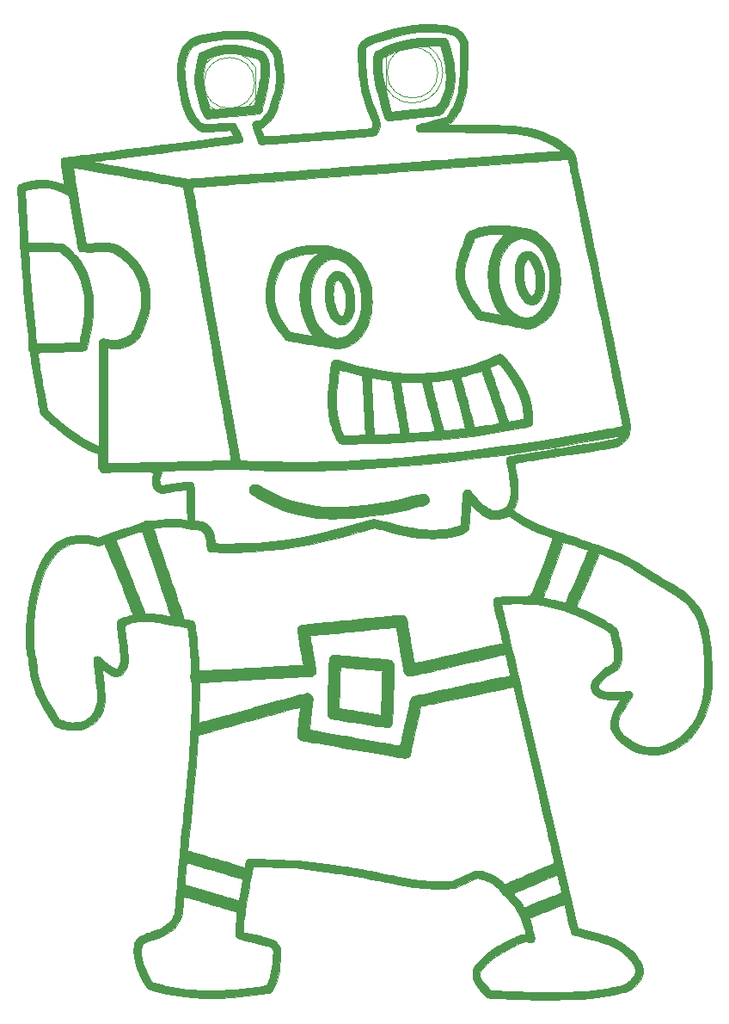
<source format=gbr>
%TF.GenerationSoftware,KiCad,Pcbnew,(5.1.6)-1*%
%TF.CreationDate,2021-02-21T20:50:40+01:00*%
%TF.ProjectId,RobiV3,526f6269-5633-42e6-9b69-6361645f7063,rev?*%
%TF.SameCoordinates,Original*%
%TF.FileFunction,Legend,Top*%
%TF.FilePolarity,Positive*%
%FSLAX46Y46*%
G04 Gerber Fmt 4.6, Leading zero omitted, Abs format (unit mm)*
G04 Created by KiCad (PCBNEW (5.1.6)-1) date 2021-02-21 20:50:40*
%MOMM*%
%LPD*%
G01*
G04 APERTURE LIST*
%ADD10C,0.010000*%
%ADD11C,0.120000*%
G04 APERTURE END LIST*
D10*
%TO.C,G\u002A\u002A\u002A*%
G36*
X136050015Y-74975037D02*
G01*
X136250123Y-75043592D01*
X136494759Y-75215989D01*
X136724112Y-75463185D01*
X136933113Y-75775933D01*
X137116690Y-76144981D01*
X137269775Y-76561083D01*
X137387296Y-77014987D01*
X137417791Y-77173667D01*
X137448940Y-77424203D01*
X137466259Y-77724233D01*
X137470016Y-78047441D01*
X137460485Y-78367512D01*
X137437934Y-78658132D01*
X137402635Y-78892986D01*
X137399981Y-78905351D01*
X137295618Y-79264066D01*
X137152476Y-79580194D01*
X136977463Y-79843133D01*
X136777487Y-80042277D01*
X136584306Y-80157191D01*
X136361682Y-80212772D01*
X136110866Y-80216694D01*
X135869684Y-80170305D01*
X135763000Y-80127917D01*
X135511772Y-79960186D01*
X135278591Y-79716753D01*
X135067896Y-79405483D01*
X134884125Y-79034238D01*
X134731717Y-78610882D01*
X134615108Y-78143280D01*
X134600750Y-78068574D01*
X134560207Y-77767967D01*
X134538445Y-77424996D01*
X134537466Y-77316766D01*
X135368198Y-77316766D01*
X135407071Y-77734056D01*
X135484582Y-78143599D01*
X135598123Y-78528511D01*
X135745086Y-78871908D01*
X135922862Y-79156906D01*
X135978737Y-79225001D01*
X136098911Y-79335953D01*
X136201795Y-79368025D01*
X136297998Y-79322276D01*
X136353434Y-79262390D01*
X136410588Y-79165139D01*
X136475751Y-79017780D01*
X136534949Y-78851964D01*
X136535676Y-78849640D01*
X136576053Y-78706084D01*
X136602767Y-78567703D01*
X136618148Y-78411619D01*
X136624525Y-78214953D01*
X136624438Y-77978000D01*
X136590672Y-77426442D01*
X136498556Y-76931695D01*
X136346891Y-76488102D01*
X136277249Y-76339379D01*
X136185159Y-76178743D01*
X136078247Y-76025096D01*
X135970611Y-75895511D01*
X135876348Y-75807056D01*
X135812567Y-75776667D01*
X135734606Y-75814735D01*
X135646149Y-75918018D01*
X135559291Y-76070132D01*
X135509487Y-76187250D01*
X135416798Y-76526479D01*
X135370571Y-76908612D01*
X135368198Y-77316766D01*
X134537466Y-77316766D01*
X134535195Y-77066001D01*
X134550189Y-76717318D01*
X134583158Y-76405285D01*
X134619721Y-76210312D01*
X134743195Y-75812154D01*
X134905059Y-75485674D01*
X135104192Y-75232645D01*
X135339472Y-75054840D01*
X135356825Y-75045489D01*
X135565460Y-74974548D01*
X135808215Y-74951040D01*
X136050015Y-74975037D01*
G37*
X136050015Y-74975037D02*
X136250123Y-75043592D01*
X136494759Y-75215989D01*
X136724112Y-75463185D01*
X136933113Y-75775933D01*
X137116690Y-76144981D01*
X137269775Y-76561083D01*
X137387296Y-77014987D01*
X137417791Y-77173667D01*
X137448940Y-77424203D01*
X137466259Y-77724233D01*
X137470016Y-78047441D01*
X137460485Y-78367512D01*
X137437934Y-78658132D01*
X137402635Y-78892986D01*
X137399981Y-78905351D01*
X137295618Y-79264066D01*
X137152476Y-79580194D01*
X136977463Y-79843133D01*
X136777487Y-80042277D01*
X136584306Y-80157191D01*
X136361682Y-80212772D01*
X136110866Y-80216694D01*
X135869684Y-80170305D01*
X135763000Y-80127917D01*
X135511772Y-79960186D01*
X135278591Y-79716753D01*
X135067896Y-79405483D01*
X134884125Y-79034238D01*
X134731717Y-78610882D01*
X134615108Y-78143280D01*
X134600750Y-78068574D01*
X134560207Y-77767967D01*
X134538445Y-77424996D01*
X134537466Y-77316766D01*
X135368198Y-77316766D01*
X135407071Y-77734056D01*
X135484582Y-78143599D01*
X135598123Y-78528511D01*
X135745086Y-78871908D01*
X135922862Y-79156906D01*
X135978737Y-79225001D01*
X136098911Y-79335953D01*
X136201795Y-79368025D01*
X136297998Y-79322276D01*
X136353434Y-79262390D01*
X136410588Y-79165139D01*
X136475751Y-79017780D01*
X136534949Y-78851964D01*
X136535676Y-78849640D01*
X136576053Y-78706084D01*
X136602767Y-78567703D01*
X136618148Y-78411619D01*
X136624525Y-78214953D01*
X136624438Y-77978000D01*
X136590672Y-77426442D01*
X136498556Y-76931695D01*
X136346891Y-76488102D01*
X136277249Y-76339379D01*
X136185159Y-76178743D01*
X136078247Y-76025096D01*
X135970611Y-75895511D01*
X135876348Y-75807056D01*
X135812567Y-75776667D01*
X135734606Y-75814735D01*
X135646149Y-75918018D01*
X135559291Y-76070132D01*
X135509487Y-76187250D01*
X135416798Y-76526479D01*
X135370571Y-76908612D01*
X135368198Y-77316766D01*
X134537466Y-77316766D01*
X134535195Y-77066001D01*
X134550189Y-76717318D01*
X134583158Y-76405285D01*
X134619721Y-76210312D01*
X134743195Y-75812154D01*
X134905059Y-75485674D01*
X135104192Y-75232645D01*
X135339472Y-75054840D01*
X135356825Y-75045489D01*
X135565460Y-74974548D01*
X135808215Y-74951040D01*
X136050015Y-74975037D01*
G36*
X117429172Y-76994361D02*
G01*
X117679393Y-77134206D01*
X117914869Y-77343996D01*
X118131328Y-77620060D01*
X118324498Y-77958724D01*
X118490107Y-78356316D01*
X118602480Y-78724261D01*
X118668236Y-79044614D01*
X118714223Y-79412081D01*
X118739423Y-79800661D01*
X118742820Y-80184353D01*
X118723396Y-80537155D01*
X118684194Y-80813600D01*
X118589631Y-81171133D01*
X118461338Y-81491286D01*
X118307548Y-81755145D01*
X118233596Y-81848909D01*
X118029648Y-82025966D01*
X117788956Y-82145803D01*
X117532348Y-82201783D01*
X117280652Y-82187266D01*
X117220726Y-82171780D01*
X116954449Y-82047847D01*
X116704179Y-81845921D01*
X116474473Y-81571896D01*
X116269887Y-81231667D01*
X116094977Y-80831129D01*
X116024352Y-80623834D01*
X115916463Y-80226951D01*
X115847694Y-79838783D01*
X115813201Y-79425851D01*
X115808040Y-79177898D01*
X116641213Y-79177898D01*
X116665709Y-79569544D01*
X116725980Y-79962795D01*
X116822333Y-80342484D01*
X116844441Y-80410932D01*
X116942718Y-80682196D01*
X117038112Y-80891975D01*
X117142295Y-81062192D01*
X117266939Y-81214769D01*
X117279882Y-81228730D01*
X117395249Y-81327723D01*
X117493461Y-81350842D01*
X117584780Y-81295725D01*
X117679466Y-81160010D01*
X117694169Y-81133343D01*
X117809173Y-80845547D01*
X117880640Y-80502819D01*
X117910555Y-80121614D01*
X117900903Y-79718387D01*
X117853671Y-79309593D01*
X117770844Y-78911687D01*
X117654407Y-78541125D01*
X117506347Y-78214360D01*
X117328649Y-77947848D01*
X117306666Y-77922106D01*
X117184399Y-77810192D01*
X117078380Y-77779042D01*
X116978807Y-77828860D01*
X116894814Y-77930687D01*
X116779292Y-78164251D01*
X116698313Y-78460085D01*
X116652184Y-78803023D01*
X116641213Y-79177898D01*
X115808040Y-79177898D01*
X115806855Y-79121000D01*
X115829335Y-78636263D01*
X115896365Y-78201408D01*
X116005851Y-77821727D01*
X116155702Y-77502515D01*
X116343826Y-77249066D01*
X116568129Y-77066674D01*
X116632768Y-77031219D01*
X116901588Y-76939195D01*
X117168480Y-76928133D01*
X117429172Y-76994361D01*
G37*
X117429172Y-76994361D02*
X117679393Y-77134206D01*
X117914869Y-77343996D01*
X118131328Y-77620060D01*
X118324498Y-77958724D01*
X118490107Y-78356316D01*
X118602480Y-78724261D01*
X118668236Y-79044614D01*
X118714223Y-79412081D01*
X118739423Y-79800661D01*
X118742820Y-80184353D01*
X118723396Y-80537155D01*
X118684194Y-80813600D01*
X118589631Y-81171133D01*
X118461338Y-81491286D01*
X118307548Y-81755145D01*
X118233596Y-81848909D01*
X118029648Y-82025966D01*
X117788956Y-82145803D01*
X117532348Y-82201783D01*
X117280652Y-82187266D01*
X117220726Y-82171780D01*
X116954449Y-82047847D01*
X116704179Y-81845921D01*
X116474473Y-81571896D01*
X116269887Y-81231667D01*
X116094977Y-80831129D01*
X116024352Y-80623834D01*
X115916463Y-80226951D01*
X115847694Y-79838783D01*
X115813201Y-79425851D01*
X115808040Y-79177898D01*
X116641213Y-79177898D01*
X116665709Y-79569544D01*
X116725980Y-79962795D01*
X116822333Y-80342484D01*
X116844441Y-80410932D01*
X116942718Y-80682196D01*
X117038112Y-80891975D01*
X117142295Y-81062192D01*
X117266939Y-81214769D01*
X117279882Y-81228730D01*
X117395249Y-81327723D01*
X117493461Y-81350842D01*
X117584780Y-81295725D01*
X117679466Y-81160010D01*
X117694169Y-81133343D01*
X117809173Y-80845547D01*
X117880640Y-80502819D01*
X117910555Y-80121614D01*
X117900903Y-79718387D01*
X117853671Y-79309593D01*
X117770844Y-78911687D01*
X117654407Y-78541125D01*
X117506347Y-78214360D01*
X117328649Y-77947848D01*
X117306666Y-77922106D01*
X117184399Y-77810192D01*
X117078380Y-77779042D01*
X116978807Y-77828860D01*
X116894814Y-77930687D01*
X116779292Y-78164251D01*
X116698313Y-78460085D01*
X116652184Y-78803023D01*
X116641213Y-79177898D01*
X115808040Y-79177898D01*
X115806855Y-79121000D01*
X115829335Y-78636263D01*
X115896365Y-78201408D01*
X116005851Y-77821727D01*
X116155702Y-77502515D01*
X116343826Y-77249066D01*
X116568129Y-77066674D01*
X116632768Y-77031219D01*
X116901588Y-76939195D01*
X117168480Y-76928133D01*
X117429172Y-76994361D01*
G36*
X106831012Y-54682983D02*
G01*
X107101226Y-54694904D01*
X107358863Y-54718415D01*
X107620308Y-54756171D01*
X107901948Y-54810824D01*
X108220168Y-54885028D01*
X108591356Y-54981436D01*
X108878781Y-55060034D01*
X109161011Y-55138904D01*
X109373857Y-55200815D01*
X109529720Y-55250720D01*
X109640997Y-55293571D01*
X109720088Y-55334320D01*
X109779393Y-55377918D01*
X109831309Y-55429320D01*
X109847104Y-55446786D01*
X109981622Y-55632242D01*
X110110869Y-55872173D01*
X110220413Y-56136885D01*
X110283948Y-56345667D01*
X110312096Y-56518032D01*
X110330283Y-56762761D01*
X110337760Y-57068052D01*
X110337673Y-57192334D01*
X110334105Y-57400264D01*
X110325338Y-57602817D01*
X110309940Y-57808303D01*
X110286477Y-58025032D01*
X110253518Y-58261315D01*
X110209629Y-58525462D01*
X110153378Y-58825785D01*
X110083332Y-59170593D01*
X109998059Y-59568197D01*
X109896126Y-60026908D01*
X109776100Y-60555036D01*
X109703554Y-60870736D01*
X109631918Y-61109861D01*
X109544981Y-61277321D01*
X109520972Y-61307242D01*
X109410500Y-61430846D01*
X106870500Y-61681502D01*
X106413530Y-61726446D01*
X105980182Y-61768776D01*
X105578046Y-61807768D01*
X105214710Y-61842702D01*
X104897764Y-61872855D01*
X104634797Y-61897505D01*
X104433398Y-61915929D01*
X104301157Y-61927407D01*
X104245834Y-61931217D01*
X104146795Y-61910566D01*
X104047843Y-61868740D01*
X103979435Y-61797365D01*
X103895106Y-61654907D01*
X103798861Y-61452576D01*
X103694704Y-61201577D01*
X103586638Y-60913120D01*
X103478668Y-60598410D01*
X103374798Y-60268656D01*
X103279031Y-59935065D01*
X103195373Y-59608844D01*
X103127826Y-59301201D01*
X103124524Y-59284354D01*
X103044327Y-58786277D01*
X103003867Y-58306054D01*
X103004004Y-58105536D01*
X103847067Y-58105536D01*
X103860447Y-58514671D01*
X103882673Y-58720422D01*
X103924751Y-58969930D01*
X103982493Y-59246345D01*
X104052327Y-59538090D01*
X104130683Y-59833585D01*
X104213991Y-60121251D01*
X104298680Y-60389512D01*
X104381179Y-60626787D01*
X104457919Y-60821499D01*
X104525329Y-60962069D01*
X104579837Y-61036920D01*
X104599853Y-61046101D01*
X104654672Y-61042456D01*
X104785363Y-61031453D01*
X104983525Y-61013863D01*
X105240755Y-60990459D01*
X105548649Y-60962011D01*
X105898805Y-60929292D01*
X106282821Y-60893074D01*
X106692294Y-60854127D01*
X106743500Y-60849235D01*
X107170219Y-60807609D01*
X107566168Y-60767362D01*
X107923684Y-60729375D01*
X108235106Y-60694534D01*
X108492772Y-60663721D01*
X108689021Y-60637820D01*
X108816190Y-60617715D01*
X108866523Y-60604384D01*
X108892126Y-60547600D01*
X108931273Y-60419226D01*
X108981295Y-60230774D01*
X109039523Y-59993753D01*
X109103289Y-59719673D01*
X109169924Y-59420046D01*
X109236758Y-59106382D01*
X109301122Y-58790191D01*
X109360349Y-58482984D01*
X109368112Y-58441167D01*
X109457460Y-57871595D01*
X109502813Y-57369530D01*
X109504181Y-56936108D01*
X109461579Y-56572466D01*
X109375018Y-56279741D01*
X109343056Y-56210936D01*
X109309612Y-56153550D01*
X109266840Y-56104438D01*
X109205005Y-56059849D01*
X109114374Y-56016030D01*
X108985213Y-55969230D01*
X108807786Y-55915695D01*
X108572359Y-55851674D01*
X108269199Y-55773415D01*
X108090328Y-55728065D01*
X107491865Y-55597305D01*
X106939589Y-55522762D01*
X106415658Y-55505261D01*
X105902225Y-55545626D01*
X105381448Y-55644681D01*
X104835482Y-55803252D01*
X104588730Y-55889867D01*
X104436281Y-55946585D01*
X104322785Y-55997310D01*
X104239315Y-56055498D01*
X104176947Y-56134604D01*
X104126754Y-56248085D01*
X104079810Y-56409396D01*
X104027190Y-56631993D01*
X103991525Y-56790167D01*
X103914192Y-57215168D01*
X103865511Y-57662997D01*
X103847067Y-58105536D01*
X103004004Y-58105536D01*
X103004196Y-57827478D01*
X103046370Y-57334345D01*
X103131441Y-56810448D01*
X103260463Y-56239581D01*
X103342837Y-55927646D01*
X103475228Y-55446125D01*
X103788977Y-55303146D01*
X104154837Y-55151858D01*
X104569730Y-55006021D01*
X104998238Y-54877142D01*
X105404945Y-54776733D01*
X105416073Y-54774359D01*
X105631019Y-54733611D01*
X105840461Y-54705946D01*
X106069555Y-54689239D01*
X106343459Y-54681361D01*
X106531834Y-54680000D01*
X106831012Y-54682983D01*
G37*
X106831012Y-54682983D02*
X107101226Y-54694904D01*
X107358863Y-54718415D01*
X107620308Y-54756171D01*
X107901948Y-54810824D01*
X108220168Y-54885028D01*
X108591356Y-54981436D01*
X108878781Y-55060034D01*
X109161011Y-55138904D01*
X109373857Y-55200815D01*
X109529720Y-55250720D01*
X109640997Y-55293571D01*
X109720088Y-55334320D01*
X109779393Y-55377918D01*
X109831309Y-55429320D01*
X109847104Y-55446786D01*
X109981622Y-55632242D01*
X110110869Y-55872173D01*
X110220413Y-56136885D01*
X110283948Y-56345667D01*
X110312096Y-56518032D01*
X110330283Y-56762761D01*
X110337760Y-57068052D01*
X110337673Y-57192334D01*
X110334105Y-57400264D01*
X110325338Y-57602817D01*
X110309940Y-57808303D01*
X110286477Y-58025032D01*
X110253518Y-58261315D01*
X110209629Y-58525462D01*
X110153378Y-58825785D01*
X110083332Y-59170593D01*
X109998059Y-59568197D01*
X109896126Y-60026908D01*
X109776100Y-60555036D01*
X109703554Y-60870736D01*
X109631918Y-61109861D01*
X109544981Y-61277321D01*
X109520972Y-61307242D01*
X109410500Y-61430846D01*
X106870500Y-61681502D01*
X106413530Y-61726446D01*
X105980182Y-61768776D01*
X105578046Y-61807768D01*
X105214710Y-61842702D01*
X104897764Y-61872855D01*
X104634797Y-61897505D01*
X104433398Y-61915929D01*
X104301157Y-61927407D01*
X104245834Y-61931217D01*
X104146795Y-61910566D01*
X104047843Y-61868740D01*
X103979435Y-61797365D01*
X103895106Y-61654907D01*
X103798861Y-61452576D01*
X103694704Y-61201577D01*
X103586638Y-60913120D01*
X103478668Y-60598410D01*
X103374798Y-60268656D01*
X103279031Y-59935065D01*
X103195373Y-59608844D01*
X103127826Y-59301201D01*
X103124524Y-59284354D01*
X103044327Y-58786277D01*
X103003867Y-58306054D01*
X103004004Y-58105536D01*
X103847067Y-58105536D01*
X103860447Y-58514671D01*
X103882673Y-58720422D01*
X103924751Y-58969930D01*
X103982493Y-59246345D01*
X104052327Y-59538090D01*
X104130683Y-59833585D01*
X104213991Y-60121251D01*
X104298680Y-60389512D01*
X104381179Y-60626787D01*
X104457919Y-60821499D01*
X104525329Y-60962069D01*
X104579837Y-61036920D01*
X104599853Y-61046101D01*
X104654672Y-61042456D01*
X104785363Y-61031453D01*
X104983525Y-61013863D01*
X105240755Y-60990459D01*
X105548649Y-60962011D01*
X105898805Y-60929292D01*
X106282821Y-60893074D01*
X106692294Y-60854127D01*
X106743500Y-60849235D01*
X107170219Y-60807609D01*
X107566168Y-60767362D01*
X107923684Y-60729375D01*
X108235106Y-60694534D01*
X108492772Y-60663721D01*
X108689021Y-60637820D01*
X108816190Y-60617715D01*
X108866523Y-60604384D01*
X108892126Y-60547600D01*
X108931273Y-60419226D01*
X108981295Y-60230774D01*
X109039523Y-59993753D01*
X109103289Y-59719673D01*
X109169924Y-59420046D01*
X109236758Y-59106382D01*
X109301122Y-58790191D01*
X109360349Y-58482984D01*
X109368112Y-58441167D01*
X109457460Y-57871595D01*
X109502813Y-57369530D01*
X109504181Y-56936108D01*
X109461579Y-56572466D01*
X109375018Y-56279741D01*
X109343056Y-56210936D01*
X109309612Y-56153550D01*
X109266840Y-56104438D01*
X109205005Y-56059849D01*
X109114374Y-56016030D01*
X108985213Y-55969230D01*
X108807786Y-55915695D01*
X108572359Y-55851674D01*
X108269199Y-55773415D01*
X108090328Y-55728065D01*
X107491865Y-55597305D01*
X106939589Y-55522762D01*
X106415658Y-55505261D01*
X105902225Y-55545626D01*
X105381448Y-55644681D01*
X104835482Y-55803252D01*
X104588730Y-55889867D01*
X104436281Y-55946585D01*
X104322785Y-55997310D01*
X104239315Y-56055498D01*
X104176947Y-56134604D01*
X104126754Y-56248085D01*
X104079810Y-56409396D01*
X104027190Y-56631993D01*
X103991525Y-56790167D01*
X103914192Y-57215168D01*
X103865511Y-57662997D01*
X103847067Y-58105536D01*
X103004004Y-58105536D01*
X103004196Y-57827478D01*
X103046370Y-57334345D01*
X103131441Y-56810448D01*
X103260463Y-56239581D01*
X103342837Y-55927646D01*
X103475228Y-55446125D01*
X103788977Y-55303146D01*
X104154837Y-55151858D01*
X104569730Y-55006021D01*
X104998238Y-54877142D01*
X105404945Y-54776733D01*
X105416073Y-54774359D01*
X105631019Y-54733611D01*
X105840461Y-54705946D01*
X106069555Y-54689239D01*
X106343459Y-54681361D01*
X106531834Y-54680000D01*
X106831012Y-54682983D01*
G36*
X127785223Y-54063648D02*
G01*
X127856731Y-54168269D01*
X127939004Y-54344186D01*
X128028446Y-54579258D01*
X128121458Y-54861340D01*
X128214444Y-55178290D01*
X128303804Y-55517966D01*
X128385941Y-55868223D01*
X128457259Y-56216920D01*
X128505245Y-56493834D01*
X128545552Y-56812077D01*
X128575467Y-57174793D01*
X128594278Y-57557774D01*
X128601270Y-57936814D01*
X128595731Y-58287706D01*
X128576947Y-58586242D01*
X128569053Y-58658488D01*
X128460121Y-59295602D01*
X128296970Y-59870376D01*
X128078334Y-60386538D01*
X127845751Y-60785221D01*
X127707893Y-60976943D01*
X127557263Y-61162688D01*
X127405954Y-61329905D01*
X127266059Y-61466043D01*
X127149671Y-61558552D01*
X127068882Y-61594881D01*
X127065505Y-61595000D01*
X127003337Y-61599520D01*
X126871992Y-61612061D01*
X126686420Y-61631096D01*
X126461571Y-61655095D01*
X126248054Y-61678555D01*
X126025072Y-61703195D01*
X125733871Y-61735110D01*
X125390419Y-61772564D01*
X125010681Y-61813822D01*
X124610626Y-61857148D01*
X124206221Y-61900806D01*
X123909667Y-61932724D01*
X123545970Y-61971900D01*
X123203707Y-62008934D01*
X122893231Y-62042694D01*
X122624896Y-62072047D01*
X122409055Y-62095860D01*
X122256061Y-62113001D01*
X122176269Y-62122336D01*
X122174000Y-62122628D01*
X122047770Y-62126007D01*
X121944896Y-62107784D01*
X121941167Y-62106288D01*
X121847527Y-62047134D01*
X121777548Y-61982866D01*
X121739755Y-61911622D01*
X121685123Y-61767752D01*
X121616312Y-61561019D01*
X121535981Y-61301190D01*
X121446791Y-60998027D01*
X121351401Y-60661296D01*
X121252472Y-60300760D01*
X121152663Y-59926185D01*
X121054634Y-59547335D01*
X120961046Y-59173974D01*
X120874557Y-58815867D01*
X120797829Y-58482777D01*
X120733520Y-58184471D01*
X120707535Y-58054912D01*
X120652915Y-57715414D01*
X120613429Y-57347278D01*
X120589398Y-56968475D01*
X120581141Y-56596975D01*
X120586566Y-56357394D01*
X121413632Y-56357394D01*
X121416214Y-56583053D01*
X121426088Y-56853667D01*
X121438551Y-57090277D01*
X121458460Y-57324604D01*
X121487685Y-57565707D01*
X121528097Y-57822645D01*
X121581566Y-58104478D01*
X121649962Y-58420265D01*
X121735158Y-58779065D01*
X121839022Y-59189939D01*
X121963426Y-59661945D01*
X122110240Y-60204143D01*
X122141340Y-60317734D01*
X122400526Y-61262968D01*
X122530680Y-61240622D01*
X122597989Y-61231685D01*
X122740706Y-61214692D01*
X122950055Y-61190625D01*
X123217262Y-61160468D01*
X123533550Y-61125205D01*
X123890146Y-61085820D01*
X124278273Y-61043295D01*
X124689157Y-60998615D01*
X124709749Y-60996385D01*
X126758664Y-60774494D01*
X126889915Y-60631486D01*
X127163316Y-60274463D01*
X127391391Y-59850698D01*
X127570943Y-59366893D01*
X127662466Y-59012667D01*
X127703291Y-58754923D01*
X127730326Y-58433966D01*
X127743738Y-58070088D01*
X127743695Y-57683585D01*
X127730365Y-57294751D01*
X127703917Y-56923879D01*
X127664517Y-56591263D01*
X127641268Y-56452288D01*
X127527159Y-55914594D01*
X127388173Y-55374141D01*
X127269873Y-54980417D01*
X127204862Y-54779334D01*
X126816681Y-54779712D01*
X126294360Y-54789904D01*
X125750785Y-54818150D01*
X125206659Y-54862432D01*
X124682683Y-54920729D01*
X124199561Y-54991024D01*
X123777995Y-55071297D01*
X123740334Y-55079724D01*
X123372995Y-55175540D01*
X122971674Y-55301160D01*
X122566874Y-55445779D01*
X122189099Y-55598591D01*
X121908505Y-55728615D01*
X121735327Y-55816909D01*
X121606414Y-55893183D01*
X121515776Y-55971403D01*
X121457425Y-56065535D01*
X121425373Y-56189543D01*
X121413632Y-56357394D01*
X120586566Y-56357394D01*
X120588981Y-56250748D01*
X120613237Y-55947764D01*
X120654231Y-55705992D01*
X120664879Y-55665093D01*
X120743258Y-55386686D01*
X121172879Y-55148908D01*
X121758856Y-54851968D01*
X122363595Y-54601360D01*
X122995890Y-54395166D01*
X123664535Y-54231469D01*
X124378326Y-54108351D01*
X125146057Y-54023894D01*
X125976523Y-53976180D01*
X126608972Y-53963558D01*
X127678443Y-53956867D01*
X127785223Y-54063648D01*
G37*
X127785223Y-54063648D02*
X127856731Y-54168269D01*
X127939004Y-54344186D01*
X128028446Y-54579258D01*
X128121458Y-54861340D01*
X128214444Y-55178290D01*
X128303804Y-55517966D01*
X128385941Y-55868223D01*
X128457259Y-56216920D01*
X128505245Y-56493834D01*
X128545552Y-56812077D01*
X128575467Y-57174793D01*
X128594278Y-57557774D01*
X128601270Y-57936814D01*
X128595731Y-58287706D01*
X128576947Y-58586242D01*
X128569053Y-58658488D01*
X128460121Y-59295602D01*
X128296970Y-59870376D01*
X128078334Y-60386538D01*
X127845751Y-60785221D01*
X127707893Y-60976943D01*
X127557263Y-61162688D01*
X127405954Y-61329905D01*
X127266059Y-61466043D01*
X127149671Y-61558552D01*
X127068882Y-61594881D01*
X127065505Y-61595000D01*
X127003337Y-61599520D01*
X126871992Y-61612061D01*
X126686420Y-61631096D01*
X126461571Y-61655095D01*
X126248054Y-61678555D01*
X126025072Y-61703195D01*
X125733871Y-61735110D01*
X125390419Y-61772564D01*
X125010681Y-61813822D01*
X124610626Y-61857148D01*
X124206221Y-61900806D01*
X123909667Y-61932724D01*
X123545970Y-61971900D01*
X123203707Y-62008934D01*
X122893231Y-62042694D01*
X122624896Y-62072047D01*
X122409055Y-62095860D01*
X122256061Y-62113001D01*
X122176269Y-62122336D01*
X122174000Y-62122628D01*
X122047770Y-62126007D01*
X121944896Y-62107784D01*
X121941167Y-62106288D01*
X121847527Y-62047134D01*
X121777548Y-61982866D01*
X121739755Y-61911622D01*
X121685123Y-61767752D01*
X121616312Y-61561019D01*
X121535981Y-61301190D01*
X121446791Y-60998027D01*
X121351401Y-60661296D01*
X121252472Y-60300760D01*
X121152663Y-59926185D01*
X121054634Y-59547335D01*
X120961046Y-59173974D01*
X120874557Y-58815867D01*
X120797829Y-58482777D01*
X120733520Y-58184471D01*
X120707535Y-58054912D01*
X120652915Y-57715414D01*
X120613429Y-57347278D01*
X120589398Y-56968475D01*
X120581141Y-56596975D01*
X120586566Y-56357394D01*
X121413632Y-56357394D01*
X121416214Y-56583053D01*
X121426088Y-56853667D01*
X121438551Y-57090277D01*
X121458460Y-57324604D01*
X121487685Y-57565707D01*
X121528097Y-57822645D01*
X121581566Y-58104478D01*
X121649962Y-58420265D01*
X121735158Y-58779065D01*
X121839022Y-59189939D01*
X121963426Y-59661945D01*
X122110240Y-60204143D01*
X122141340Y-60317734D01*
X122400526Y-61262968D01*
X122530680Y-61240622D01*
X122597989Y-61231685D01*
X122740706Y-61214692D01*
X122950055Y-61190625D01*
X123217262Y-61160468D01*
X123533550Y-61125205D01*
X123890146Y-61085820D01*
X124278273Y-61043295D01*
X124689157Y-60998615D01*
X124709749Y-60996385D01*
X126758664Y-60774494D01*
X126889915Y-60631486D01*
X127163316Y-60274463D01*
X127391391Y-59850698D01*
X127570943Y-59366893D01*
X127662466Y-59012667D01*
X127703291Y-58754923D01*
X127730326Y-58433966D01*
X127743738Y-58070088D01*
X127743695Y-57683585D01*
X127730365Y-57294751D01*
X127703917Y-56923879D01*
X127664517Y-56591263D01*
X127641268Y-56452288D01*
X127527159Y-55914594D01*
X127388173Y-55374141D01*
X127269873Y-54980417D01*
X127204862Y-54779334D01*
X126816681Y-54779712D01*
X126294360Y-54789904D01*
X125750785Y-54818150D01*
X125206659Y-54862432D01*
X124682683Y-54920729D01*
X124199561Y-54991024D01*
X123777995Y-55071297D01*
X123740334Y-55079724D01*
X123372995Y-55175540D01*
X122971674Y-55301160D01*
X122566874Y-55445779D01*
X122189099Y-55598591D01*
X121908505Y-55728615D01*
X121735327Y-55816909D01*
X121606414Y-55893183D01*
X121515776Y-55971403D01*
X121457425Y-56065535D01*
X121425373Y-56189543D01*
X121413632Y-56357394D01*
X120586566Y-56357394D01*
X120588981Y-56250748D01*
X120613237Y-55947764D01*
X120654231Y-55705992D01*
X120664879Y-55665093D01*
X120743258Y-55386686D01*
X121172879Y-55148908D01*
X121758856Y-54851968D01*
X122363595Y-54601360D01*
X122995890Y-54395166D01*
X123664535Y-54231469D01*
X124378326Y-54108351D01*
X125146057Y-54023894D01*
X125976523Y-53976180D01*
X126608972Y-53963558D01*
X127678443Y-53956867D01*
X127785223Y-54063648D01*
G36*
X133418700Y-72449544D02*
G01*
X133878005Y-72479775D01*
X134310779Y-72525157D01*
X134620000Y-72571402D01*
X134863135Y-72612699D01*
X135100108Y-72650934D01*
X135307182Y-72682409D01*
X135460620Y-72703426D01*
X135487834Y-72706615D01*
X135959092Y-72791726D01*
X136383728Y-72936124D01*
X136500448Y-72990682D01*
X136963757Y-73269515D01*
X137390220Y-73620938D01*
X137776272Y-74039689D01*
X138118347Y-74520507D01*
X138412882Y-75058129D01*
X138656310Y-75647295D01*
X138845067Y-76282743D01*
X138901529Y-76534329D01*
X138954530Y-76867470D01*
X138991551Y-77256899D01*
X139011879Y-77675628D01*
X139014801Y-78096668D01*
X138999607Y-78493028D01*
X138965584Y-78837721D01*
X138962801Y-78857041D01*
X138841406Y-79470498D01*
X138665734Y-80044616D01*
X138439617Y-80573764D01*
X138166887Y-81052308D01*
X137851378Y-81474614D01*
X137496921Y-81835051D01*
X137107349Y-82127984D01*
X136686495Y-82347781D01*
X136552780Y-82399302D01*
X136391172Y-82460282D01*
X136241117Y-82523072D01*
X136156686Y-82563158D01*
X136075169Y-82601186D01*
X135995404Y-82621134D01*
X135895579Y-82623777D01*
X135753882Y-82609889D01*
X135572500Y-82583891D01*
X135405310Y-82555227D01*
X135196863Y-82514838D01*
X134988234Y-82470739D01*
X134958667Y-82464120D01*
X134841233Y-82439055D01*
X134651129Y-82400296D01*
X134398874Y-82349910D01*
X134094983Y-82289966D01*
X133749976Y-82222531D01*
X133374368Y-82149674D01*
X132978678Y-82073462D01*
X132715000Y-82022972D01*
X130831167Y-81663112D01*
X130687848Y-81503306D01*
X130554216Y-81344675D01*
X130388946Y-81133906D01*
X130206026Y-80890186D01*
X130019440Y-80632700D01*
X129843175Y-80380634D01*
X129691216Y-80153175D01*
X129612144Y-80027677D01*
X129315405Y-79505155D01*
X129084268Y-79015405D01*
X128914159Y-78543838D01*
X128800499Y-78075863D01*
X128738713Y-77596890D01*
X128723555Y-77194834D01*
X128728048Y-77005658D01*
X129570163Y-77005658D01*
X129570940Y-77366001D01*
X129595593Y-77709377D01*
X129643812Y-78007265D01*
X129660181Y-78073782D01*
X129824892Y-78568642D01*
X130058892Y-79082016D01*
X130364645Y-79618517D01*
X130744613Y-80182754D01*
X130897248Y-80389844D01*
X131269861Y-80884827D01*
X131897180Y-81002652D01*
X132142219Y-81049131D01*
X132380737Y-81095178D01*
X132589504Y-81136255D01*
X132745289Y-81167823D01*
X132778500Y-81174821D01*
X132921158Y-81204395D01*
X133032744Y-81225809D01*
X133081079Y-81233416D01*
X133079747Y-81203064D01*
X133037533Y-81117794D01*
X132962207Y-80991977D01*
X132894571Y-80888417D01*
X132567480Y-80336272D01*
X132305362Y-79745977D01*
X132106019Y-79110898D01*
X131967250Y-78424399D01*
X131904156Y-77900653D01*
X131882025Y-77337567D01*
X132926837Y-77337567D01*
X132955329Y-77910311D01*
X133038546Y-78469133D01*
X133172432Y-79005630D01*
X133352928Y-79511396D01*
X133575977Y-79978029D01*
X133837523Y-80397124D01*
X134133507Y-80760277D01*
X134459872Y-81059085D01*
X134812561Y-81285143D01*
X134839199Y-81298554D01*
X135190601Y-81440404D01*
X135523256Y-81505329D01*
X135851443Y-81494362D01*
X136189442Y-81408535D01*
X136217788Y-81398298D01*
X136536594Y-81237693D01*
X136837585Y-81001831D01*
X137115252Y-80699220D01*
X137364086Y-80338370D01*
X137578578Y-79927790D01*
X137753220Y-79475990D01*
X137882503Y-78991479D01*
X137925033Y-78761167D01*
X137958175Y-78462766D01*
X137974399Y-78111612D01*
X137974021Y-77737843D01*
X137957358Y-77371599D01*
X137924726Y-77043019D01*
X137905662Y-76919667D01*
X137784544Y-76385723D01*
X137618438Y-75885167D01*
X137412152Y-75423568D01*
X137170492Y-75006492D01*
X136898266Y-74639509D01*
X136600281Y-74328185D01*
X136281344Y-74078090D01*
X135946264Y-73894791D01*
X135599846Y-73783856D01*
X135246899Y-73750853D01*
X135172763Y-73754319D01*
X134818109Y-73820918D01*
X134481936Y-73964641D01*
X134168184Y-74179203D01*
X133880791Y-74458318D01*
X133623696Y-74795702D01*
X133400840Y-75185070D01*
X133216162Y-75620136D01*
X133073601Y-76094616D01*
X132977095Y-76602226D01*
X132930585Y-77136679D01*
X132926837Y-77337567D01*
X131882025Y-77337567D01*
X131879508Y-77273549D01*
X131916291Y-76651561D01*
X132011358Y-76044417D01*
X132161561Y-75461846D01*
X132363754Y-74913576D01*
X132614789Y-74409337D01*
X132911518Y-73958855D01*
X133250795Y-73571861D01*
X133328338Y-73498485D01*
X133555354Y-73291006D01*
X133202848Y-73263910D01*
X132857135Y-73253892D01*
X132470368Y-73270614D01*
X132064404Y-73310935D01*
X131661100Y-73371713D01*
X131282312Y-73449804D01*
X130949895Y-73542068D01*
X130748713Y-73616718D01*
X130675663Y-73650599D01*
X130618843Y-73689396D01*
X130569122Y-73747135D01*
X130517366Y-73837839D01*
X130454443Y-73975533D01*
X130371222Y-74174240D01*
X130346418Y-74234502D01*
X130215472Y-74565710D01*
X130083231Y-74923143D01*
X129956007Y-75287879D01*
X129840111Y-75640992D01*
X129741854Y-75963561D01*
X129667548Y-76236661D01*
X129641474Y-76348167D01*
X129593572Y-76656872D01*
X129570163Y-77005658D01*
X128728048Y-77005658D01*
X128732015Y-76838641D01*
X128761432Y-76506185D01*
X128815876Y-76172539D01*
X128899417Y-75812775D01*
X129016124Y-75401965D01*
X129016448Y-75400896D01*
X129076401Y-75214768D01*
X129156126Y-74984490D01*
X129250487Y-74723283D01*
X129354352Y-74444370D01*
X129462586Y-74160974D01*
X129570054Y-73886318D01*
X129671623Y-73633625D01*
X129762159Y-73416117D01*
X129836526Y-73247016D01*
X129889593Y-73139546D01*
X129902878Y-73117939D01*
X129999444Y-73031890D01*
X130166904Y-72938477D01*
X130392305Y-72842079D01*
X130662692Y-72747079D01*
X130965112Y-72657858D01*
X131286611Y-72578795D01*
X131614236Y-72514273D01*
X131753072Y-72492193D01*
X132100050Y-72455787D01*
X132507877Y-72436946D01*
X132954709Y-72435066D01*
X133418700Y-72449544D01*
G37*
X133418700Y-72449544D02*
X133878005Y-72479775D01*
X134310779Y-72525157D01*
X134620000Y-72571402D01*
X134863135Y-72612699D01*
X135100108Y-72650934D01*
X135307182Y-72682409D01*
X135460620Y-72703426D01*
X135487834Y-72706615D01*
X135959092Y-72791726D01*
X136383728Y-72936124D01*
X136500448Y-72990682D01*
X136963757Y-73269515D01*
X137390220Y-73620938D01*
X137776272Y-74039689D01*
X138118347Y-74520507D01*
X138412882Y-75058129D01*
X138656310Y-75647295D01*
X138845067Y-76282743D01*
X138901529Y-76534329D01*
X138954530Y-76867470D01*
X138991551Y-77256899D01*
X139011879Y-77675628D01*
X139014801Y-78096668D01*
X138999607Y-78493028D01*
X138965584Y-78837721D01*
X138962801Y-78857041D01*
X138841406Y-79470498D01*
X138665734Y-80044616D01*
X138439617Y-80573764D01*
X138166887Y-81052308D01*
X137851378Y-81474614D01*
X137496921Y-81835051D01*
X137107349Y-82127984D01*
X136686495Y-82347781D01*
X136552780Y-82399302D01*
X136391172Y-82460282D01*
X136241117Y-82523072D01*
X136156686Y-82563158D01*
X136075169Y-82601186D01*
X135995404Y-82621134D01*
X135895579Y-82623777D01*
X135753882Y-82609889D01*
X135572500Y-82583891D01*
X135405310Y-82555227D01*
X135196863Y-82514838D01*
X134988234Y-82470739D01*
X134958667Y-82464120D01*
X134841233Y-82439055D01*
X134651129Y-82400296D01*
X134398874Y-82349910D01*
X134094983Y-82289966D01*
X133749976Y-82222531D01*
X133374368Y-82149674D01*
X132978678Y-82073462D01*
X132715000Y-82022972D01*
X130831167Y-81663112D01*
X130687848Y-81503306D01*
X130554216Y-81344675D01*
X130388946Y-81133906D01*
X130206026Y-80890186D01*
X130019440Y-80632700D01*
X129843175Y-80380634D01*
X129691216Y-80153175D01*
X129612144Y-80027677D01*
X129315405Y-79505155D01*
X129084268Y-79015405D01*
X128914159Y-78543838D01*
X128800499Y-78075863D01*
X128738713Y-77596890D01*
X128723555Y-77194834D01*
X128728048Y-77005658D01*
X129570163Y-77005658D01*
X129570940Y-77366001D01*
X129595593Y-77709377D01*
X129643812Y-78007265D01*
X129660181Y-78073782D01*
X129824892Y-78568642D01*
X130058892Y-79082016D01*
X130364645Y-79618517D01*
X130744613Y-80182754D01*
X130897248Y-80389844D01*
X131269861Y-80884827D01*
X131897180Y-81002652D01*
X132142219Y-81049131D01*
X132380737Y-81095178D01*
X132589504Y-81136255D01*
X132745289Y-81167823D01*
X132778500Y-81174821D01*
X132921158Y-81204395D01*
X133032744Y-81225809D01*
X133081079Y-81233416D01*
X133079747Y-81203064D01*
X133037533Y-81117794D01*
X132962207Y-80991977D01*
X132894571Y-80888417D01*
X132567480Y-80336272D01*
X132305362Y-79745977D01*
X132106019Y-79110898D01*
X131967250Y-78424399D01*
X131904156Y-77900653D01*
X131882025Y-77337567D01*
X132926837Y-77337567D01*
X132955329Y-77910311D01*
X133038546Y-78469133D01*
X133172432Y-79005630D01*
X133352928Y-79511396D01*
X133575977Y-79978029D01*
X133837523Y-80397124D01*
X134133507Y-80760277D01*
X134459872Y-81059085D01*
X134812561Y-81285143D01*
X134839199Y-81298554D01*
X135190601Y-81440404D01*
X135523256Y-81505329D01*
X135851443Y-81494362D01*
X136189442Y-81408535D01*
X136217788Y-81398298D01*
X136536594Y-81237693D01*
X136837585Y-81001831D01*
X137115252Y-80699220D01*
X137364086Y-80338370D01*
X137578578Y-79927790D01*
X137753220Y-79475990D01*
X137882503Y-78991479D01*
X137925033Y-78761167D01*
X137958175Y-78462766D01*
X137974399Y-78111612D01*
X137974021Y-77737843D01*
X137957358Y-77371599D01*
X137924726Y-77043019D01*
X137905662Y-76919667D01*
X137784544Y-76385723D01*
X137618438Y-75885167D01*
X137412152Y-75423568D01*
X137170492Y-75006492D01*
X136898266Y-74639509D01*
X136600281Y-74328185D01*
X136281344Y-74078090D01*
X135946264Y-73894791D01*
X135599846Y-73783856D01*
X135246899Y-73750853D01*
X135172763Y-73754319D01*
X134818109Y-73820918D01*
X134481936Y-73964641D01*
X134168184Y-74179203D01*
X133880791Y-74458318D01*
X133623696Y-74795702D01*
X133400840Y-75185070D01*
X133216162Y-75620136D01*
X133073601Y-76094616D01*
X132977095Y-76602226D01*
X132930585Y-77136679D01*
X132926837Y-77337567D01*
X131882025Y-77337567D01*
X131879508Y-77273549D01*
X131916291Y-76651561D01*
X132011358Y-76044417D01*
X132161561Y-75461846D01*
X132363754Y-74913576D01*
X132614789Y-74409337D01*
X132911518Y-73958855D01*
X133250795Y-73571861D01*
X133328338Y-73498485D01*
X133555354Y-73291006D01*
X133202848Y-73263910D01*
X132857135Y-73253892D01*
X132470368Y-73270614D01*
X132064404Y-73310935D01*
X131661100Y-73371713D01*
X131282312Y-73449804D01*
X130949895Y-73542068D01*
X130748713Y-73616718D01*
X130675663Y-73650599D01*
X130618843Y-73689396D01*
X130569122Y-73747135D01*
X130517366Y-73837839D01*
X130454443Y-73975533D01*
X130371222Y-74174240D01*
X130346418Y-74234502D01*
X130215472Y-74565710D01*
X130083231Y-74923143D01*
X129956007Y-75287879D01*
X129840111Y-75640992D01*
X129741854Y-75963561D01*
X129667548Y-76236661D01*
X129641474Y-76348167D01*
X129593572Y-76656872D01*
X129570163Y-77005658D01*
X128728048Y-77005658D01*
X128732015Y-76838641D01*
X128761432Y-76506185D01*
X128815876Y-76172539D01*
X128899417Y-75812775D01*
X129016124Y-75401965D01*
X129016448Y-75400896D01*
X129076401Y-75214768D01*
X129156126Y-74984490D01*
X129250487Y-74723283D01*
X129354352Y-74444370D01*
X129462586Y-74160974D01*
X129570054Y-73886318D01*
X129671623Y-73633625D01*
X129762159Y-73416117D01*
X129836526Y-73247016D01*
X129889593Y-73139546D01*
X129902878Y-73117939D01*
X129999444Y-73031890D01*
X130166904Y-72938477D01*
X130392305Y-72842079D01*
X130662692Y-72747079D01*
X130965112Y-72657858D01*
X131286611Y-72578795D01*
X131614236Y-72514273D01*
X131753072Y-72492193D01*
X132100050Y-72455787D01*
X132507877Y-72436946D01*
X132954709Y-72435066D01*
X133418700Y-72449544D01*
G36*
X115362092Y-74370779D02*
G01*
X115727033Y-74393386D01*
X116051136Y-74436064D01*
X116355712Y-74501732D01*
X116662073Y-74593313D01*
X116705041Y-74607928D01*
X116903000Y-74669257D01*
X117120396Y-74726390D01*
X117263334Y-74757607D01*
X117713355Y-74885154D01*
X118145336Y-75090737D01*
X118554862Y-75368824D01*
X118937517Y-75713887D01*
X119288888Y-76120398D01*
X119604558Y-76582827D01*
X119880113Y-77095646D01*
X120111138Y-77653324D01*
X120293216Y-78250335D01*
X120385150Y-78667036D01*
X120422550Y-78934320D01*
X120447809Y-79259277D01*
X120461093Y-79620954D01*
X120462565Y-79998397D01*
X120452391Y-80370655D01*
X120430734Y-80716773D01*
X120397758Y-81015799D01*
X120365282Y-81198433D01*
X120275837Y-81566018D01*
X120179760Y-81883196D01*
X120065164Y-82184066D01*
X119920159Y-82502725D01*
X119886673Y-82571167D01*
X119599353Y-83074003D01*
X119269587Y-83506716D01*
X118899445Y-83867753D01*
X118491001Y-84155562D01*
X118046328Y-84368591D01*
X117567497Y-84505286D01*
X117242167Y-84552172D01*
X117088326Y-84560360D01*
X116947533Y-84558204D01*
X116903500Y-84554046D01*
X116798993Y-84537398D01*
X116643779Y-84510244D01*
X116470256Y-84478261D01*
X116459000Y-84476129D01*
X116351973Y-84456943D01*
X116171367Y-84425894D01*
X115927181Y-84384647D01*
X115629414Y-84334869D01*
X115288065Y-84278226D01*
X114913134Y-84216383D01*
X114514619Y-84151008D01*
X114173000Y-84095239D01*
X113771120Y-84029354D01*
X113391693Y-83966328D01*
X113043558Y-83907690D01*
X112735550Y-83854964D01*
X112476507Y-83809676D01*
X112275266Y-83773354D01*
X112140665Y-83747522D01*
X112083311Y-83734345D01*
X111975603Y-83669817D01*
X111834880Y-83542336D01*
X111669381Y-83362885D01*
X111487344Y-83142448D01*
X111297009Y-82892007D01*
X111106616Y-82622544D01*
X110924402Y-82345044D01*
X110758608Y-82070489D01*
X110617472Y-81809862D01*
X110575837Y-81724835D01*
X110361206Y-81233065D01*
X110202283Y-80771771D01*
X110092403Y-80314174D01*
X110024901Y-79833495D01*
X109996220Y-79396167D01*
X109996305Y-79369795D01*
X110831876Y-79369795D01*
X110846947Y-79697041D01*
X110872999Y-79925334D01*
X111000610Y-80483379D01*
X111205908Y-81052238D01*
X111484355Y-81622543D01*
X111831412Y-82184926D01*
X112216311Y-82698167D01*
X112424344Y-82952167D01*
X113457422Y-83127219D01*
X113804322Y-83185922D01*
X114076419Y-83231476D01*
X114282389Y-83264872D01*
X114430906Y-83287100D01*
X114530646Y-83299152D01*
X114590284Y-83302020D01*
X114618495Y-83296694D01*
X114623953Y-83284165D01*
X114615334Y-83265426D01*
X114611508Y-83259084D01*
X114571352Y-83199778D01*
X114496899Y-83095026D01*
X114404220Y-82967438D01*
X114403645Y-82966653D01*
X114184440Y-82626889D01*
X113974864Y-82224597D01*
X113784262Y-81781917D01*
X113621980Y-81320988D01*
X113497366Y-80863950D01*
X113477163Y-80772000D01*
X113375612Y-80133484D01*
X113336987Y-79510159D01*
X114383607Y-79510159D01*
X114431763Y-80122608D01*
X114543260Y-80723895D01*
X114717156Y-81301713D01*
X114952508Y-81843759D01*
X115236243Y-82320285D01*
X115494902Y-82649549D01*
X115783717Y-82938513D01*
X116089816Y-83177377D01*
X116400329Y-83356336D01*
X116702381Y-83465588D01*
X116755334Y-83477187D01*
X116962600Y-83510171D01*
X117134324Y-83515385D01*
X117314974Y-83492753D01*
X117398833Y-83476068D01*
X117761024Y-83356648D01*
X118099191Y-83159927D01*
X118409359Y-82890861D01*
X118687549Y-82554407D01*
X118929786Y-82155523D01*
X119132092Y-81699167D01*
X119290491Y-81190295D01*
X119315621Y-81086679D01*
X119389457Y-80658146D01*
X119427790Y-80179843D01*
X119430384Y-79678971D01*
X119397003Y-79182731D01*
X119335745Y-78761167D01*
X119205664Y-78243897D01*
X119016006Y-77730296D01*
X118777484Y-77244868D01*
X118500807Y-76812114D01*
X118459838Y-76757389D01*
X118149351Y-76405063D01*
X117806816Y-76123515D01*
X117432667Y-75907839D01*
X117269580Y-75833103D01*
X117141109Y-75787830D01*
X117013988Y-75764797D01*
X116854953Y-75756780D01*
X116734167Y-75756166D01*
X116532086Y-75760458D01*
X116382867Y-75776434D01*
X116254899Y-75809994D01*
X116116576Y-75867039D01*
X116100517Y-75874468D01*
X115738286Y-76081902D01*
X115421564Y-76348238D01*
X115143838Y-76680314D01*
X114898599Y-77084969D01*
X114843273Y-77194834D01*
X114628627Y-77728884D01*
X114481096Y-78300991D01*
X114399737Y-78898851D01*
X114383607Y-79510159D01*
X113336987Y-79510159D01*
X113335934Y-79493169D01*
X113355878Y-78859640D01*
X113433193Y-78241483D01*
X113565626Y-77647285D01*
X113750926Y-77085631D01*
X113986841Y-76565108D01*
X114271119Y-76094302D01*
X114601509Y-75681798D01*
X114882890Y-75411866D01*
X115151485Y-75184000D01*
X114883382Y-75184000D01*
X114456847Y-75205014D01*
X113994070Y-75264524D01*
X113517193Y-75357231D01*
X113048353Y-75477837D01*
X112609693Y-75621045D01*
X112223350Y-75781555D01*
X112076925Y-75855600D01*
X111781167Y-76015567D01*
X111520008Y-76533358D01*
X111300233Y-77015048D01*
X111113462Y-77517014D01*
X110969448Y-78010634D01*
X110892446Y-78375129D01*
X110855031Y-78676509D01*
X110834705Y-79018841D01*
X110831876Y-79369795D01*
X109996305Y-79369795D01*
X109998027Y-78839677D01*
X110049448Y-78302604D01*
X110154006Y-77770567D01*
X110315222Y-77229188D01*
X110536617Y-76664087D01*
X110804884Y-76094167D01*
X111146167Y-75416834D01*
X111480316Y-75216488D01*
X111928901Y-74983643D01*
X112448989Y-74778508D01*
X113031020Y-74604344D01*
X113665437Y-74464410D01*
X113707334Y-74456744D01*
X113964371Y-74416421D01*
X114227515Y-74389037D01*
X114521510Y-74372750D01*
X114871098Y-74365716D01*
X114935000Y-74365321D01*
X115362092Y-74370779D01*
G37*
X115362092Y-74370779D02*
X115727033Y-74393386D01*
X116051136Y-74436064D01*
X116355712Y-74501732D01*
X116662073Y-74593313D01*
X116705041Y-74607928D01*
X116903000Y-74669257D01*
X117120396Y-74726390D01*
X117263334Y-74757607D01*
X117713355Y-74885154D01*
X118145336Y-75090737D01*
X118554862Y-75368824D01*
X118937517Y-75713887D01*
X119288888Y-76120398D01*
X119604558Y-76582827D01*
X119880113Y-77095646D01*
X120111138Y-77653324D01*
X120293216Y-78250335D01*
X120385150Y-78667036D01*
X120422550Y-78934320D01*
X120447809Y-79259277D01*
X120461093Y-79620954D01*
X120462565Y-79998397D01*
X120452391Y-80370655D01*
X120430734Y-80716773D01*
X120397758Y-81015799D01*
X120365282Y-81198433D01*
X120275837Y-81566018D01*
X120179760Y-81883196D01*
X120065164Y-82184066D01*
X119920159Y-82502725D01*
X119886673Y-82571167D01*
X119599353Y-83074003D01*
X119269587Y-83506716D01*
X118899445Y-83867753D01*
X118491001Y-84155562D01*
X118046328Y-84368591D01*
X117567497Y-84505286D01*
X117242167Y-84552172D01*
X117088326Y-84560360D01*
X116947533Y-84558204D01*
X116903500Y-84554046D01*
X116798993Y-84537398D01*
X116643779Y-84510244D01*
X116470256Y-84478261D01*
X116459000Y-84476129D01*
X116351973Y-84456943D01*
X116171367Y-84425894D01*
X115927181Y-84384647D01*
X115629414Y-84334869D01*
X115288065Y-84278226D01*
X114913134Y-84216383D01*
X114514619Y-84151008D01*
X114173000Y-84095239D01*
X113771120Y-84029354D01*
X113391693Y-83966328D01*
X113043558Y-83907690D01*
X112735550Y-83854964D01*
X112476507Y-83809676D01*
X112275266Y-83773354D01*
X112140665Y-83747522D01*
X112083311Y-83734345D01*
X111975603Y-83669817D01*
X111834880Y-83542336D01*
X111669381Y-83362885D01*
X111487344Y-83142448D01*
X111297009Y-82892007D01*
X111106616Y-82622544D01*
X110924402Y-82345044D01*
X110758608Y-82070489D01*
X110617472Y-81809862D01*
X110575837Y-81724835D01*
X110361206Y-81233065D01*
X110202283Y-80771771D01*
X110092403Y-80314174D01*
X110024901Y-79833495D01*
X109996220Y-79396167D01*
X109996305Y-79369795D01*
X110831876Y-79369795D01*
X110846947Y-79697041D01*
X110872999Y-79925334D01*
X111000610Y-80483379D01*
X111205908Y-81052238D01*
X111484355Y-81622543D01*
X111831412Y-82184926D01*
X112216311Y-82698167D01*
X112424344Y-82952167D01*
X113457422Y-83127219D01*
X113804322Y-83185922D01*
X114076419Y-83231476D01*
X114282389Y-83264872D01*
X114430906Y-83287100D01*
X114530646Y-83299152D01*
X114590284Y-83302020D01*
X114618495Y-83296694D01*
X114623953Y-83284165D01*
X114615334Y-83265426D01*
X114611508Y-83259084D01*
X114571352Y-83199778D01*
X114496899Y-83095026D01*
X114404220Y-82967438D01*
X114403645Y-82966653D01*
X114184440Y-82626889D01*
X113974864Y-82224597D01*
X113784262Y-81781917D01*
X113621980Y-81320988D01*
X113497366Y-80863950D01*
X113477163Y-80772000D01*
X113375612Y-80133484D01*
X113336987Y-79510159D01*
X114383607Y-79510159D01*
X114431763Y-80122608D01*
X114543260Y-80723895D01*
X114717156Y-81301713D01*
X114952508Y-81843759D01*
X115236243Y-82320285D01*
X115494902Y-82649549D01*
X115783717Y-82938513D01*
X116089816Y-83177377D01*
X116400329Y-83356336D01*
X116702381Y-83465588D01*
X116755334Y-83477187D01*
X116962600Y-83510171D01*
X117134324Y-83515385D01*
X117314974Y-83492753D01*
X117398833Y-83476068D01*
X117761024Y-83356648D01*
X118099191Y-83159927D01*
X118409359Y-82890861D01*
X118687549Y-82554407D01*
X118929786Y-82155523D01*
X119132092Y-81699167D01*
X119290491Y-81190295D01*
X119315621Y-81086679D01*
X119389457Y-80658146D01*
X119427790Y-80179843D01*
X119430384Y-79678971D01*
X119397003Y-79182731D01*
X119335745Y-78761167D01*
X119205664Y-78243897D01*
X119016006Y-77730296D01*
X118777484Y-77244868D01*
X118500807Y-76812114D01*
X118459838Y-76757389D01*
X118149351Y-76405063D01*
X117806816Y-76123515D01*
X117432667Y-75907839D01*
X117269580Y-75833103D01*
X117141109Y-75787830D01*
X117013988Y-75764797D01*
X116854953Y-75756780D01*
X116734167Y-75756166D01*
X116532086Y-75760458D01*
X116382867Y-75776434D01*
X116254899Y-75809994D01*
X116116576Y-75867039D01*
X116100517Y-75874468D01*
X115738286Y-76081902D01*
X115421564Y-76348238D01*
X115143838Y-76680314D01*
X114898599Y-77084969D01*
X114843273Y-77194834D01*
X114628627Y-77728884D01*
X114481096Y-78300991D01*
X114399737Y-78898851D01*
X114383607Y-79510159D01*
X113336987Y-79510159D01*
X113335934Y-79493169D01*
X113355878Y-78859640D01*
X113433193Y-78241483D01*
X113565626Y-77647285D01*
X113750926Y-77085631D01*
X113986841Y-76565108D01*
X114271119Y-76094302D01*
X114601509Y-75681798D01*
X114882890Y-75411866D01*
X115151485Y-75184000D01*
X114883382Y-75184000D01*
X114456847Y-75205014D01*
X113994070Y-75264524D01*
X113517193Y-75357231D01*
X113048353Y-75477837D01*
X112609693Y-75621045D01*
X112223350Y-75781555D01*
X112076925Y-75855600D01*
X111781167Y-76015567D01*
X111520008Y-76533358D01*
X111300233Y-77015048D01*
X111113462Y-77517014D01*
X110969448Y-78010634D01*
X110892446Y-78375129D01*
X110855031Y-78676509D01*
X110834705Y-79018841D01*
X110831876Y-79369795D01*
X109996305Y-79369795D01*
X109998027Y-78839677D01*
X110049448Y-78302604D01*
X110154006Y-77770567D01*
X110315222Y-77229188D01*
X110536617Y-76664087D01*
X110804884Y-76094167D01*
X111146167Y-75416834D01*
X111480316Y-75216488D01*
X111928901Y-74983643D01*
X112448989Y-74778508D01*
X113031020Y-74604344D01*
X113665437Y-74464410D01*
X113707334Y-74456744D01*
X113964371Y-74416421D01*
X114227515Y-74389037D01*
X114521510Y-74372750D01*
X114871098Y-74365716D01*
X114935000Y-74365321D01*
X115362092Y-74370779D01*
G36*
X133159922Y-85093478D02*
G01*
X133231144Y-85111881D01*
X133301561Y-85157165D01*
X133389096Y-85241288D01*
X133511672Y-85376204D01*
X133530068Y-85396917D01*
X133988259Y-85938412D01*
X134418814Y-86496850D01*
X134810769Y-87056582D01*
X135153163Y-87601960D01*
X135432863Y-88113008D01*
X135727141Y-88778453D01*
X135962410Y-89477650D01*
X136134250Y-90192545D01*
X136238240Y-90905081D01*
X136270174Y-91532890D01*
X136271018Y-91690386D01*
X136267668Y-91819076D01*
X136252344Y-91923618D01*
X136217265Y-92008668D01*
X136154655Y-92078883D01*
X136056732Y-92138920D01*
X135915719Y-92193435D01*
X135723836Y-92247086D01*
X135473303Y-92304530D01*
X135156343Y-92370422D01*
X134765174Y-92449420D01*
X134725834Y-92457379D01*
X133321343Y-92721088D01*
X131841091Y-92958873D01*
X130284477Y-93170788D01*
X128650904Y-93356888D01*
X126939773Y-93517228D01*
X125150484Y-93651860D01*
X123282440Y-93760840D01*
X121335041Y-93844222D01*
X119307690Y-93902059D01*
X118639167Y-93915231D01*
X118236548Y-93921355D01*
X117911751Y-93923998D01*
X117657995Y-93923026D01*
X117468500Y-93918308D01*
X117336489Y-93909711D01*
X117255180Y-93897102D01*
X117228152Y-93887680D01*
X117164324Y-93824357D01*
X117078050Y-93695269D01*
X116976043Y-93514137D01*
X116865018Y-93294680D01*
X116751692Y-93050620D01*
X116642778Y-92795676D01*
X116544992Y-92543569D01*
X116483511Y-92366193D01*
X116285870Y-91632926D01*
X116155482Y-90859717D01*
X116094094Y-90060262D01*
X116098329Y-89386834D01*
X116941713Y-89386834D01*
X116944834Y-90207415D01*
X117022216Y-90987457D01*
X117173894Y-91727148D01*
X117399903Y-92426675D01*
X117567768Y-92819865D01*
X117700790Y-93104128D01*
X118738520Y-93075828D01*
X119026335Y-93067135D01*
X119285298Y-93057698D01*
X119503638Y-93048080D01*
X119669582Y-93038841D01*
X119771360Y-93030541D01*
X119798442Y-93025336D01*
X119800202Y-92980377D01*
X119797588Y-92859281D01*
X119791034Y-92670438D01*
X119780975Y-92422243D01*
X119767847Y-92123087D01*
X119752085Y-91781361D01*
X119734123Y-91405459D01*
X119714397Y-91003773D01*
X119693342Y-90584694D01*
X119671393Y-90156615D01*
X119648985Y-89727929D01*
X119626553Y-89307026D01*
X119604532Y-88902301D01*
X119583357Y-88522144D01*
X119563464Y-88174948D01*
X119545287Y-87869106D01*
X119529261Y-87613009D01*
X119515822Y-87415050D01*
X119513948Y-87391398D01*
X120363092Y-87391398D01*
X120380840Y-87627116D01*
X120387988Y-87735395D01*
X120398614Y-87914651D01*
X120412240Y-88155581D01*
X120428385Y-88448883D01*
X120446567Y-88785254D01*
X120466308Y-89155391D01*
X120487125Y-89549990D01*
X120508540Y-89959750D01*
X120530071Y-90375367D01*
X120551238Y-90787538D01*
X120571561Y-91186960D01*
X120590558Y-91564331D01*
X120607751Y-91910347D01*
X120622657Y-92215707D01*
X120634797Y-92471106D01*
X120643691Y-92667242D01*
X120648858Y-92794813D01*
X120650000Y-92838908D01*
X120650000Y-93019573D01*
X121570750Y-92991031D01*
X121871550Y-92981005D01*
X122171309Y-92969756D01*
X122449918Y-92958131D01*
X122687263Y-92946976D01*
X122863235Y-92937137D01*
X122883934Y-92935770D01*
X123069786Y-92921037D01*
X123185059Y-92905221D01*
X123243805Y-92884770D01*
X123260074Y-92856132D01*
X123257751Y-92841275D01*
X123247416Y-92788365D01*
X123224105Y-92659450D01*
X123189117Y-92461982D01*
X123143750Y-92203411D01*
X123089305Y-91891188D01*
X123027079Y-91532763D01*
X122958374Y-91135587D01*
X122884487Y-90707110D01*
X122806717Y-90254782D01*
X122806698Y-90254667D01*
X122729331Y-89804462D01*
X122656202Y-89379764D01*
X122588564Y-88987793D01*
X122527670Y-88635771D01*
X122474772Y-88330919D01*
X122431125Y-88080459D01*
X122397981Y-87891611D01*
X122384695Y-87817060D01*
X123248436Y-87817060D01*
X123254728Y-87857776D01*
X123274002Y-87973066D01*
X123304730Y-88154093D01*
X123345385Y-88392018D01*
X123394437Y-88678001D01*
X123450359Y-89003204D01*
X123511621Y-89358789D01*
X123576697Y-89735915D01*
X123644058Y-90125746D01*
X123712175Y-90519441D01*
X123779520Y-90908162D01*
X123844565Y-91283071D01*
X123905781Y-91635328D01*
X123961641Y-91956094D01*
X124010616Y-92236532D01*
X124051178Y-92467801D01*
X124081798Y-92641064D01*
X124100635Y-92745778D01*
X124126681Y-92887389D01*
X124409757Y-92862495D01*
X124535759Y-92852200D01*
X124729427Y-92837366D01*
X124973961Y-92819235D01*
X125252558Y-92799044D01*
X125548416Y-92778034D01*
X125666500Y-92769771D01*
X125943435Y-92750220D01*
X126190105Y-92732309D01*
X126394665Y-92716940D01*
X126545269Y-92705014D01*
X126630072Y-92697432D01*
X126644436Y-92695387D01*
X126635080Y-92654347D01*
X126606637Y-92538438D01*
X126560915Y-92354838D01*
X126499719Y-92110727D01*
X126424856Y-91813284D01*
X126338133Y-91469687D01*
X126241356Y-91087115D01*
X126136332Y-90672749D01*
X126034132Y-90270218D01*
X125426667Y-87879576D01*
X126299113Y-87879576D01*
X126299152Y-87879705D01*
X126313149Y-87932465D01*
X126345956Y-88059611D01*
X126395612Y-88253448D01*
X126460156Y-88506281D01*
X126537629Y-88810417D01*
X126626068Y-89158162D01*
X126723514Y-89541820D01*
X126828006Y-89953699D01*
X126893563Y-90212334D01*
X127021675Y-90717994D01*
X127130592Y-91147753D01*
X127221971Y-91507767D01*
X127297473Y-91804190D01*
X127358756Y-92043180D01*
X127407480Y-92230893D01*
X127445303Y-92373484D01*
X127473886Y-92477110D01*
X127494886Y-92547927D01*
X127509963Y-92592090D01*
X127520776Y-92615757D01*
X127528985Y-92625083D01*
X127536248Y-92626224D01*
X127543894Y-92625334D01*
X127593502Y-92621187D01*
X127713954Y-92609631D01*
X127891877Y-92591993D01*
X128113900Y-92569601D01*
X128366651Y-92543781D01*
X128398291Y-92540528D01*
X128671391Y-92512036D01*
X128931967Y-92484138D01*
X129161977Y-92458818D01*
X129343381Y-92438061D01*
X129456236Y-92424111D01*
X129689972Y-92392500D01*
X129038742Y-89979500D01*
X128920857Y-89543251D01*
X128809410Y-89131897D01*
X128706366Y-88752617D01*
X128613690Y-88412589D01*
X128533345Y-88118994D01*
X128467296Y-87879008D01*
X128417507Y-87699813D01*
X128385942Y-87588586D01*
X128374684Y-87552456D01*
X128330529Y-87553523D01*
X128218848Y-87566414D01*
X128055632Y-87589031D01*
X127856871Y-87619280D01*
X127818512Y-87625379D01*
X127549533Y-87665743D01*
X127249507Y-87706500D01*
X126960161Y-87742171D01*
X126776893Y-87762128D01*
X126562916Y-87785064D01*
X126420773Y-87805170D01*
X126337841Y-87825553D01*
X126301496Y-87849319D01*
X126299113Y-87879576D01*
X125426667Y-87879576D01*
X125419559Y-87851603D01*
X124336529Y-87832612D01*
X124043420Y-87827604D01*
X123780017Y-87823357D01*
X123557594Y-87820031D01*
X123387424Y-87817788D01*
X123280778Y-87816789D01*
X123248436Y-87817060D01*
X122384695Y-87817060D01*
X122376593Y-87771599D01*
X122368215Y-87727641D01*
X122368184Y-87727581D01*
X122326497Y-87718893D01*
X122215873Y-87700536D01*
X122051181Y-87674859D01*
X121847293Y-87644211D01*
X121749759Y-87629867D01*
X121489315Y-87590479D01*
X121218956Y-87547322D01*
X120968775Y-87505335D01*
X120768865Y-87469454D01*
X120750252Y-87465903D01*
X120390561Y-87396684D01*
X129216110Y-87396684D01*
X129229781Y-87444304D01*
X129263483Y-87566351D01*
X129315225Y-87755498D01*
X129383019Y-88004421D01*
X129464873Y-88305792D01*
X129558798Y-88652287D01*
X129662804Y-89036579D01*
X129774900Y-89451341D01*
X129877474Y-89831334D01*
X129995023Y-90266354D01*
X130106353Y-90677014D01*
X130209462Y-91056023D01*
X130302350Y-91396089D01*
X130383015Y-91689921D01*
X130449457Y-91930228D01*
X130499675Y-92109718D01*
X130531668Y-92221101D01*
X130543131Y-92256948D01*
X130552213Y-92267377D01*
X130570770Y-92273973D01*
X130607475Y-92275695D01*
X130671004Y-92271497D01*
X130770032Y-92260337D01*
X130913232Y-92241172D01*
X131109280Y-92212959D01*
X131366849Y-92174654D01*
X131694616Y-92125215D01*
X131910667Y-92092487D01*
X132186007Y-92050995D01*
X132433872Y-92014104D01*
X132641811Y-91983627D01*
X132797375Y-91961381D01*
X132888117Y-91949181D01*
X132905500Y-91947411D01*
X132940363Y-91944963D01*
X132967557Y-91935080D01*
X132985496Y-91912034D01*
X132992596Y-91870102D01*
X132987271Y-91803557D01*
X132967936Y-91706675D01*
X132933004Y-91573731D01*
X132880890Y-91398999D01*
X132810010Y-91176754D01*
X132718777Y-90901271D01*
X132605606Y-90566824D01*
X132468911Y-90167689D01*
X132307107Y-89698140D01*
X132183473Y-89340175D01*
X132030002Y-88896724D01*
X131884250Y-88476999D01*
X131748626Y-88087842D01*
X131625536Y-87736093D01*
X131517389Y-87428592D01*
X131426592Y-87172180D01*
X131355552Y-86973698D01*
X131306677Y-86839986D01*
X131282373Y-86777885D01*
X131280487Y-86774421D01*
X131233104Y-86776510D01*
X131119760Y-86801843D01*
X130954736Y-86846645D01*
X130752308Y-86907139D01*
X130619054Y-86949328D01*
X130361117Y-87030795D01*
X130093635Y-87112112D01*
X129843917Y-87185172D01*
X129639276Y-87241868D01*
X129592263Y-87254091D01*
X129425986Y-87300927D01*
X129298199Y-87345640D01*
X129225859Y-87381802D01*
X129216110Y-87396684D01*
X120390561Y-87396684D01*
X120363092Y-87391398D01*
X119513948Y-87391398D01*
X119505404Y-87283620D01*
X119498443Y-87227113D01*
X119497772Y-87225660D01*
X119450436Y-87207460D01*
X119337512Y-87173957D01*
X119175682Y-87129855D01*
X118981625Y-87079857D01*
X118972799Y-87077643D01*
X118733130Y-87015844D01*
X118447317Y-86939456D01*
X118150384Y-86857974D01*
X117877356Y-86780892D01*
X117865008Y-86777337D01*
X117651202Y-86718026D01*
X117466730Y-86671206D01*
X117326518Y-86640326D01*
X117245495Y-86628838D01*
X117232154Y-86631068D01*
X117216088Y-86684067D01*
X117194327Y-86809499D01*
X117168130Y-86995419D01*
X117138756Y-87229879D01*
X117107465Y-87500934D01*
X117075516Y-87796637D01*
X117044166Y-88105041D01*
X117014677Y-88414200D01*
X116988306Y-88712166D01*
X116966314Y-88986994D01*
X116949958Y-89226737D01*
X116941713Y-89386834D01*
X116098329Y-89386834D01*
X116098596Y-89344500D01*
X116110701Y-89142319D01*
X116131318Y-88872349D01*
X116158961Y-88550873D01*
X116192145Y-88194178D01*
X116229387Y-87818546D01*
X116269201Y-87440264D01*
X116286886Y-87279548D01*
X116335081Y-86842381D01*
X116376693Y-86482971D01*
X116417349Y-86195293D01*
X116462674Y-85973321D01*
X116518295Y-85811031D01*
X116589838Y-85702396D01*
X116682928Y-85641392D01*
X116803192Y-85621994D01*
X116956255Y-85638176D01*
X117147745Y-85683914D01*
X117383286Y-85753182D01*
X117639309Y-85831181D01*
X118988522Y-86207867D01*
X120296982Y-86512185D01*
X121567722Y-86744227D01*
X122803777Y-86904088D01*
X124008181Y-86991863D01*
X125183970Y-87007646D01*
X126334177Y-86951531D01*
X127461837Y-86823613D01*
X128569985Y-86623986D01*
X129412187Y-86414728D01*
X132095828Y-86414728D01*
X132105918Y-86457063D01*
X132141637Y-86572687D01*
X132200745Y-86754942D01*
X132281003Y-86997167D01*
X132380171Y-87292703D01*
X132496010Y-87634891D01*
X132626282Y-88017071D01*
X132768746Y-88432585D01*
X132921163Y-88874772D01*
X132988171Y-89068469D01*
X133144445Y-89519970D01*
X133292264Y-89947531D01*
X133429338Y-90344495D01*
X133553377Y-90704209D01*
X133662091Y-91020015D01*
X133753189Y-91285259D01*
X133824382Y-91493286D01*
X133873379Y-91637440D01*
X133897891Y-91711065D01*
X133900334Y-91719362D01*
X133915739Y-91731588D01*
X133968072Y-91732420D01*
X134066503Y-91720478D01*
X134220206Y-91694381D01*
X134438353Y-91652747D01*
X134725834Y-91595067D01*
X135403167Y-91457301D01*
X135395268Y-91128735D01*
X135383162Y-90941708D01*
X135357111Y-90708544D01*
X135321565Y-90465749D01*
X135298695Y-90336689D01*
X135161595Y-89757481D01*
X134971783Y-89186330D01*
X134725337Y-88615902D01*
X134418336Y-88038861D01*
X134046857Y-87447873D01*
X133606978Y-86835605D01*
X133094777Y-86194722D01*
X133064073Y-86158073D01*
X132947834Y-86019646D01*
X132531740Y-86207278D01*
X132360255Y-86285559D01*
X132219224Y-86351732D01*
X132125451Y-86397801D01*
X132095828Y-86414728D01*
X129412187Y-86414728D01*
X129661655Y-86352744D01*
X130111500Y-86218886D01*
X130652183Y-86039716D01*
X131204296Y-85837497D01*
X131742846Y-85622136D01*
X132242841Y-85403539D01*
X132596074Y-85234101D01*
X132829145Y-85134195D01*
X133020981Y-85092087D01*
X133069971Y-85090000D01*
X133159922Y-85093478D01*
G37*
X133159922Y-85093478D02*
X133231144Y-85111881D01*
X133301561Y-85157165D01*
X133389096Y-85241288D01*
X133511672Y-85376204D01*
X133530068Y-85396917D01*
X133988259Y-85938412D01*
X134418814Y-86496850D01*
X134810769Y-87056582D01*
X135153163Y-87601960D01*
X135432863Y-88113008D01*
X135727141Y-88778453D01*
X135962410Y-89477650D01*
X136134250Y-90192545D01*
X136238240Y-90905081D01*
X136270174Y-91532890D01*
X136271018Y-91690386D01*
X136267668Y-91819076D01*
X136252344Y-91923618D01*
X136217265Y-92008668D01*
X136154655Y-92078883D01*
X136056732Y-92138920D01*
X135915719Y-92193435D01*
X135723836Y-92247086D01*
X135473303Y-92304530D01*
X135156343Y-92370422D01*
X134765174Y-92449420D01*
X134725834Y-92457379D01*
X133321343Y-92721088D01*
X131841091Y-92958873D01*
X130284477Y-93170788D01*
X128650904Y-93356888D01*
X126939773Y-93517228D01*
X125150484Y-93651860D01*
X123282440Y-93760840D01*
X121335041Y-93844222D01*
X119307690Y-93902059D01*
X118639167Y-93915231D01*
X118236548Y-93921355D01*
X117911751Y-93923998D01*
X117657995Y-93923026D01*
X117468500Y-93918308D01*
X117336489Y-93909711D01*
X117255180Y-93897102D01*
X117228152Y-93887680D01*
X117164324Y-93824357D01*
X117078050Y-93695269D01*
X116976043Y-93514137D01*
X116865018Y-93294680D01*
X116751692Y-93050620D01*
X116642778Y-92795676D01*
X116544992Y-92543569D01*
X116483511Y-92366193D01*
X116285870Y-91632926D01*
X116155482Y-90859717D01*
X116094094Y-90060262D01*
X116098329Y-89386834D01*
X116941713Y-89386834D01*
X116944834Y-90207415D01*
X117022216Y-90987457D01*
X117173894Y-91727148D01*
X117399903Y-92426675D01*
X117567768Y-92819865D01*
X117700790Y-93104128D01*
X118738520Y-93075828D01*
X119026335Y-93067135D01*
X119285298Y-93057698D01*
X119503638Y-93048080D01*
X119669582Y-93038841D01*
X119771360Y-93030541D01*
X119798442Y-93025336D01*
X119800202Y-92980377D01*
X119797588Y-92859281D01*
X119791034Y-92670438D01*
X119780975Y-92422243D01*
X119767847Y-92123087D01*
X119752085Y-91781361D01*
X119734123Y-91405459D01*
X119714397Y-91003773D01*
X119693342Y-90584694D01*
X119671393Y-90156615D01*
X119648985Y-89727929D01*
X119626553Y-89307026D01*
X119604532Y-88902301D01*
X119583357Y-88522144D01*
X119563464Y-88174948D01*
X119545287Y-87869106D01*
X119529261Y-87613009D01*
X119515822Y-87415050D01*
X119513948Y-87391398D01*
X120363092Y-87391398D01*
X120380840Y-87627116D01*
X120387988Y-87735395D01*
X120398614Y-87914651D01*
X120412240Y-88155581D01*
X120428385Y-88448883D01*
X120446567Y-88785254D01*
X120466308Y-89155391D01*
X120487125Y-89549990D01*
X120508540Y-89959750D01*
X120530071Y-90375367D01*
X120551238Y-90787538D01*
X120571561Y-91186960D01*
X120590558Y-91564331D01*
X120607751Y-91910347D01*
X120622657Y-92215707D01*
X120634797Y-92471106D01*
X120643691Y-92667242D01*
X120648858Y-92794813D01*
X120650000Y-92838908D01*
X120650000Y-93019573D01*
X121570750Y-92991031D01*
X121871550Y-92981005D01*
X122171309Y-92969756D01*
X122449918Y-92958131D01*
X122687263Y-92946976D01*
X122863235Y-92937137D01*
X122883934Y-92935770D01*
X123069786Y-92921037D01*
X123185059Y-92905221D01*
X123243805Y-92884770D01*
X123260074Y-92856132D01*
X123257751Y-92841275D01*
X123247416Y-92788365D01*
X123224105Y-92659450D01*
X123189117Y-92461982D01*
X123143750Y-92203411D01*
X123089305Y-91891188D01*
X123027079Y-91532763D01*
X122958374Y-91135587D01*
X122884487Y-90707110D01*
X122806717Y-90254782D01*
X122806698Y-90254667D01*
X122729331Y-89804462D01*
X122656202Y-89379764D01*
X122588564Y-88987793D01*
X122527670Y-88635771D01*
X122474772Y-88330919D01*
X122431125Y-88080459D01*
X122397981Y-87891611D01*
X122384695Y-87817060D01*
X123248436Y-87817060D01*
X123254728Y-87857776D01*
X123274002Y-87973066D01*
X123304730Y-88154093D01*
X123345385Y-88392018D01*
X123394437Y-88678001D01*
X123450359Y-89003204D01*
X123511621Y-89358789D01*
X123576697Y-89735915D01*
X123644058Y-90125746D01*
X123712175Y-90519441D01*
X123779520Y-90908162D01*
X123844565Y-91283071D01*
X123905781Y-91635328D01*
X123961641Y-91956094D01*
X124010616Y-92236532D01*
X124051178Y-92467801D01*
X124081798Y-92641064D01*
X124100635Y-92745778D01*
X124126681Y-92887389D01*
X124409757Y-92862495D01*
X124535759Y-92852200D01*
X124729427Y-92837366D01*
X124973961Y-92819235D01*
X125252558Y-92799044D01*
X125548416Y-92778034D01*
X125666500Y-92769771D01*
X125943435Y-92750220D01*
X126190105Y-92732309D01*
X126394665Y-92716940D01*
X126545269Y-92705014D01*
X126630072Y-92697432D01*
X126644436Y-92695387D01*
X126635080Y-92654347D01*
X126606637Y-92538438D01*
X126560915Y-92354838D01*
X126499719Y-92110727D01*
X126424856Y-91813284D01*
X126338133Y-91469687D01*
X126241356Y-91087115D01*
X126136332Y-90672749D01*
X126034132Y-90270218D01*
X125426667Y-87879576D01*
X126299113Y-87879576D01*
X126299152Y-87879705D01*
X126313149Y-87932465D01*
X126345956Y-88059611D01*
X126395612Y-88253448D01*
X126460156Y-88506281D01*
X126537629Y-88810417D01*
X126626068Y-89158162D01*
X126723514Y-89541820D01*
X126828006Y-89953699D01*
X126893563Y-90212334D01*
X127021675Y-90717994D01*
X127130592Y-91147753D01*
X127221971Y-91507767D01*
X127297473Y-91804190D01*
X127358756Y-92043180D01*
X127407480Y-92230893D01*
X127445303Y-92373484D01*
X127473886Y-92477110D01*
X127494886Y-92547927D01*
X127509963Y-92592090D01*
X127520776Y-92615757D01*
X127528985Y-92625083D01*
X127536248Y-92626224D01*
X127543894Y-92625334D01*
X127593502Y-92621187D01*
X127713954Y-92609631D01*
X127891877Y-92591993D01*
X128113900Y-92569601D01*
X128366651Y-92543781D01*
X128398291Y-92540528D01*
X128671391Y-92512036D01*
X128931967Y-92484138D01*
X129161977Y-92458818D01*
X129343381Y-92438061D01*
X129456236Y-92424111D01*
X129689972Y-92392500D01*
X129038742Y-89979500D01*
X128920857Y-89543251D01*
X128809410Y-89131897D01*
X128706366Y-88752617D01*
X128613690Y-88412589D01*
X128533345Y-88118994D01*
X128467296Y-87879008D01*
X128417507Y-87699813D01*
X128385942Y-87588586D01*
X128374684Y-87552456D01*
X128330529Y-87553523D01*
X128218848Y-87566414D01*
X128055632Y-87589031D01*
X127856871Y-87619280D01*
X127818512Y-87625379D01*
X127549533Y-87665743D01*
X127249507Y-87706500D01*
X126960161Y-87742171D01*
X126776893Y-87762128D01*
X126562916Y-87785064D01*
X126420773Y-87805170D01*
X126337841Y-87825553D01*
X126301496Y-87849319D01*
X126299113Y-87879576D01*
X125426667Y-87879576D01*
X125419559Y-87851603D01*
X124336529Y-87832612D01*
X124043420Y-87827604D01*
X123780017Y-87823357D01*
X123557594Y-87820031D01*
X123387424Y-87817788D01*
X123280778Y-87816789D01*
X123248436Y-87817060D01*
X122384695Y-87817060D01*
X122376593Y-87771599D01*
X122368215Y-87727641D01*
X122368184Y-87727581D01*
X122326497Y-87718893D01*
X122215873Y-87700536D01*
X122051181Y-87674859D01*
X121847293Y-87644211D01*
X121749759Y-87629867D01*
X121489315Y-87590479D01*
X121218956Y-87547322D01*
X120968775Y-87505335D01*
X120768865Y-87469454D01*
X120750252Y-87465903D01*
X120390561Y-87396684D01*
X129216110Y-87396684D01*
X129229781Y-87444304D01*
X129263483Y-87566351D01*
X129315225Y-87755498D01*
X129383019Y-88004421D01*
X129464873Y-88305792D01*
X129558798Y-88652287D01*
X129662804Y-89036579D01*
X129774900Y-89451341D01*
X129877474Y-89831334D01*
X129995023Y-90266354D01*
X130106353Y-90677014D01*
X130209462Y-91056023D01*
X130302350Y-91396089D01*
X130383015Y-91689921D01*
X130449457Y-91930228D01*
X130499675Y-92109718D01*
X130531668Y-92221101D01*
X130543131Y-92256948D01*
X130552213Y-92267377D01*
X130570770Y-92273973D01*
X130607475Y-92275695D01*
X130671004Y-92271497D01*
X130770032Y-92260337D01*
X130913232Y-92241172D01*
X131109280Y-92212959D01*
X131366849Y-92174654D01*
X131694616Y-92125215D01*
X131910667Y-92092487D01*
X132186007Y-92050995D01*
X132433872Y-92014104D01*
X132641811Y-91983627D01*
X132797375Y-91961381D01*
X132888117Y-91949181D01*
X132905500Y-91947411D01*
X132940363Y-91944963D01*
X132967557Y-91935080D01*
X132985496Y-91912034D01*
X132992596Y-91870102D01*
X132987271Y-91803557D01*
X132967936Y-91706675D01*
X132933004Y-91573731D01*
X132880890Y-91398999D01*
X132810010Y-91176754D01*
X132718777Y-90901271D01*
X132605606Y-90566824D01*
X132468911Y-90167689D01*
X132307107Y-89698140D01*
X132183473Y-89340175D01*
X132030002Y-88896724D01*
X131884250Y-88476999D01*
X131748626Y-88087842D01*
X131625536Y-87736093D01*
X131517389Y-87428592D01*
X131426592Y-87172180D01*
X131355552Y-86973698D01*
X131306677Y-86839986D01*
X131282373Y-86777885D01*
X131280487Y-86774421D01*
X131233104Y-86776510D01*
X131119760Y-86801843D01*
X130954736Y-86846645D01*
X130752308Y-86907139D01*
X130619054Y-86949328D01*
X130361117Y-87030795D01*
X130093635Y-87112112D01*
X129843917Y-87185172D01*
X129639276Y-87241868D01*
X129592263Y-87254091D01*
X129425986Y-87300927D01*
X129298199Y-87345640D01*
X129225859Y-87381802D01*
X129216110Y-87396684D01*
X120390561Y-87396684D01*
X120363092Y-87391398D01*
X119513948Y-87391398D01*
X119505404Y-87283620D01*
X119498443Y-87227113D01*
X119497772Y-87225660D01*
X119450436Y-87207460D01*
X119337512Y-87173957D01*
X119175682Y-87129855D01*
X118981625Y-87079857D01*
X118972799Y-87077643D01*
X118733130Y-87015844D01*
X118447317Y-86939456D01*
X118150384Y-86857974D01*
X117877356Y-86780892D01*
X117865008Y-86777337D01*
X117651202Y-86718026D01*
X117466730Y-86671206D01*
X117326518Y-86640326D01*
X117245495Y-86628838D01*
X117232154Y-86631068D01*
X117216088Y-86684067D01*
X117194327Y-86809499D01*
X117168130Y-86995419D01*
X117138756Y-87229879D01*
X117107465Y-87500934D01*
X117075516Y-87796637D01*
X117044166Y-88105041D01*
X117014677Y-88414200D01*
X116988306Y-88712166D01*
X116966314Y-88986994D01*
X116949958Y-89226737D01*
X116941713Y-89386834D01*
X116098329Y-89386834D01*
X116098596Y-89344500D01*
X116110701Y-89142319D01*
X116131318Y-88872349D01*
X116158961Y-88550873D01*
X116192145Y-88194178D01*
X116229387Y-87818546D01*
X116269201Y-87440264D01*
X116286886Y-87279548D01*
X116335081Y-86842381D01*
X116376693Y-86482971D01*
X116417349Y-86195293D01*
X116462674Y-85973321D01*
X116518295Y-85811031D01*
X116589838Y-85702396D01*
X116682928Y-85641392D01*
X116803192Y-85621994D01*
X116956255Y-85638176D01*
X117147745Y-85683914D01*
X117383286Y-85753182D01*
X117639309Y-85831181D01*
X118988522Y-86207867D01*
X120296982Y-86512185D01*
X121567722Y-86744227D01*
X122803777Y-86904088D01*
X124008181Y-86991863D01*
X125183970Y-87007646D01*
X126334177Y-86951531D01*
X127461837Y-86823613D01*
X128569985Y-86623986D01*
X129412187Y-86414728D01*
X132095828Y-86414728D01*
X132105918Y-86457063D01*
X132141637Y-86572687D01*
X132200745Y-86754942D01*
X132281003Y-86997167D01*
X132380171Y-87292703D01*
X132496010Y-87634891D01*
X132626282Y-88017071D01*
X132768746Y-88432585D01*
X132921163Y-88874772D01*
X132988171Y-89068469D01*
X133144445Y-89519970D01*
X133292264Y-89947531D01*
X133429338Y-90344495D01*
X133553377Y-90704209D01*
X133662091Y-91020015D01*
X133753189Y-91285259D01*
X133824382Y-91493286D01*
X133873379Y-91637440D01*
X133897891Y-91711065D01*
X133900334Y-91719362D01*
X133915739Y-91731588D01*
X133968072Y-91732420D01*
X134066503Y-91720478D01*
X134220206Y-91694381D01*
X134438353Y-91652747D01*
X134725834Y-91595067D01*
X135403167Y-91457301D01*
X135395268Y-91128735D01*
X135383162Y-90941708D01*
X135357111Y-90708544D01*
X135321565Y-90465749D01*
X135298695Y-90336689D01*
X135161595Y-89757481D01*
X134971783Y-89186330D01*
X134725337Y-88615902D01*
X134418336Y-88038861D01*
X134046857Y-87447873D01*
X133606978Y-86835605D01*
X133094777Y-86194722D01*
X133064073Y-86158073D01*
X132947834Y-86019646D01*
X132531740Y-86207278D01*
X132360255Y-86285559D01*
X132219224Y-86351732D01*
X132125451Y-86397801D01*
X132095828Y-86414728D01*
X129412187Y-86414728D01*
X129661655Y-86352744D01*
X130111500Y-86218886D01*
X130652183Y-86039716D01*
X131204296Y-85837497D01*
X131742846Y-85622136D01*
X132242841Y-85403539D01*
X132596074Y-85234101D01*
X132829145Y-85134195D01*
X133020981Y-85092087D01*
X133069971Y-85090000D01*
X133159922Y-85093478D01*
G36*
X109029330Y-97902287D02*
G01*
X109122665Y-97920014D01*
X109227691Y-97957223D01*
X109361098Y-98020585D01*
X109539576Y-98116766D01*
X109685667Y-98198912D01*
X110130884Y-98444272D01*
X110586416Y-98682346D01*
X111033018Y-98903650D01*
X111451443Y-99098697D01*
X111822446Y-99258003D01*
X111887000Y-99283847D01*
X112610760Y-99541215D01*
X113364606Y-99752739D01*
X114151942Y-99918358D01*
X114976174Y-100038013D01*
X115840709Y-100111642D01*
X116748951Y-100139184D01*
X117704306Y-100120580D01*
X118710180Y-100055769D01*
X119769978Y-99944689D01*
X120887107Y-99787281D01*
X122064971Y-99583484D01*
X123306977Y-99333237D01*
X124521212Y-99059095D01*
X124867170Y-98978924D01*
X125142065Y-98920261D01*
X125356617Y-98882724D01*
X125521550Y-98865929D01*
X125647586Y-98869491D01*
X125745449Y-98893028D01*
X125825860Y-98936155D01*
X125899542Y-98998489D01*
X125910583Y-99009378D01*
X126018506Y-99170783D01*
X126064806Y-99360938D01*
X126050973Y-99556453D01*
X125978500Y-99733940D01*
X125855996Y-99865049D01*
X125774000Y-99902615D01*
X125617691Y-99954236D01*
X125395868Y-100017812D01*
X125117328Y-100091243D01*
X124790871Y-100172430D01*
X124425295Y-100259274D01*
X124029398Y-100349676D01*
X123611979Y-100441535D01*
X123181837Y-100532754D01*
X122747769Y-100621233D01*
X122406834Y-100688011D01*
X121370469Y-100871291D01*
X120343167Y-101022066D01*
X119336305Y-101139340D01*
X118361260Y-101222118D01*
X117429410Y-101269405D01*
X116552133Y-101280204D01*
X115866334Y-101260380D01*
X114984692Y-101193774D01*
X114144038Y-101082624D01*
X113331403Y-100923123D01*
X112533820Y-100711468D01*
X111738323Y-100443854D01*
X110931942Y-100116476D01*
X110101712Y-99725530D01*
X109420188Y-99369098D01*
X109114815Y-99200571D01*
X108876874Y-99062525D01*
X108697730Y-98948266D01*
X108568744Y-98851100D01*
X108481282Y-98764334D01*
X108426706Y-98681274D01*
X108396380Y-98595227D01*
X108391450Y-98571798D01*
X108381365Y-98388455D01*
X108432800Y-98226755D01*
X108554188Y-98061001D01*
X108561906Y-98052515D01*
X108655554Y-97959430D01*
X108738297Y-97913227D01*
X108847651Y-97898138D01*
X108930997Y-97897375D01*
X109029330Y-97902287D01*
G37*
X109029330Y-97902287D02*
X109122665Y-97920014D01*
X109227691Y-97957223D01*
X109361098Y-98020585D01*
X109539576Y-98116766D01*
X109685667Y-98198912D01*
X110130884Y-98444272D01*
X110586416Y-98682346D01*
X111033018Y-98903650D01*
X111451443Y-99098697D01*
X111822446Y-99258003D01*
X111887000Y-99283847D01*
X112610760Y-99541215D01*
X113364606Y-99752739D01*
X114151942Y-99918358D01*
X114976174Y-100038013D01*
X115840709Y-100111642D01*
X116748951Y-100139184D01*
X117704306Y-100120580D01*
X118710180Y-100055769D01*
X119769978Y-99944689D01*
X120887107Y-99787281D01*
X122064971Y-99583484D01*
X123306977Y-99333237D01*
X124521212Y-99059095D01*
X124867170Y-98978924D01*
X125142065Y-98920261D01*
X125356617Y-98882724D01*
X125521550Y-98865929D01*
X125647586Y-98869491D01*
X125745449Y-98893028D01*
X125825860Y-98936155D01*
X125899542Y-98998489D01*
X125910583Y-99009378D01*
X126018506Y-99170783D01*
X126064806Y-99360938D01*
X126050973Y-99556453D01*
X125978500Y-99733940D01*
X125855996Y-99865049D01*
X125774000Y-99902615D01*
X125617691Y-99954236D01*
X125395868Y-100017812D01*
X125117328Y-100091243D01*
X124790871Y-100172430D01*
X124425295Y-100259274D01*
X124029398Y-100349676D01*
X123611979Y-100441535D01*
X123181837Y-100532754D01*
X122747769Y-100621233D01*
X122406834Y-100688011D01*
X121370469Y-100871291D01*
X120343167Y-101022066D01*
X119336305Y-101139340D01*
X118361260Y-101222118D01*
X117429410Y-101269405D01*
X116552133Y-101280204D01*
X115866334Y-101260380D01*
X114984692Y-101193774D01*
X114144038Y-101082624D01*
X113331403Y-100923123D01*
X112533820Y-100711468D01*
X111738323Y-100443854D01*
X110931942Y-100116476D01*
X110101712Y-99725530D01*
X109420188Y-99369098D01*
X109114815Y-99200571D01*
X108876874Y-99062525D01*
X108697730Y-98948266D01*
X108568744Y-98851100D01*
X108481282Y-98764334D01*
X108426706Y-98681274D01*
X108396380Y-98595227D01*
X108391450Y-98571798D01*
X108381365Y-98388455D01*
X108432800Y-98226755D01*
X108554188Y-98061001D01*
X108561906Y-98052515D01*
X108655554Y-97959430D01*
X108738297Y-97913227D01*
X108847651Y-97898138D01*
X108930997Y-97897375D01*
X109029330Y-97902287D01*
G36*
X116897405Y-114704768D02*
G01*
X117043762Y-114712286D01*
X117231442Y-114724915D01*
X117466912Y-114743028D01*
X117756640Y-114766996D01*
X118107093Y-114797191D01*
X118524739Y-114833983D01*
X119016046Y-114877745D01*
X119377497Y-114910062D01*
X119849402Y-114952470D01*
X120298672Y-114993215D01*
X120717813Y-115031592D01*
X121099334Y-115066900D01*
X121435741Y-115098433D01*
X121719542Y-115125489D01*
X121943245Y-115147365D01*
X122099358Y-115163356D01*
X122180387Y-115172758D01*
X122187728Y-115173937D01*
X122329686Y-115233177D01*
X122467348Y-115341429D01*
X122573709Y-115473045D01*
X122619278Y-115583817D01*
X122622214Y-115648288D01*
X122622571Y-115790034D01*
X122620498Y-116001707D01*
X122616145Y-116275960D01*
X122609662Y-116605443D01*
X122601200Y-116982811D01*
X122590908Y-117400715D01*
X122578935Y-117851806D01*
X122565433Y-118328738D01*
X122558456Y-118564543D01*
X122541130Y-119141213D01*
X122525825Y-119639327D01*
X122511933Y-120064953D01*
X122498847Y-120424160D01*
X122485962Y-120723018D01*
X122472668Y-120967595D01*
X122458361Y-121163961D01*
X122442432Y-121318185D01*
X122424275Y-121436335D01*
X122403282Y-121524481D01*
X122378847Y-121588692D01*
X122350362Y-121635037D01*
X122317222Y-121669586D01*
X122278818Y-121698406D01*
X122242644Y-121722237D01*
X122127924Y-121774120D01*
X121988954Y-121808434D01*
X121975897Y-121810150D01*
X121905584Y-121807188D01*
X121758827Y-121791949D01*
X121542803Y-121765429D01*
X121264689Y-121728623D01*
X120931661Y-121682529D01*
X120550895Y-121628141D01*
X120129568Y-121566455D01*
X119674856Y-121498468D01*
X119193936Y-121425176D01*
X119122325Y-121414147D01*
X118653106Y-121341277D01*
X118207158Y-121271030D01*
X117791775Y-121204619D01*
X117414256Y-121143259D01*
X117081897Y-121088161D01*
X116801994Y-121040541D01*
X116581843Y-121001611D01*
X116428741Y-120972585D01*
X116349986Y-120954676D01*
X116342191Y-120951788D01*
X116252740Y-120884432D01*
X116165950Y-120792725D01*
X116144683Y-120763893D01*
X116126489Y-120731444D01*
X116111330Y-120689432D01*
X116099171Y-120631913D01*
X116089972Y-120552939D01*
X116083699Y-120446568D01*
X116080313Y-120306852D01*
X116079778Y-120127846D01*
X116081917Y-119917219D01*
X117226039Y-119917219D01*
X117227669Y-119950453D01*
X117271128Y-119959340D01*
X117390235Y-119979538D01*
X117576912Y-120009779D01*
X117823079Y-120048791D01*
X118120659Y-120095306D01*
X118461573Y-120148055D01*
X118837742Y-120205766D01*
X119241087Y-120267172D01*
X119295334Y-120275395D01*
X121348500Y-120586500D01*
X121360682Y-120269000D01*
X121364559Y-120158770D01*
X121370619Y-119974585D01*
X121378527Y-119727124D01*
X121387951Y-119427060D01*
X121398555Y-119085070D01*
X121410005Y-118711830D01*
X121421968Y-118318015D01*
X121428240Y-118110000D01*
X121439720Y-117724050D01*
X121450151Y-117365178D01*
X121459300Y-117042022D01*
X121466933Y-116763223D01*
X121472818Y-116537419D01*
X121476721Y-116373251D01*
X121478408Y-116279359D01*
X121478194Y-116260081D01*
X121435994Y-116253971D01*
X121319331Y-116241431D01*
X121138089Y-116223353D01*
X120902155Y-116200628D01*
X120621413Y-116174149D01*
X120305751Y-116144806D01*
X119965053Y-116113492D01*
X119609205Y-116081098D01*
X119248093Y-116048516D01*
X118891602Y-116016638D01*
X118549618Y-115986356D01*
X118232027Y-115958560D01*
X117948714Y-115934144D01*
X117709565Y-115913998D01*
X117524465Y-115899014D01*
X117403301Y-115890085D01*
X117355958Y-115888102D01*
X117355691Y-115888213D01*
X117351250Y-115931865D01*
X117344844Y-116050096D01*
X117336791Y-116232870D01*
X117327407Y-116470156D01*
X117317007Y-116751920D01*
X117305908Y-117068127D01*
X117294426Y-117408744D01*
X117282878Y-117763738D01*
X117271580Y-118123075D01*
X117260847Y-118476722D01*
X117250996Y-118814644D01*
X117242343Y-119126809D01*
X117235205Y-119403182D01*
X117229898Y-119633731D01*
X117226737Y-119808421D01*
X117226039Y-119917219D01*
X116081917Y-119917219D01*
X116082056Y-119903606D01*
X116087111Y-119628186D01*
X116094905Y-119295640D01*
X116105402Y-118900023D01*
X116118564Y-118435389D01*
X116134355Y-117895794D01*
X116145557Y-117517334D01*
X116161542Y-116981063D01*
X116175842Y-116522887D01*
X116189351Y-116136274D01*
X116202964Y-115814690D01*
X116217574Y-115551602D01*
X116234077Y-115340479D01*
X116253366Y-115174787D01*
X116276335Y-115047994D01*
X116303879Y-114953567D01*
X116336891Y-114884974D01*
X116376267Y-114835681D01*
X116422899Y-114799157D01*
X116477683Y-114768868D01*
X116524867Y-114746215D01*
X116559103Y-114730861D01*
X116595858Y-114718390D01*
X116641598Y-114709174D01*
X116702791Y-114703584D01*
X116785904Y-114701991D01*
X116897405Y-114704768D01*
G37*
X116897405Y-114704768D02*
X117043762Y-114712286D01*
X117231442Y-114724915D01*
X117466912Y-114743028D01*
X117756640Y-114766996D01*
X118107093Y-114797191D01*
X118524739Y-114833983D01*
X119016046Y-114877745D01*
X119377497Y-114910062D01*
X119849402Y-114952470D01*
X120298672Y-114993215D01*
X120717813Y-115031592D01*
X121099334Y-115066900D01*
X121435741Y-115098433D01*
X121719542Y-115125489D01*
X121943245Y-115147365D01*
X122099358Y-115163356D01*
X122180387Y-115172758D01*
X122187728Y-115173937D01*
X122329686Y-115233177D01*
X122467348Y-115341429D01*
X122573709Y-115473045D01*
X122619278Y-115583817D01*
X122622214Y-115648288D01*
X122622571Y-115790034D01*
X122620498Y-116001707D01*
X122616145Y-116275960D01*
X122609662Y-116605443D01*
X122601200Y-116982811D01*
X122590908Y-117400715D01*
X122578935Y-117851806D01*
X122565433Y-118328738D01*
X122558456Y-118564543D01*
X122541130Y-119141213D01*
X122525825Y-119639327D01*
X122511933Y-120064953D01*
X122498847Y-120424160D01*
X122485962Y-120723018D01*
X122472668Y-120967595D01*
X122458361Y-121163961D01*
X122442432Y-121318185D01*
X122424275Y-121436335D01*
X122403282Y-121524481D01*
X122378847Y-121588692D01*
X122350362Y-121635037D01*
X122317222Y-121669586D01*
X122278818Y-121698406D01*
X122242644Y-121722237D01*
X122127924Y-121774120D01*
X121988954Y-121808434D01*
X121975897Y-121810150D01*
X121905584Y-121807188D01*
X121758827Y-121791949D01*
X121542803Y-121765429D01*
X121264689Y-121728623D01*
X120931661Y-121682529D01*
X120550895Y-121628141D01*
X120129568Y-121566455D01*
X119674856Y-121498468D01*
X119193936Y-121425176D01*
X119122325Y-121414147D01*
X118653106Y-121341277D01*
X118207158Y-121271030D01*
X117791775Y-121204619D01*
X117414256Y-121143259D01*
X117081897Y-121088161D01*
X116801994Y-121040541D01*
X116581843Y-121001611D01*
X116428741Y-120972585D01*
X116349986Y-120954676D01*
X116342191Y-120951788D01*
X116252740Y-120884432D01*
X116165950Y-120792725D01*
X116144683Y-120763893D01*
X116126489Y-120731444D01*
X116111330Y-120689432D01*
X116099171Y-120631913D01*
X116089972Y-120552939D01*
X116083699Y-120446568D01*
X116080313Y-120306852D01*
X116079778Y-120127846D01*
X116081917Y-119917219D01*
X117226039Y-119917219D01*
X117227669Y-119950453D01*
X117271128Y-119959340D01*
X117390235Y-119979538D01*
X117576912Y-120009779D01*
X117823079Y-120048791D01*
X118120659Y-120095306D01*
X118461573Y-120148055D01*
X118837742Y-120205766D01*
X119241087Y-120267172D01*
X119295334Y-120275395D01*
X121348500Y-120586500D01*
X121360682Y-120269000D01*
X121364559Y-120158770D01*
X121370619Y-119974585D01*
X121378527Y-119727124D01*
X121387951Y-119427060D01*
X121398555Y-119085070D01*
X121410005Y-118711830D01*
X121421968Y-118318015D01*
X121428240Y-118110000D01*
X121439720Y-117724050D01*
X121450151Y-117365178D01*
X121459300Y-117042022D01*
X121466933Y-116763223D01*
X121472818Y-116537419D01*
X121476721Y-116373251D01*
X121478408Y-116279359D01*
X121478194Y-116260081D01*
X121435994Y-116253971D01*
X121319331Y-116241431D01*
X121138089Y-116223353D01*
X120902155Y-116200628D01*
X120621413Y-116174149D01*
X120305751Y-116144806D01*
X119965053Y-116113492D01*
X119609205Y-116081098D01*
X119248093Y-116048516D01*
X118891602Y-116016638D01*
X118549618Y-115986356D01*
X118232027Y-115958560D01*
X117948714Y-115934144D01*
X117709565Y-115913998D01*
X117524465Y-115899014D01*
X117403301Y-115890085D01*
X117355958Y-115888102D01*
X117355691Y-115888213D01*
X117351250Y-115931865D01*
X117344844Y-116050096D01*
X117336791Y-116232870D01*
X117327407Y-116470156D01*
X117317007Y-116751920D01*
X117305908Y-117068127D01*
X117294426Y-117408744D01*
X117282878Y-117763738D01*
X117271580Y-118123075D01*
X117260847Y-118476722D01*
X117250996Y-118814644D01*
X117242343Y-119126809D01*
X117235205Y-119403182D01*
X117229898Y-119633731D01*
X117226737Y-119808421D01*
X117226039Y-119917219D01*
X116081917Y-119917219D01*
X116082056Y-119903606D01*
X116087111Y-119628186D01*
X116094905Y-119295640D01*
X116105402Y-118900023D01*
X116118564Y-118435389D01*
X116134355Y-117895794D01*
X116145557Y-117517334D01*
X116161542Y-116981063D01*
X116175842Y-116522887D01*
X116189351Y-116136274D01*
X116202964Y-115814690D01*
X116217574Y-115551602D01*
X116234077Y-115340479D01*
X116253366Y-115174787D01*
X116276335Y-115047994D01*
X116303879Y-114953567D01*
X116336891Y-114884974D01*
X116376267Y-114835681D01*
X116422899Y-114799157D01*
X116477683Y-114768868D01*
X116524867Y-114746215D01*
X116559103Y-114730861D01*
X116595858Y-114718390D01*
X116641598Y-114709174D01*
X116702791Y-114703584D01*
X116785904Y-114701991D01*
X116897405Y-114704768D01*
G36*
X126630719Y-52641881D02*
G01*
X127220215Y-52680837D01*
X127765513Y-52752423D01*
X128255523Y-52855856D01*
X128679156Y-52990353D01*
X128735667Y-53012902D01*
X129058721Y-53189197D01*
X129348187Y-53431856D01*
X129590959Y-53725377D01*
X129773933Y-54054260D01*
X129875105Y-54360732D01*
X129883660Y-54445926D01*
X129889357Y-54605232D01*
X129892396Y-54828147D01*
X129892978Y-55104172D01*
X129891302Y-55422807D01*
X129887569Y-55773551D01*
X129881978Y-56145903D01*
X129874729Y-56529362D01*
X129866024Y-56913429D01*
X129856060Y-57287603D01*
X129845040Y-57641383D01*
X129833162Y-57964268D01*
X129820627Y-58245759D01*
X129807635Y-58475354D01*
X129794386Y-58642554D01*
X129793330Y-58652834D01*
X129724413Y-59166899D01*
X129629639Y-59658456D01*
X129512881Y-60112838D01*
X129378009Y-60515377D01*
X129228897Y-60851404D01*
X129197606Y-60909516D01*
X129115037Y-61061281D01*
X129012968Y-61254262D01*
X128909626Y-61453878D01*
X128878919Y-61514190D01*
X128673590Y-61867438D01*
X128453300Y-62143111D01*
X128212478Y-62347778D01*
X128126698Y-62401346D01*
X127910167Y-62525539D01*
X129391834Y-62527640D01*
X129996314Y-62529913D01*
X130599815Y-62534878D01*
X131194333Y-62542316D01*
X131771863Y-62552009D01*
X132324401Y-62563739D01*
X132843944Y-62577288D01*
X133322486Y-62592437D01*
X133752024Y-62608968D01*
X134124555Y-62626663D01*
X134432073Y-62645304D01*
X134666574Y-62664672D01*
X134747000Y-62673674D01*
X135643295Y-62813523D01*
X136471768Y-62999457D01*
X137236846Y-63233425D01*
X137942959Y-63517374D01*
X138594535Y-63853252D01*
X139196003Y-64243005D01*
X139751791Y-64688582D01*
X140116061Y-65034770D01*
X140426288Y-65350157D01*
X140527818Y-65832662D01*
X140544438Y-65912603D01*
X140577421Y-66072169D01*
X140626087Y-66308054D01*
X140689755Y-66616948D01*
X140767744Y-66995546D01*
X140859375Y-67440537D01*
X140963967Y-67948616D01*
X141080838Y-68516474D01*
X141209309Y-69140803D01*
X141348699Y-69818296D01*
X141498328Y-70545645D01*
X141657515Y-71319542D01*
X141825580Y-72136679D01*
X142001842Y-72993749D01*
X142185621Y-73887443D01*
X142376236Y-74814455D01*
X142573006Y-75771476D01*
X142775252Y-76755198D01*
X142982293Y-77762315D01*
X143193448Y-78789517D01*
X143278988Y-79205667D01*
X143531145Y-80432480D01*
X143766787Y-81579157D01*
X143986467Y-82648490D01*
X144190741Y-83643269D01*
X144380162Y-84566288D01*
X144555284Y-85420338D01*
X144716661Y-86208211D01*
X144864847Y-86932699D01*
X145000396Y-87596594D01*
X145123863Y-88202687D01*
X145235800Y-88753770D01*
X145336762Y-89252636D01*
X145427303Y-89702076D01*
X145507977Y-90104882D01*
X145579338Y-90463846D01*
X145641940Y-90781760D01*
X145696337Y-91061415D01*
X145743083Y-91305604D01*
X145782731Y-91517118D01*
X145815837Y-91698750D01*
X145842954Y-91853291D01*
X145864635Y-91983532D01*
X145881435Y-92092267D01*
X145893908Y-92182286D01*
X145902608Y-92256382D01*
X145908089Y-92317347D01*
X145910905Y-92367971D01*
X145911609Y-92411048D01*
X145910756Y-92449369D01*
X145910047Y-92465112D01*
X145850280Y-92858301D01*
X145714318Y-93217473D01*
X145505425Y-93537839D01*
X145226867Y-93814609D01*
X144881911Y-94042994D01*
X144808236Y-94080966D01*
X144770503Y-94100635D01*
X144740001Y-94117981D01*
X144712999Y-94133643D01*
X144685766Y-94148260D01*
X144654572Y-94162473D01*
X144615686Y-94176920D01*
X144565379Y-94192243D01*
X144499919Y-94209079D01*
X144415577Y-94228069D01*
X144308621Y-94249853D01*
X144175321Y-94275070D01*
X144011947Y-94304360D01*
X143814769Y-94338363D01*
X143580055Y-94377718D01*
X143304075Y-94423065D01*
X142983100Y-94475043D01*
X142613398Y-94534293D01*
X142191239Y-94601453D01*
X141712892Y-94677165D01*
X141174628Y-94762066D01*
X140572715Y-94856798D01*
X139903424Y-94961999D01*
X139163023Y-95078309D01*
X138347782Y-95206368D01*
X137453971Y-95346816D01*
X137117667Y-95399681D01*
X136659308Y-95471823D01*
X136226450Y-95540107D01*
X135826214Y-95603401D01*
X135465721Y-95660571D01*
X135152094Y-95710484D01*
X134892453Y-95752005D01*
X134693920Y-95784000D01*
X134563617Y-95805337D01*
X134508666Y-95814881D01*
X134507335Y-95815243D01*
X134512281Y-95856488D01*
X134531224Y-95961891D01*
X134560706Y-96112764D01*
X134578956Y-96202500D01*
X134664042Y-96658927D01*
X134735004Y-97127142D01*
X134790378Y-97590940D01*
X134828695Y-98034117D01*
X134848489Y-98440467D01*
X134848294Y-98793785D01*
X134833790Y-99017667D01*
X134793297Y-99333248D01*
X134739816Y-99596074D01*
X134665198Y-99837921D01*
X134561290Y-100090561D01*
X134555015Y-100104409D01*
X134416930Y-100407984D01*
X134507882Y-100487696D01*
X134757508Y-100685281D01*
X135072894Y-100900859D01*
X135439440Y-101125755D01*
X135842550Y-101351296D01*
X136267625Y-101568806D01*
X136558587Y-101706248D01*
X136766998Y-101798278D01*
X137013462Y-101902225D01*
X137285901Y-102013483D01*
X137572236Y-102127441D01*
X137860389Y-102239493D01*
X138138281Y-102345028D01*
X138393833Y-102439440D01*
X138614967Y-102518120D01*
X138789603Y-102576459D01*
X138905664Y-102609848D01*
X138943096Y-102616000D01*
X139038883Y-102635106D01*
X139152824Y-102681136D01*
X139154330Y-102681912D01*
X139218505Y-102707804D01*
X139354985Y-102757439D01*
X139555668Y-102828038D01*
X139812453Y-102916821D01*
X140117238Y-103021009D01*
X140461924Y-103137823D01*
X140838407Y-103264485D01*
X141238589Y-103398214D01*
X141364144Y-103439991D01*
X141800032Y-103585895D01*
X142239052Y-103734736D01*
X142669234Y-103882332D01*
X143078605Y-104024497D01*
X143455193Y-104157047D01*
X143787026Y-104275799D01*
X144062132Y-104376568D01*
X144265891Y-104454129D01*
X144580199Y-104579340D01*
X144864159Y-104697056D01*
X145127455Y-104812601D01*
X145379774Y-104931300D01*
X145630800Y-105058478D01*
X145890219Y-105199461D01*
X146167715Y-105359572D01*
X146472975Y-105544138D01*
X146815683Y-105758482D01*
X147205525Y-106007931D01*
X147652186Y-106297809D01*
X147828000Y-106412592D01*
X148100570Y-106587465D01*
X148391255Y-106768325D01*
X148678222Y-106941970D01*
X148939638Y-107095196D01*
X149153670Y-107214801D01*
X149161500Y-107219000D01*
X149738326Y-107538273D01*
X150277575Y-107857856D01*
X150768595Y-108170954D01*
X151200737Y-108470776D01*
X151563351Y-108750526D01*
X151566156Y-108752841D01*
X152035249Y-109191238D01*
X152449483Y-109687108D01*
X152809617Y-110242106D01*
X153116407Y-110857890D01*
X153370612Y-111536116D01*
X153572988Y-112278439D01*
X153724294Y-113086518D01*
X153792938Y-113622667D01*
X153834707Y-114065774D01*
X153869989Y-114549230D01*
X153898508Y-115059222D01*
X153919987Y-115581934D01*
X153934147Y-116103554D01*
X153940714Y-116610265D01*
X153939408Y-117088256D01*
X153929955Y-117523710D01*
X153912076Y-117902813D01*
X153885495Y-118211752D01*
X153885022Y-118215834D01*
X153751770Y-119058459D01*
X153554085Y-119854106D01*
X153293213Y-120600304D01*
X152970402Y-121294581D01*
X152586899Y-121934467D01*
X152143952Y-122517492D01*
X151642807Y-123041185D01*
X151299334Y-123338276D01*
X150782512Y-123706073D01*
X150234583Y-124007893D01*
X149664035Y-124242142D01*
X149079361Y-124407229D01*
X148489051Y-124501563D01*
X147901596Y-124523552D01*
X147325487Y-124471605D01*
X146769215Y-124344129D01*
X146477230Y-124242208D01*
X146288341Y-124164306D01*
X146120654Y-124085978D01*
X145957340Y-123997272D01*
X145781571Y-123888234D01*
X145576518Y-123748912D01*
X145325351Y-123569353D01*
X145263717Y-123524542D01*
X144883311Y-123229630D01*
X144578102Y-122950323D01*
X144342452Y-122677044D01*
X144170723Y-122400220D01*
X144057276Y-122110275D01*
X143996472Y-121797633D01*
X143982674Y-121452720D01*
X143986168Y-121354989D01*
X144032254Y-120973474D01*
X144135442Y-120586513D01*
X144299785Y-120183687D01*
X144529338Y-119754574D01*
X144738033Y-119422334D01*
X144823083Y-119292989D01*
X144892044Y-119186419D01*
X144926979Y-119130619D01*
X144931561Y-119101795D01*
X144893212Y-119087164D01*
X144798315Y-119085074D01*
X144633253Y-119093872D01*
X144627435Y-119094263D01*
X144439630Y-119100404D01*
X144203426Y-119098780D01*
X143954675Y-119089975D01*
X143806140Y-119080892D01*
X143333609Y-119022923D01*
X142933454Y-118924224D01*
X142606168Y-118785162D01*
X142352240Y-118606102D01*
X142172163Y-118387412D01*
X142066428Y-118129458D01*
X142035526Y-117832607D01*
X142038809Y-117762264D01*
X142083162Y-117496042D01*
X142181663Y-117241528D01*
X142341934Y-116983892D01*
X142571599Y-116708306D01*
X142591826Y-116686509D01*
X142842346Y-116436308D01*
X143105901Y-116212610D01*
X143404635Y-115998240D01*
X143760692Y-115776018D01*
X143780933Y-115764076D01*
X144007759Y-115620403D01*
X144158647Y-115501331D01*
X144228635Y-115414822D01*
X144256377Y-115317439D01*
X144280822Y-115157065D01*
X144299083Y-114955375D01*
X144305239Y-114839802D01*
X144308576Y-114591607D01*
X144296691Y-114340998D01*
X144267452Y-114071884D01*
X144218724Y-113768176D01*
X144148374Y-113413782D01*
X144068378Y-113053701D01*
X143952141Y-112548236D01*
X143511293Y-112275865D01*
X142459033Y-111664614D01*
X141413799Y-111136046D01*
X140372003Y-110688844D01*
X139330056Y-110321693D01*
X138284371Y-110033277D01*
X137896425Y-109955542D01*
X140598427Y-109955542D01*
X141157277Y-110193802D01*
X141423235Y-110312234D01*
X141724668Y-110455066D01*
X142051738Y-110616891D01*
X142394607Y-110792298D01*
X142743437Y-110975881D01*
X143088391Y-111162229D01*
X143419630Y-111345935D01*
X143727316Y-111521589D01*
X144001612Y-111683783D01*
X144232679Y-111827108D01*
X144410680Y-111946155D01*
X144525777Y-112035517D01*
X144549269Y-112058656D01*
X144584963Y-112129434D01*
X144633018Y-112270195D01*
X144690089Y-112467725D01*
X144752834Y-112708809D01*
X144817909Y-112980233D01*
X144881971Y-113268782D01*
X144941677Y-113561241D01*
X144976826Y-113748616D01*
X145015222Y-114021668D01*
X145040040Y-114325722D01*
X145051237Y-114640122D01*
X145048768Y-114944210D01*
X145032592Y-115217330D01*
X145002663Y-115438826D01*
X144980565Y-115530368D01*
X144866911Y-115799953D01*
X144706457Y-116032379D01*
X144514780Y-116205582D01*
X144494576Y-116218744D01*
X144388796Y-116284632D01*
X144235606Y-116379261D01*
X144059878Y-116487291D01*
X143961350Y-116547644D01*
X143641252Y-116762891D01*
X143356549Y-116992682D01*
X143116799Y-117227104D01*
X142931564Y-117456241D01*
X142810402Y-117670179D01*
X142774328Y-117778677D01*
X142783596Y-117914040D01*
X142871758Y-118040475D01*
X143033109Y-118152431D01*
X143248568Y-118240188D01*
X143507697Y-118299794D01*
X143831921Y-118338628D01*
X144204118Y-118356122D01*
X144607160Y-118351709D01*
X145023924Y-118324821D01*
X145211332Y-118305244D01*
X145481248Y-118276365D01*
X145681570Y-118263607D01*
X145826142Y-118268714D01*
X145928806Y-118293433D01*
X146003407Y-118339507D01*
X146063788Y-118408681D01*
X146066895Y-118413081D01*
X146111687Y-118491949D01*
X146128858Y-118573108D01*
X146114041Y-118668152D01*
X146062866Y-118788674D01*
X145970967Y-118946271D01*
X145833974Y-119152534D01*
X145734246Y-119296027D01*
X145492902Y-119652997D01*
X145273129Y-120003376D01*
X145082587Y-120333686D01*
X144928937Y-120630450D01*
X144819842Y-120880190D01*
X144796139Y-120946334D01*
X144745133Y-121163189D01*
X144720572Y-121409475D01*
X144719478Y-121475500D01*
X144737333Y-121713560D01*
X144793541Y-121930521D01*
X144895088Y-122136471D01*
X145048962Y-122341499D01*
X145262150Y-122555694D01*
X145541637Y-122789145D01*
X145726531Y-122929691D01*
X146115403Y-123202532D01*
X146469271Y-123414212D01*
X146805005Y-123570486D01*
X147139475Y-123677109D01*
X147489552Y-123739835D01*
X147872103Y-123764419D01*
X148166667Y-123762064D01*
X148480649Y-123745406D01*
X148743272Y-123714263D01*
X148987238Y-123664276D01*
X149077388Y-123640664D01*
X149667394Y-123435117D01*
X150224814Y-123154488D01*
X150745773Y-122803344D01*
X151226398Y-122386255D01*
X151662814Y-121907786D01*
X152051146Y-121372507D01*
X152387520Y-120784985D01*
X152668062Y-120149788D01*
X152888898Y-119471484D01*
X152996429Y-119020167D01*
X153099927Y-118393392D01*
X153168312Y-117690572D01*
X153201571Y-116912708D01*
X153199686Y-116060804D01*
X153162643Y-115135864D01*
X153090426Y-114138892D01*
X153074560Y-113961334D01*
X152981834Y-113182599D01*
X152851939Y-112475432D01*
X152682668Y-111834291D01*
X152471816Y-111253635D01*
X152217179Y-110727921D01*
X151916550Y-110251609D01*
X151567726Y-109819156D01*
X151328106Y-109572383D01*
X151069062Y-109343095D01*
X150748483Y-109091450D01*
X150382658Y-108828434D01*
X149987878Y-108565029D01*
X149580432Y-108312220D01*
X149176611Y-108080991D01*
X148901315Y-107936085D01*
X148672650Y-107816286D01*
X148428593Y-107679102D01*
X148156870Y-107517155D01*
X147845209Y-107323065D01*
X147481337Y-107089456D01*
X147341167Y-106998162D01*
X146891737Y-106705859D01*
X146504161Y-106456793D01*
X146170578Y-106246159D01*
X145883125Y-106069151D01*
X145633940Y-105920966D01*
X145415160Y-105796797D01*
X145218923Y-105691840D01*
X145128551Y-105645937D01*
X144913674Y-105544379D01*
X144638510Y-105422859D01*
X144322676Y-105289405D01*
X143985789Y-105152047D01*
X143647467Y-105018815D01*
X143327328Y-104897736D01*
X143103827Y-104817236D01*
X142888154Y-104741753D01*
X141743291Y-107348647D01*
X140598427Y-109955542D01*
X137896425Y-109955542D01*
X137231359Y-109822279D01*
X136567334Y-109729067D01*
X136273541Y-109701718D01*
X135917571Y-109680018D01*
X135521751Y-109664369D01*
X135108407Y-109655173D01*
X134699864Y-109652831D01*
X134318451Y-109657746D01*
X133986494Y-109670317D01*
X133840771Y-109680019D01*
X133627179Y-109698088D01*
X133445907Y-109715241D01*
X133312621Y-109729857D01*
X133242988Y-109740314D01*
X133236668Y-109742555D01*
X133245194Y-109784393D01*
X133272554Y-109905814D01*
X133318087Y-110104006D01*
X133381132Y-110376161D01*
X133461029Y-110719469D01*
X133557116Y-111131119D01*
X133668734Y-111608301D01*
X133795221Y-112148206D01*
X133935917Y-112748025D01*
X134090160Y-113404946D01*
X134257291Y-114116161D01*
X134436648Y-114878859D01*
X134627571Y-115690231D01*
X134829399Y-116547466D01*
X135041471Y-117447756D01*
X135263127Y-118388289D01*
X135493705Y-119366257D01*
X135732545Y-120378848D01*
X135978987Y-121423255D01*
X136232369Y-122496665D01*
X136492032Y-123596271D01*
X136757313Y-124719261D01*
X136982186Y-125670881D01*
X140743080Y-141583834D01*
X140972957Y-141638642D01*
X141231538Y-141701931D01*
X141530470Y-141777803D01*
X141855687Y-141862433D01*
X142193122Y-141951996D01*
X142528711Y-142042669D01*
X142848387Y-142130626D01*
X143138084Y-142212045D01*
X143383736Y-142283100D01*
X143571279Y-142339967D01*
X143660968Y-142369466D01*
X144197937Y-142579019D01*
X144707167Y-142819486D01*
X145176411Y-143083577D01*
X145593427Y-143364000D01*
X145945969Y-143653467D01*
X146133428Y-143841561D01*
X146484902Y-144252806D01*
X146762259Y-144632720D01*
X146967393Y-144987267D01*
X147102196Y-145322414D01*
X147168561Y-145644126D01*
X147168380Y-145958371D01*
X147103544Y-146271114D01*
X146993311Y-146552362D01*
X146873415Y-146751019D01*
X146696599Y-146972471D01*
X146480035Y-147198532D01*
X146240893Y-147411018D01*
X146039015Y-147563044D01*
X145897458Y-147655439D01*
X145764811Y-147727821D01*
X145618906Y-147789377D01*
X145437574Y-147849294D01*
X145198646Y-147916756D01*
X145161000Y-147926881D01*
X144665307Y-148052545D01*
X144175464Y-148161236D01*
X143674693Y-148255748D01*
X143146220Y-148338871D01*
X142573268Y-148413400D01*
X141939061Y-148482125D01*
X141668500Y-148508239D01*
X141424113Y-148529810D01*
X141183885Y-148547917D01*
X140936912Y-148562920D01*
X140672291Y-148575177D01*
X140379119Y-148585044D01*
X140046492Y-148592880D01*
X139663507Y-148599044D01*
X139219261Y-148603892D01*
X138702851Y-148607783D01*
X138620500Y-148608294D01*
X138191102Y-148610566D01*
X137776234Y-148612128D01*
X137385831Y-148612986D01*
X137029828Y-148613147D01*
X136718160Y-148612617D01*
X136460762Y-148611401D01*
X136267569Y-148609506D01*
X136148516Y-148606939D01*
X136144000Y-148606765D01*
X136026098Y-148602241D01*
X135834201Y-148595104D01*
X135578929Y-148585740D01*
X135270899Y-148574534D01*
X134920730Y-148561871D01*
X134539042Y-148548138D01*
X134136453Y-148533718D01*
X133858519Y-148523802D01*
X133461175Y-148508962D01*
X133088716Y-148493730D01*
X132749913Y-148478561D01*
X132453541Y-148463907D01*
X132208373Y-148450224D01*
X132023181Y-148437966D01*
X131906740Y-148427584D01*
X131868852Y-148420869D01*
X131798508Y-148366805D01*
X131685432Y-148261528D01*
X131541907Y-148118182D01*
X131380213Y-147949911D01*
X131212632Y-147769862D01*
X131051446Y-147591179D01*
X130908935Y-147427006D01*
X130797382Y-147290489D01*
X130741426Y-147214167D01*
X130578306Y-146951452D01*
X130468008Y-146723188D01*
X130402206Y-146505263D01*
X130372574Y-146273566D01*
X130368683Y-146134667D01*
X130370810Y-146017878D01*
X131118271Y-146017878D01*
X131122560Y-146249574D01*
X131201396Y-146502315D01*
X131355840Y-146778428D01*
X131586955Y-147080241D01*
X131895803Y-147410082D01*
X131939458Y-147452943D01*
X132228167Y-147734052D01*
X134408334Y-147804083D01*
X135091767Y-147825896D01*
X135697856Y-147844848D01*
X136233874Y-147861026D01*
X136707091Y-147874517D01*
X137124778Y-147885408D01*
X137494209Y-147893788D01*
X137822654Y-147899742D01*
X138117385Y-147903359D01*
X138385673Y-147904725D01*
X138634790Y-147903929D01*
X138872008Y-147901057D01*
X139104598Y-147896197D01*
X139339832Y-147889436D01*
X139584981Y-147880861D01*
X139847317Y-147870560D01*
X139869334Y-147869662D01*
X140735260Y-147826611D01*
X141528410Y-147770672D01*
X142259886Y-147700448D01*
X142940795Y-147614541D01*
X143582243Y-147511555D01*
X144195333Y-147390092D01*
X144777896Y-147252158D01*
X145076723Y-147170595D01*
X145312058Y-147091561D01*
X145504070Y-147004585D01*
X145672932Y-146899194D01*
X145838812Y-146764915D01*
X145989819Y-146622904D01*
X146198578Y-146390396D01*
X146340839Y-146162646D01*
X146415560Y-145933470D01*
X146421698Y-145696683D01*
X146358212Y-145446099D01*
X146224058Y-145175535D01*
X146018194Y-144878804D01*
X145739577Y-144549722D01*
X145618346Y-144419058D01*
X145329574Y-144133544D01*
X145046566Y-143899408D01*
X144739674Y-143694604D01*
X144379252Y-143497085D01*
X144376967Y-143495927D01*
X144129841Y-143375691D01*
X143877938Y-143264040D01*
X143611538Y-143157847D01*
X143320921Y-143053986D01*
X142996367Y-142949331D01*
X142628155Y-142840753D01*
X142206565Y-142725127D01*
X141721877Y-142599325D01*
X141164371Y-142460222D01*
X141134323Y-142452840D01*
X140875691Y-142388095D01*
X140640832Y-142326954D01*
X140443845Y-142273275D01*
X140298828Y-142230915D01*
X140219882Y-142203734D01*
X140214460Y-142201124D01*
X140185241Y-142182634D01*
X140158520Y-142155366D01*
X140132004Y-142111484D01*
X140103403Y-142043151D01*
X140070425Y-141942530D01*
X140030779Y-141801784D01*
X139982175Y-141613076D01*
X139922320Y-141368569D01*
X139848924Y-141060426D01*
X139759696Y-140680810D01*
X139718388Y-140504334D01*
X139645475Y-140196168D01*
X139577275Y-139914595D01*
X139516488Y-139670245D01*
X139465815Y-139473747D01*
X139427956Y-139335733D01*
X139405611Y-139266830D01*
X139402660Y-139261531D01*
X139360066Y-139271186D01*
X139248588Y-139308179D01*
X139078085Y-139368728D01*
X138858412Y-139449050D01*
X138599427Y-139545361D01*
X138310987Y-139653880D01*
X138002949Y-139770823D01*
X137685168Y-139892407D01*
X137367503Y-140014850D01*
X137059809Y-140134368D01*
X136771944Y-140247180D01*
X136513765Y-140349501D01*
X136295128Y-140437550D01*
X136125889Y-140507543D01*
X136015907Y-140555697D01*
X135976729Y-140576335D01*
X135981063Y-140620422D01*
X136007903Y-140727059D01*
X136052491Y-140878638D01*
X136092094Y-141003216D01*
X136150714Y-141195046D01*
X136214672Y-141425151D01*
X136279900Y-141676391D01*
X136342329Y-141931621D01*
X136397889Y-142173698D01*
X136442511Y-142385481D01*
X136472126Y-142549826D01*
X136482667Y-142648629D01*
X136453526Y-142748191D01*
X136382603Y-142851652D01*
X136374948Y-142859567D01*
X136320262Y-142909950D01*
X136265773Y-142939947D01*
X136190780Y-142952886D01*
X136074582Y-142952098D01*
X135896478Y-142940912D01*
X135877532Y-142939568D01*
X135678726Y-142928432D01*
X135530769Y-142931054D01*
X135400426Y-142951272D01*
X135254462Y-142992925D01*
X135170334Y-143021230D01*
X135026201Y-143079003D01*
X134828557Y-143169565D01*
X134597161Y-143283284D01*
X134351772Y-143410525D01*
X134175500Y-143506225D01*
X133941813Y-143635182D01*
X133717854Y-143757622D01*
X133520523Y-143864389D01*
X133366719Y-143946329D01*
X133286500Y-143987790D01*
X132999414Y-144148474D01*
X132694550Y-144348911D01*
X132384708Y-144578018D01*
X132082691Y-144824714D01*
X131801297Y-145077917D01*
X131553330Y-145326546D01*
X131351588Y-145559520D01*
X131208874Y-145765757D01*
X131187464Y-145804897D01*
X131118271Y-146017878D01*
X130370810Y-146017878D01*
X130372188Y-145942218D01*
X130388410Y-145799874D01*
X130424549Y-145673253D01*
X130487804Y-145527974D01*
X130501830Y-145498828D01*
X130674550Y-145208921D01*
X130919122Y-144897884D01*
X131227828Y-144573512D01*
X131592946Y-144243597D01*
X132006755Y-143915932D01*
X132228167Y-143756315D01*
X132342556Y-143677778D01*
X132458403Y-143601848D01*
X132584731Y-143523437D01*
X132730562Y-143437452D01*
X132904920Y-143338806D01*
X133116828Y-143222406D01*
X133375310Y-143083163D01*
X133689389Y-142915988D01*
X134068088Y-142715789D01*
X134138931Y-142678427D01*
X134431574Y-142530948D01*
X134708977Y-142403983D01*
X134957790Y-142302842D01*
X135164663Y-142232832D01*
X135316246Y-142199264D01*
X135349455Y-142197089D01*
X135472476Y-142185320D01*
X135536126Y-142172194D01*
X135584394Y-142154888D01*
X135605782Y-142122681D01*
X135602521Y-142054867D01*
X135576841Y-141930740D01*
X135566844Y-141887022D01*
X135436547Y-141410781D01*
X135264792Y-140922646D01*
X135061538Y-140445560D01*
X134836739Y-140002466D01*
X134600354Y-139616308D01*
X134550504Y-139545056D01*
X134415950Y-139366717D01*
X134255023Y-139167586D01*
X134079683Y-138961004D01*
X133901893Y-138760311D01*
X133733614Y-138578847D01*
X133586810Y-138429954D01*
X133473441Y-138326970D01*
X133428961Y-138294289D01*
X133326291Y-138204267D01*
X133293300Y-138158544D01*
X134413290Y-138158544D01*
X134431987Y-138194443D01*
X134495649Y-138278390D01*
X134592639Y-138395468D01*
X134648726Y-138460321D01*
X134844151Y-138690629D01*
X135030828Y-138923955D01*
X135194484Y-139141654D01*
X135320849Y-139325081D01*
X135362681Y-139393084D01*
X135418944Y-139482000D01*
X135457471Y-139528632D01*
X135461973Y-139530667D01*
X135504047Y-139515529D01*
X135616945Y-139472168D01*
X135792822Y-139403667D01*
X136023834Y-139313106D01*
X136302137Y-139203566D01*
X136619888Y-139078128D01*
X136969242Y-138939874D01*
X137304929Y-138806744D01*
X137675615Y-138659515D01*
X138021322Y-138522065D01*
X138334269Y-138397498D01*
X138606678Y-138288916D01*
X138830769Y-138199422D01*
X138998763Y-138132121D01*
X139102880Y-138090115D01*
X139135552Y-138076494D01*
X139129845Y-138034236D01*
X139106922Y-137924587D01*
X139070341Y-137762236D01*
X139023659Y-137561871D01*
X138970435Y-137338181D01*
X138914225Y-137105854D01*
X138858587Y-136879578D01*
X138807080Y-136674042D01*
X138763260Y-136503933D01*
X138730687Y-136383941D01*
X138712916Y-136328753D01*
X138711808Y-136327030D01*
X138670971Y-136339821D01*
X138561030Y-136382599D01*
X138390574Y-136451702D01*
X138168195Y-136543472D01*
X137902482Y-136654247D01*
X137602025Y-136780369D01*
X137275414Y-136918176D01*
X136931240Y-137064008D01*
X136578091Y-137214207D01*
X136224559Y-137365111D01*
X135879233Y-137513060D01*
X135550704Y-137654395D01*
X135247561Y-137785456D01*
X134978395Y-137902582D01*
X134751795Y-138002113D01*
X134576352Y-138080390D01*
X134460656Y-138133752D01*
X134413296Y-138158539D01*
X134413290Y-138158544D01*
X133293300Y-138158544D01*
X133242570Y-138088238D01*
X133241847Y-138086847D01*
X133156623Y-137962529D01*
X133017914Y-137805225D01*
X132841795Y-137630220D01*
X132644341Y-137452798D01*
X132441624Y-137288244D01*
X132278345Y-137170682D01*
X131879441Y-136943360D01*
X131463752Y-136779799D01*
X131114622Y-136697865D01*
X130847744Y-136655966D01*
X128629834Y-137678078D01*
X127508000Y-137699729D01*
X127120087Y-137704924D01*
X126751039Y-137704427D01*
X126393545Y-137697265D01*
X126040297Y-137682463D01*
X125683984Y-137659049D01*
X125317297Y-137626049D01*
X124932927Y-137582489D01*
X124523563Y-137527395D01*
X124081895Y-137459794D01*
X123600615Y-137378712D01*
X123072413Y-137283175D01*
X122489978Y-137172210D01*
X121846001Y-137044842D01*
X121133172Y-136900100D01*
X120457723Y-136760612D01*
X120109543Y-136688578D01*
X119798354Y-136625128D01*
X119514321Y-136568698D01*
X119247607Y-136517718D01*
X118988378Y-136470622D01*
X118726797Y-136425842D01*
X118453029Y-136381810D01*
X118157238Y-136336960D01*
X117829589Y-136289724D01*
X117460246Y-136238535D01*
X117039373Y-136181825D01*
X116557134Y-136118027D01*
X116003695Y-136045573D01*
X115822223Y-136021903D01*
X112924167Y-135644111D01*
X110838891Y-135569860D01*
X110427067Y-135555588D01*
X110041467Y-135542984D01*
X109690256Y-135532261D01*
X109381601Y-135523632D01*
X109123669Y-135517311D01*
X108924625Y-135513510D01*
X108792637Y-135512444D01*
X108735870Y-135514325D01*
X108734351Y-135514872D01*
X108723855Y-135558942D01*
X108700390Y-135679102D01*
X108665273Y-135867991D01*
X108619822Y-136118247D01*
X108565358Y-136422507D01*
X108503197Y-136773411D01*
X108434659Y-137163596D01*
X108361063Y-137585700D01*
X108291473Y-137987485D01*
X108177146Y-138656617D01*
X108079235Y-139244858D01*
X107997421Y-139754313D01*
X107931381Y-140187086D01*
X107880796Y-140545282D01*
X107845345Y-140831005D01*
X107824707Y-141046361D01*
X107824105Y-141054667D01*
X107807108Y-141287931D01*
X107790722Y-141503590D01*
X107776531Y-141681409D01*
X107766120Y-141801152D01*
X107763945Y-141822963D01*
X107747540Y-141977426D01*
X107986353Y-142043869D01*
X108112072Y-142075086D01*
X108299948Y-142116997D01*
X108528848Y-142165101D01*
X108777636Y-142214897D01*
X108902500Y-142238950D01*
X109390393Y-142335953D01*
X109802253Y-142428114D01*
X110146351Y-142518384D01*
X110430963Y-142609709D01*
X110664361Y-142705037D01*
X110854820Y-142807315D01*
X111010612Y-142919492D01*
X111128709Y-143032093D01*
X111267420Y-143197774D01*
X111363793Y-143357122D01*
X111424629Y-143531325D01*
X111456728Y-143741570D01*
X111466894Y-144009047D01*
X111466817Y-144085382D01*
X111447943Y-144697684D01*
X111400366Y-145284943D01*
X111325971Y-145836591D01*
X111226645Y-146342058D01*
X111104273Y-146790771D01*
X110960742Y-147172163D01*
X110889936Y-147318660D01*
X110800026Y-147469835D01*
X110690743Y-147624677D01*
X110576084Y-147766521D01*
X110470044Y-147878704D01*
X110386621Y-147944562D01*
X110355464Y-147955000D01*
X110302072Y-147961080D01*
X110179743Y-147977907D01*
X110003222Y-148003366D01*
X109787254Y-148035338D01*
X109613999Y-148061448D01*
X108139881Y-148255771D01*
X106710154Y-148384690D01*
X105326138Y-148448255D01*
X103989157Y-148446514D01*
X102700532Y-148379517D01*
X101461586Y-148247312D01*
X100273640Y-148049948D01*
X99138017Y-147787474D01*
X98672686Y-147656558D01*
X98546301Y-147617296D01*
X98455094Y-147578428D01*
X98381109Y-147524717D01*
X98306393Y-147440923D01*
X98212989Y-147311810D01*
X98138329Y-147203062D01*
X97807862Y-146665327D01*
X97526182Y-146095264D01*
X97298268Y-145507658D01*
X97129101Y-144917294D01*
X97023662Y-144338956D01*
X96992730Y-143874487D01*
X97726699Y-143874487D01*
X97754110Y-144208649D01*
X97821815Y-144582749D01*
X97925249Y-144982381D01*
X98059849Y-145393140D01*
X98221053Y-145800622D01*
X98404296Y-146190421D01*
X98605016Y-146548133D01*
X98748310Y-146764509D01*
X98805639Y-146839101D01*
X98865004Y-146894467D01*
X98944160Y-146939590D01*
X99060863Y-146983449D01*
X99232869Y-147035028D01*
X99345611Y-147066644D01*
X99733098Y-147164644D01*
X100185030Y-147262752D01*
X100681253Y-147357726D01*
X101201612Y-147446323D01*
X101725954Y-147525301D01*
X102234123Y-147591417D01*
X102705965Y-147641428D01*
X103102834Y-147671104D01*
X103318102Y-147679642D01*
X103600188Y-147685982D01*
X103933452Y-147690184D01*
X104302258Y-147692309D01*
X104690965Y-147692420D01*
X105083938Y-147690577D01*
X105465536Y-147686841D01*
X105820123Y-147681274D01*
X106132060Y-147673937D01*
X106385709Y-147664891D01*
X106517882Y-147657731D01*
X106820013Y-147635076D01*
X107155535Y-147605579D01*
X107514020Y-147570541D01*
X107885040Y-147531266D01*
X108258166Y-147489056D01*
X108622970Y-147445213D01*
X108969023Y-147401040D01*
X109285898Y-147357839D01*
X109563164Y-147316913D01*
X109790395Y-147279563D01*
X109957162Y-147247093D01*
X110053036Y-147220804D01*
X110065951Y-147214609D01*
X110124052Y-147147338D01*
X110197472Y-147016630D01*
X110278350Y-146840483D01*
X110358827Y-146636892D01*
X110431040Y-146423853D01*
X110469051Y-146291762D01*
X110547670Y-145938218D01*
X110615803Y-145517254D01*
X110671261Y-145045711D01*
X110711855Y-144540428D01*
X110723301Y-144335500D01*
X110733592Y-144108967D01*
X110737260Y-143949608D01*
X110732521Y-143840070D01*
X110717596Y-143762998D01*
X110690702Y-143701040D01*
X110651864Y-143639510D01*
X110562433Y-143534539D01*
X110439133Y-143440318D01*
X110273928Y-143353922D01*
X110058781Y-143272428D01*
X109785654Y-143192910D01*
X109446512Y-143112444D01*
X109033317Y-143028106D01*
X108904211Y-143003578D01*
X108424409Y-142909509D01*
X108024122Y-142821713D01*
X107698558Y-142738672D01*
X107442925Y-142658865D01*
X107252431Y-142580774D01*
X107122284Y-142502878D01*
X107047691Y-142423659D01*
X107041755Y-142413050D01*
X107025284Y-142353014D01*
X107016269Y-142247287D01*
X107014965Y-142090753D01*
X107021627Y-141878294D01*
X107036510Y-141604792D01*
X107059869Y-141265131D01*
X107091959Y-140854193D01*
X107133034Y-140366861D01*
X107157772Y-140084465D01*
X107157618Y-140063207D01*
X107149308Y-140042637D01*
X107126981Y-140020804D01*
X107084772Y-139995759D01*
X107016821Y-139965552D01*
X106917264Y-139928235D01*
X106780239Y-139881856D01*
X106599883Y-139824468D01*
X106370334Y-139754120D01*
X106085730Y-139668862D01*
X105740208Y-139566746D01*
X105327905Y-139445821D01*
X104842959Y-139304138D01*
X104584500Y-139228721D01*
X104133215Y-139097504D01*
X103705593Y-138974022D01*
X103308613Y-138860237D01*
X102949255Y-138758107D01*
X102634499Y-138669593D01*
X102371325Y-138596654D01*
X102166712Y-138541250D01*
X102027641Y-138505341D01*
X101961090Y-138490887D01*
X101956627Y-138490846D01*
X101937544Y-138537830D01*
X101916520Y-138661171D01*
X101894555Y-138852610D01*
X101872646Y-139103889D01*
X101858320Y-139304257D01*
X101831451Y-139661858D01*
X101800553Y-139952659D01*
X101761438Y-140194525D01*
X101709916Y-140405325D01*
X101641798Y-140602924D01*
X101552895Y-140805188D01*
X101465556Y-140979361D01*
X101228636Y-141347178D01*
X100921231Y-141683298D01*
X100554624Y-141977991D01*
X100140100Y-142221526D01*
X99902450Y-142327481D01*
X99790205Y-142369854D01*
X99614690Y-142433142D01*
X99392909Y-142511351D01*
X99141867Y-142598487D01*
X98878571Y-142688553D01*
X98869730Y-142691553D01*
X98597858Y-142786765D01*
X98358940Y-142876212D01*
X98165247Y-142954930D01*
X98029049Y-143017955D01*
X97965655Y-143057264D01*
X97880266Y-143155691D01*
X97818446Y-143279617D01*
X97770924Y-143451537D01*
X97744143Y-143594667D01*
X97726699Y-143874487D01*
X96992730Y-143874487D01*
X96986931Y-143787427D01*
X96986929Y-143785167D01*
X97011247Y-143416628D01*
X97089080Y-143091426D01*
X97223256Y-142789103D01*
X97300325Y-142661366D01*
X97386853Y-142553077D01*
X97493745Y-142457850D01*
X97631904Y-142369297D01*
X97812236Y-142281031D01*
X98045644Y-142186667D01*
X98343033Y-142079816D01*
X98560853Y-142005665D01*
X98831909Y-141913480D01*
X99090366Y-141823535D01*
X99320119Y-141741589D01*
X99505064Y-141673405D01*
X99629098Y-141624742D01*
X99645968Y-141617511D01*
X100055378Y-141401383D01*
X100393527Y-141143058D01*
X100665059Y-140837853D01*
X100874616Y-140481087D01*
X100950103Y-140302026D01*
X100976224Y-140228228D01*
X100999147Y-140149811D01*
X101019835Y-140058365D01*
X101039249Y-139945477D01*
X101058353Y-139802736D01*
X101078107Y-139621727D01*
X101099475Y-139394041D01*
X101123418Y-139111264D01*
X101150898Y-138764985D01*
X101182877Y-138346791D01*
X101200525Y-138112500D01*
X101243508Y-137552809D01*
X101276225Y-137145332D01*
X102030276Y-137145332D01*
X102031181Y-137164551D01*
X102044500Y-137297544D01*
X104690334Y-138070614D01*
X105146627Y-138203901D01*
X105578754Y-138330060D01*
X105979890Y-138447105D01*
X106343209Y-138553046D01*
X106661888Y-138645896D01*
X106929101Y-138723667D01*
X107138023Y-138784370D01*
X107281830Y-138826017D01*
X107353697Y-138846620D01*
X107360673Y-138848509D01*
X107374244Y-138809991D01*
X107399485Y-138699138D01*
X107434202Y-138527140D01*
X107476198Y-138305184D01*
X107523279Y-138044461D01*
X107561756Y-137823507D01*
X107610562Y-137536924D01*
X107654196Y-137276985D01*
X107690700Y-137055664D01*
X107718115Y-136884933D01*
X107734484Y-136776765D01*
X107738334Y-136744007D01*
X107702456Y-136705491D01*
X107641448Y-136694334D01*
X107588991Y-136682674D01*
X107463678Y-136649310D01*
X107273806Y-136596661D01*
X107027675Y-136527150D01*
X106733583Y-136443196D01*
X106399831Y-136347222D01*
X106034716Y-136241647D01*
X105646539Y-136128893D01*
X105243597Y-136011381D01*
X104834191Y-135891532D01*
X104426619Y-135771766D01*
X104029180Y-135654505D01*
X103650174Y-135542170D01*
X103297899Y-135437181D01*
X102980655Y-135341960D01*
X102706741Y-135258928D01*
X102484455Y-135190504D01*
X102457764Y-135182178D01*
X102331993Y-135147458D01*
X102242438Y-135131304D01*
X102215043Y-135133846D01*
X102203689Y-135182089D01*
X102187341Y-135300388D01*
X102167301Y-135474365D01*
X102144871Y-135689642D01*
X102121352Y-135931844D01*
X102098046Y-136186592D01*
X102076256Y-136439509D01*
X102057282Y-136676219D01*
X102042426Y-136882344D01*
X102032990Y-137043507D01*
X102030276Y-137145332D01*
X101276225Y-137145332D01*
X101289283Y-136982708D01*
X101338578Y-136394280D01*
X101392121Y-135779609D01*
X101450641Y-135130778D01*
X101514867Y-134439870D01*
X101567351Y-133889542D01*
X102319667Y-133889542D01*
X102345474Y-133968509D01*
X102389253Y-133985000D01*
X102439378Y-133996699D01*
X102562400Y-134030179D01*
X102750084Y-134083017D01*
X102994194Y-134152789D01*
X103286495Y-134237072D01*
X103618752Y-134333443D01*
X103982729Y-134439478D01*
X104370191Y-134552753D01*
X104772901Y-134670845D01*
X105182625Y-134791330D01*
X105591127Y-134911786D01*
X105990172Y-135029788D01*
X106371523Y-135142912D01*
X106726946Y-135248736D01*
X107048205Y-135344837D01*
X107327065Y-135428789D01*
X107555289Y-135498170D01*
X107724644Y-135550557D01*
X107826892Y-135583526D01*
X107850870Y-135592218D01*
X107900140Y-135606793D01*
X107932463Y-135588916D01*
X107956795Y-135522813D01*
X107982091Y-135392708D01*
X107989742Y-135347575D01*
X108033567Y-135121964D01*
X108080289Y-134965574D01*
X108136350Y-134863031D01*
X108208195Y-134798964D01*
X108223360Y-134790301D01*
X108259835Y-134779213D01*
X108326334Y-134771116D01*
X108428835Y-134766098D01*
X108573315Y-134764246D01*
X108765751Y-134765649D01*
X109012120Y-134770396D01*
X109318401Y-134778573D01*
X109690569Y-134790270D01*
X110134604Y-134805575D01*
X110656482Y-134824575D01*
X110728818Y-134827264D01*
X113135834Y-134916913D01*
X116014500Y-135295027D01*
X116612608Y-135373931D01*
X117136121Y-135443875D01*
X117594469Y-135506324D01*
X117997079Y-135562745D01*
X118353379Y-135614602D01*
X118672798Y-135663364D01*
X118964763Y-135710495D01*
X119238703Y-135757462D01*
X119504046Y-135805730D01*
X119770220Y-135856767D01*
X120046652Y-135912037D01*
X120247834Y-135953312D01*
X120827707Y-136073145D01*
X121332348Y-136177177D01*
X121769403Y-136266911D01*
X122146521Y-136343850D01*
X122471348Y-136409500D01*
X122751530Y-136465363D01*
X122994715Y-136512943D01*
X123208550Y-136553745D01*
X123400682Y-136589272D01*
X123578758Y-136621027D01*
X123750425Y-136650516D01*
X123923330Y-136679241D01*
X124015500Y-136694251D01*
X124565979Y-136779243D01*
X125059074Y-136845311D01*
X125519424Y-136894520D01*
X125971670Y-136928933D01*
X126440453Y-136950616D01*
X126950410Y-136961632D01*
X127232834Y-136963803D01*
X128375834Y-136968316D01*
X129493514Y-136450325D01*
X129817662Y-136300450D01*
X130075525Y-136182644D01*
X130277487Y-136093058D01*
X130433934Y-136027843D01*
X130555251Y-135983151D01*
X130651824Y-135955133D01*
X130734036Y-135939941D01*
X130812275Y-135933726D01*
X130890514Y-135932630D01*
X131330266Y-135972820D01*
X131782875Y-136089132D01*
X132237022Y-136276544D01*
X132681390Y-136530035D01*
X133104662Y-136844584D01*
X133265334Y-136986195D01*
X133392227Y-137100175D01*
X133497218Y-137188258D01*
X133564065Y-137237078D01*
X133577008Y-137242670D01*
X133621358Y-137226619D01*
X133736522Y-137179675D01*
X133915683Y-137104741D01*
X134152027Y-137004723D01*
X134438740Y-136882525D01*
X134769007Y-136741052D01*
X135136012Y-136583209D01*
X135532940Y-136411901D01*
X135952978Y-136230031D01*
X135965135Y-136224759D01*
X136387004Y-136041827D01*
X136786854Y-135868511D01*
X137157740Y-135707818D01*
X137492714Y-135562752D01*
X137784831Y-135436321D01*
X138027144Y-135331532D01*
X138212709Y-135251389D01*
X138334577Y-135198900D01*
X138385805Y-135177072D01*
X138385960Y-135177009D01*
X138392227Y-135166366D01*
X138393858Y-135139043D01*
X138390133Y-135091876D01*
X138380332Y-135021701D01*
X138363734Y-134925355D01*
X138339618Y-134799675D01*
X138307265Y-134641496D01*
X138265954Y-134447655D01*
X138214965Y-134214988D01*
X138153577Y-133940332D01*
X138081069Y-133620523D01*
X137996722Y-133252398D01*
X137899814Y-132832793D01*
X137789626Y-132358545D01*
X137665437Y-131826489D01*
X137526526Y-131233463D01*
X137372174Y-130576302D01*
X137201659Y-129851843D01*
X137014262Y-129056923D01*
X136809262Y-128188378D01*
X136585938Y-127243043D01*
X136402612Y-126467472D01*
X134350057Y-117785776D01*
X134241612Y-117838212D01*
X134188024Y-117854435D01*
X134065102Y-117884619D01*
X133871823Y-117928984D01*
X133607165Y-117987743D01*
X133270108Y-118061115D01*
X132859630Y-118149316D01*
X132374709Y-118252561D01*
X131814324Y-118371068D01*
X131177453Y-118505054D01*
X130463075Y-118654733D01*
X129670167Y-118820323D01*
X128797710Y-119002041D01*
X127844680Y-119200103D01*
X126810057Y-119414724D01*
X126428500Y-119493789D01*
X126129801Y-119555819D01*
X125859615Y-119612218D01*
X125628620Y-119660734D01*
X125447494Y-119699113D01*
X125326913Y-119725105D01*
X125277555Y-119736456D01*
X125276957Y-119736692D01*
X125266472Y-119777951D01*
X125239381Y-119894445D01*
X125197358Y-120078737D01*
X125142074Y-120323392D01*
X125075201Y-120620974D01*
X124998413Y-120964046D01*
X124913380Y-121345173D01*
X124821776Y-121756919D01*
X124757053Y-122048488D01*
X124660743Y-122481661D01*
X124568789Y-122893158D01*
X124483012Y-123274974D01*
X124405232Y-123619104D01*
X124337269Y-123917539D01*
X124280944Y-124162276D01*
X124238077Y-124345307D01*
X124210488Y-124458627D01*
X124201854Y-124490365D01*
X124104339Y-124666726D01*
X123949568Y-124785349D01*
X123748439Y-124838729D01*
X123692702Y-124841000D01*
X123633541Y-124833860D01*
X123497295Y-124813166D01*
X123290271Y-124780007D01*
X123018774Y-124735471D01*
X122689111Y-124680647D01*
X122307587Y-124616624D01*
X121880509Y-124544490D01*
X121414182Y-124465335D01*
X120914913Y-124380246D01*
X120389009Y-124290312D01*
X119842774Y-124196622D01*
X119282515Y-124100266D01*
X118714538Y-124002330D01*
X118145149Y-123903905D01*
X117580654Y-123806078D01*
X117027360Y-123709939D01*
X116491573Y-123616576D01*
X115979597Y-123527077D01*
X115497741Y-123442532D01*
X115052309Y-123364030D01*
X114649607Y-123292658D01*
X114295943Y-123229505D01*
X113997621Y-123175661D01*
X113760949Y-123132213D01*
X113592231Y-123100251D01*
X113499522Y-123081263D01*
X113407779Y-123037535D01*
X113297339Y-122954970D01*
X113256105Y-122916572D01*
X113174771Y-122826546D01*
X113132629Y-122743705D01*
X113117327Y-122633758D01*
X113115942Y-122527484D01*
X113121158Y-122421112D01*
X113135250Y-122244090D01*
X113156914Y-122009817D01*
X113184845Y-121731696D01*
X113217741Y-121423126D01*
X113254295Y-121097509D01*
X113259532Y-121052167D01*
X113295316Y-120739888D01*
X113327043Y-120456049D01*
X113353597Y-120211202D01*
X113373861Y-120015904D01*
X113386720Y-119880708D01*
X113391059Y-119816171D01*
X113390619Y-119812224D01*
X113349870Y-119822218D01*
X113233563Y-119853195D01*
X113047722Y-119903491D01*
X112798369Y-119971440D01*
X112491528Y-120055378D01*
X112133223Y-120153639D01*
X111729476Y-120264558D01*
X111286312Y-120386472D01*
X110809753Y-120517714D01*
X110305823Y-120656620D01*
X109780545Y-120801525D01*
X109239943Y-120950765D01*
X108690040Y-121102674D01*
X108136859Y-121255587D01*
X107586424Y-121407840D01*
X107044758Y-121557767D01*
X106517884Y-121703704D01*
X106011826Y-121843986D01*
X105532607Y-121976948D01*
X105086250Y-122100925D01*
X104678780Y-122214252D01*
X104316218Y-122315264D01*
X104004589Y-122402297D01*
X103749916Y-122473685D01*
X103558222Y-122527764D01*
X103435530Y-122562869D01*
X103391547Y-122576027D01*
X103362688Y-122604750D01*
X103338543Y-122676263D01*
X103317809Y-122799705D01*
X103299186Y-122984214D01*
X103281369Y-123238929D01*
X103270871Y-123422834D01*
X103245561Y-123842248D01*
X103210573Y-124342384D01*
X103166207Y-124919884D01*
X103112762Y-125571392D01*
X103050539Y-126293552D01*
X102979835Y-127083008D01*
X102900951Y-127936404D01*
X102814186Y-128850383D01*
X102719841Y-129821590D01*
X102618213Y-130846668D01*
X102532324Y-131698792D01*
X102490389Y-132113851D01*
X102451196Y-132505393D01*
X102415571Y-132864931D01*
X102384335Y-133183980D01*
X102358313Y-133454055D01*
X102338329Y-133666669D01*
X102325207Y-133813336D01*
X102319769Y-133885572D01*
X102319667Y-133889542D01*
X101567351Y-133889542D01*
X101585527Y-133698969D01*
X101663350Y-132900159D01*
X101749066Y-132035522D01*
X101843401Y-131097142D01*
X101874632Y-130788834D01*
X101994588Y-129591908D01*
X102103336Y-128475898D01*
X102201133Y-127437829D01*
X102288233Y-126474729D01*
X102364893Y-125583627D01*
X102431367Y-124761549D01*
X102487911Y-124005522D01*
X102534780Y-123312575D01*
X102572231Y-122679734D01*
X102573256Y-122660834D01*
X102590768Y-122342715D01*
X102610260Y-121998360D01*
X102630017Y-121657441D01*
X102648325Y-121349629D01*
X102649146Y-121336247D01*
X103379227Y-121336247D01*
X103398552Y-121366612D01*
X103442505Y-121365776D01*
X103466570Y-121360982D01*
X103519378Y-121347181D01*
X103648776Y-121312018D01*
X103849799Y-121256871D01*
X104117479Y-121183115D01*
X104446852Y-121092127D01*
X104832949Y-120985282D01*
X105270807Y-120863957D01*
X105755457Y-120729528D01*
X106281934Y-120583372D01*
X106845272Y-120426863D01*
X107440505Y-120261379D01*
X108062666Y-120088296D01*
X108706789Y-119908989D01*
X108759644Y-119894270D01*
X109406086Y-119714562D01*
X110031541Y-119541291D01*
X110630995Y-119375817D01*
X111199433Y-119219498D01*
X111731839Y-119073695D01*
X112223199Y-118939765D01*
X112668497Y-118819068D01*
X113062718Y-118712963D01*
X113400847Y-118622809D01*
X113677869Y-118549965D01*
X113888769Y-118495790D01*
X114028532Y-118461643D01*
X114092142Y-118448882D01*
X114093644Y-118448825D01*
X114280082Y-118487993D01*
X114449289Y-118592978D01*
X114573244Y-118745624D01*
X114583838Y-118766473D01*
X114601918Y-118808310D01*
X114615181Y-118854504D01*
X114623086Y-118913838D01*
X114625093Y-118995095D01*
X114620663Y-119107058D01*
X114609255Y-119258509D01*
X114590329Y-119458232D01*
X114563345Y-119715009D01*
X114527761Y-120037624D01*
X114483039Y-120434859D01*
X114479047Y-120470152D01*
X114439925Y-120823627D01*
X114405434Y-121150289D01*
X114376447Y-121440675D01*
X114353835Y-121685322D01*
X114338473Y-121874767D01*
X114331231Y-121999548D01*
X114332983Y-122050202D01*
X114333339Y-122050634D01*
X114378725Y-122061739D01*
X114501316Y-122086223D01*
X114694899Y-122122960D01*
X114953264Y-122170826D01*
X115270200Y-122228696D01*
X115639496Y-122295445D01*
X116054941Y-122369948D01*
X116510323Y-122451080D01*
X116999431Y-122537717D01*
X117516055Y-122628733D01*
X117813667Y-122680950D01*
X118368597Y-122778226D01*
X118918229Y-122874679D01*
X119454131Y-122968820D01*
X119967870Y-123059165D01*
X120451012Y-123144228D01*
X120895125Y-123222522D01*
X121291774Y-123292563D01*
X121632529Y-123352863D01*
X121908954Y-123401936D01*
X122112618Y-123438298D01*
X122152834Y-123445526D01*
X122478807Y-123504095D01*
X122731178Y-123548381D01*
X122919684Y-123579026D01*
X123054064Y-123596673D01*
X123144055Y-123601963D01*
X123199397Y-123595538D01*
X123229828Y-123578040D01*
X123245085Y-123550111D01*
X123253532Y-123518084D01*
X123266856Y-123459467D01*
X123296715Y-123326215D01*
X123341323Y-123126354D01*
X123398895Y-122867908D01*
X123467644Y-122558904D01*
X123545784Y-122207366D01*
X123631529Y-121821320D01*
X123723094Y-121408792D01*
X123764645Y-121221500D01*
X123858951Y-120799737D01*
X123949559Y-120400977D01*
X124034545Y-120033252D01*
X124111984Y-119704596D01*
X124179953Y-119423040D01*
X124236525Y-119196617D01*
X124279778Y-119033361D01*
X124307786Y-118941303D01*
X124314729Y-118925506D01*
X124401192Y-118826501D01*
X124471173Y-118770598D01*
X124521967Y-118755636D01*
X124649282Y-118724888D01*
X124846723Y-118679703D01*
X125107895Y-118621429D01*
X125426404Y-118551413D01*
X125795855Y-118471003D01*
X126209854Y-118381548D01*
X126662006Y-118284393D01*
X127145917Y-118180889D01*
X127655192Y-118072381D01*
X128183436Y-117960219D01*
X128724255Y-117845749D01*
X129271255Y-117730320D01*
X129818041Y-117615279D01*
X130358218Y-117501974D01*
X130885391Y-117391753D01*
X131393167Y-117285964D01*
X131875151Y-117185955D01*
X132324947Y-117093072D01*
X132736162Y-117008665D01*
X133102401Y-116934081D01*
X133417269Y-116870667D01*
X133674373Y-116819771D01*
X133867316Y-116782742D01*
X133989705Y-116760926D01*
X134032615Y-116755334D01*
X134094956Y-116735776D01*
X134094419Y-116681250D01*
X134078615Y-116621277D01*
X134047435Y-116495230D01*
X134004124Y-116316802D01*
X133951930Y-116099688D01*
X133894101Y-115857578D01*
X133833883Y-115604167D01*
X133774525Y-115353147D01*
X133719272Y-115118211D01*
X133671373Y-114913052D01*
X133634074Y-114751363D01*
X133610622Y-114646836D01*
X133604000Y-114613248D01*
X133572940Y-114614334D01*
X133521669Y-114637417D01*
X133465662Y-114654999D01*
X133334994Y-114689321D01*
X133137593Y-114738485D01*
X132881389Y-114800594D01*
X132574310Y-114873753D01*
X132224285Y-114956064D01*
X131839244Y-115045631D01*
X131427114Y-115140558D01*
X131225085Y-115186765D01*
X130330127Y-115391000D01*
X129514002Y-115577233D01*
X128772993Y-115746271D01*
X128103381Y-115898920D01*
X127501448Y-116035986D01*
X126963476Y-116158274D01*
X126485747Y-116266591D01*
X126064544Y-116361743D01*
X125696148Y-116444535D01*
X125376840Y-116515775D01*
X125102904Y-116576267D01*
X124870621Y-116626819D01*
X124676273Y-116668235D01*
X124516142Y-116701322D01*
X124386510Y-116726886D01*
X124283658Y-116745733D01*
X124203870Y-116758669D01*
X124143427Y-116766500D01*
X124098610Y-116770032D01*
X124065702Y-116770071D01*
X124040985Y-116767424D01*
X124020741Y-116762895D01*
X124001251Y-116757292D01*
X123992221Y-116754765D01*
X123845399Y-116683833D01*
X123709873Y-116566610D01*
X123615824Y-116431417D01*
X123598306Y-116385145D01*
X123587663Y-116330003D01*
X123564896Y-116199397D01*
X123531354Y-116001452D01*
X123488386Y-115744294D01*
X123437340Y-115436047D01*
X123379566Y-115084834D01*
X123316412Y-114698782D01*
X123249228Y-114286015D01*
X123225743Y-114141250D01*
X123147708Y-113660324D01*
X123081780Y-113256286D01*
X123026570Y-112922442D01*
X122980690Y-112652095D01*
X122942752Y-112438550D01*
X122911369Y-112275111D01*
X122885151Y-112155083D01*
X122862710Y-112071769D01*
X122842660Y-112018475D01*
X122823610Y-111988505D01*
X122804174Y-111975163D01*
X122782962Y-111971754D01*
X122775942Y-111971667D01*
X122720551Y-111975782D01*
X122586856Y-111987744D01*
X122380801Y-112006974D01*
X122108329Y-112032897D01*
X121775383Y-112064935D01*
X121387906Y-112102511D01*
X120951841Y-112145048D01*
X120473132Y-112191969D01*
X119957722Y-112242697D01*
X119411554Y-112296655D01*
X118840570Y-112353267D01*
X118633621Y-112373834D01*
X118054535Y-112431290D01*
X117497638Y-112486293D01*
X116968929Y-112538265D01*
X116474407Y-112586627D01*
X116020069Y-112630801D01*
X115611915Y-112670208D01*
X115255944Y-112704271D01*
X114958153Y-112732409D01*
X114724542Y-112754046D01*
X114561109Y-112768603D01*
X114473853Y-112775502D01*
X114462511Y-112776000D01*
X114375091Y-112783924D01*
X114350416Y-112824123D01*
X114360567Y-112892417D01*
X114373593Y-112959213D01*
X114399973Y-113099459D01*
X114437886Y-113303310D01*
X114485512Y-113560921D01*
X114541033Y-113862446D01*
X114602629Y-114198039D01*
X114668481Y-114557855D01*
X114680000Y-114620904D01*
X114759401Y-115057442D01*
X114823636Y-115418882D01*
X114873045Y-115713360D01*
X114907966Y-115949012D01*
X114928738Y-116133976D01*
X114935700Y-116276387D01*
X114929190Y-116384382D01*
X114909548Y-116466098D01*
X114877111Y-116529671D01*
X114832218Y-116583238D01*
X114775209Y-116634935D01*
X114764227Y-116644215D01*
X114627430Y-116724646D01*
X114467161Y-116772450D01*
X114458549Y-116773663D01*
X114394484Y-116778909D01*
X114251113Y-116788527D01*
X114033671Y-116802211D01*
X113747388Y-116819657D01*
X113397499Y-116840559D01*
X112989234Y-116864613D01*
X112527828Y-116891513D01*
X112018512Y-116920955D01*
X111466519Y-116952634D01*
X110877082Y-116986245D01*
X110255433Y-117021483D01*
X109606804Y-117058043D01*
X108936429Y-117095619D01*
X108881334Y-117098698D01*
X108213139Y-117136073D01*
X107568657Y-117172201D01*
X106952902Y-117206797D01*
X106370889Y-117239575D01*
X105827633Y-117270251D01*
X105328150Y-117298540D01*
X104877454Y-117324156D01*
X104480561Y-117346814D01*
X104142485Y-117366229D01*
X103868242Y-117382116D01*
X103662847Y-117394191D01*
X103531314Y-117402167D01*
X103478660Y-117405759D01*
X103477871Y-117405888D01*
X103475997Y-117447980D01*
X103473143Y-117565787D01*
X103469465Y-117750366D01*
X103465123Y-117992774D01*
X103460272Y-118284066D01*
X103455071Y-118615300D01*
X103449678Y-118977532D01*
X103447547Y-119126000D01*
X103441451Y-119510836D01*
X103434428Y-119879153D01*
X103426772Y-120220071D01*
X103418777Y-120522712D01*
X103410737Y-120776196D01*
X103402945Y-120969644D01*
X103395696Y-121092177D01*
X103393912Y-121111296D01*
X103379393Y-121257026D01*
X103379227Y-121336247D01*
X102649146Y-121336247D01*
X102659844Y-121162013D01*
X102669353Y-120965370D01*
X102678077Y-120698833D01*
X102685752Y-120377171D01*
X102692111Y-120015154D01*
X102696889Y-119627553D01*
X102699822Y-119229138D01*
X102700667Y-118887619D01*
X102700484Y-118473080D01*
X102699662Y-118134612D01*
X102697787Y-117863620D01*
X102694448Y-117651511D01*
X102689231Y-117489688D01*
X102681724Y-117369557D01*
X102671514Y-117282524D01*
X102658190Y-117219993D01*
X102641339Y-117173369D01*
X102620547Y-117134058D01*
X102616158Y-117126773D01*
X102541527Y-116931729D01*
X102550984Y-116728538D01*
X102605801Y-116584368D01*
X102633464Y-116521046D01*
X102652057Y-116448948D01*
X102662338Y-116353302D01*
X102665068Y-116219339D01*
X102661003Y-116032288D01*
X102650905Y-115777378D01*
X102649226Y-115739334D01*
X102622176Y-115223917D01*
X102585956Y-114674644D01*
X102542607Y-114116409D01*
X102494171Y-113574104D01*
X102442689Y-113072625D01*
X102402725Y-112733667D01*
X102374204Y-112505034D01*
X102349911Y-112304820D01*
X102331688Y-112148648D01*
X102321378Y-112052142D01*
X102319748Y-112030052D01*
X102280949Y-112000404D01*
X102178666Y-111971808D01*
X102057116Y-111952899D01*
X101918080Y-111933268D01*
X101720040Y-111900170D01*
X101486794Y-111857813D01*
X101242141Y-111810405D01*
X101178700Y-111797587D01*
X100666848Y-111695001D01*
X100224910Y-111610765D01*
X99840561Y-111543080D01*
X99501481Y-111490149D01*
X99195347Y-111450174D01*
X98909836Y-111421358D01*
X98632628Y-111401901D01*
X98394967Y-111391400D01*
X98009331Y-111383490D01*
X97685636Y-111390020D01*
X97402003Y-111413491D01*
X97136553Y-111456405D01*
X96867406Y-111521263D01*
X96624812Y-111593782D01*
X96485239Y-111635471D01*
X96370864Y-111668767D01*
X96280137Y-111701981D01*
X96211511Y-111743421D01*
X96163440Y-111801398D01*
X96134375Y-111884220D01*
X96122768Y-112000197D01*
X96127073Y-112157638D01*
X96145742Y-112364853D01*
X96177227Y-112630151D01*
X96219980Y-112961842D01*
X96272455Y-113368236D01*
X96281321Y-113438142D01*
X96333879Y-113857154D01*
X96375948Y-114201502D01*
X96408305Y-114480435D01*
X96431728Y-114703202D01*
X96446996Y-114879052D01*
X96454886Y-115017234D01*
X96456178Y-115126997D01*
X96451648Y-115217591D01*
X96442075Y-115298264D01*
X96439305Y-115316000D01*
X96344406Y-115759253D01*
X96215866Y-116124880D01*
X96053703Y-116412863D01*
X95857935Y-116623182D01*
X95628580Y-116755816D01*
X95365658Y-116810745D01*
X95085591Y-116791082D01*
X94863166Y-116732957D01*
X94640984Y-116636786D01*
X94399804Y-116492893D01*
X94175919Y-116333670D01*
X93885005Y-116115506D01*
X93909830Y-116255503D01*
X93922091Y-116338098D01*
X93942410Y-116490302D01*
X93968944Y-116697639D01*
X93999851Y-116945634D01*
X94033290Y-117219809D01*
X94046156Y-117326834D01*
X94114987Y-118034201D01*
X94143303Y-118667885D01*
X94131113Y-119227757D01*
X94078426Y-119713687D01*
X93985252Y-120125545D01*
X93851602Y-120463204D01*
X93799307Y-120557185D01*
X93495423Y-120985974D01*
X93142712Y-121351262D01*
X92746779Y-121648644D01*
X92313230Y-121873716D01*
X91975996Y-121989885D01*
X91769434Y-122031092D01*
X91506046Y-122060740D01*
X91213024Y-122077727D01*
X90917559Y-122080951D01*
X90646845Y-122069308D01*
X90479210Y-122050592D01*
X90277553Y-122017255D01*
X90109215Y-121982738D01*
X89945422Y-121939535D01*
X89757403Y-121880141D01*
X89542771Y-121806317D01*
X89233041Y-121697692D01*
X88861357Y-121142096D01*
X88414716Y-120453764D01*
X88028831Y-119813269D01*
X87700332Y-119213166D01*
X87425846Y-118646010D01*
X87202002Y-118104355D01*
X87025430Y-117580757D01*
X86892757Y-117067771D01*
X86807824Y-116607167D01*
X86777779Y-116395973D01*
X86742956Y-116133963D01*
X86707676Y-115854499D01*
X86676284Y-115591167D01*
X86641580Y-115328007D01*
X86597361Y-115049632D01*
X86549309Y-114789227D01*
X86503120Y-114580024D01*
X86471484Y-114449746D01*
X86446911Y-114332329D01*
X86428518Y-114214578D01*
X86415423Y-114083300D01*
X86406744Y-113925302D01*
X86401598Y-113727392D01*
X86399104Y-113476375D01*
X86398378Y-113159060D01*
X86398382Y-113064662D01*
X87122893Y-113064662D01*
X87123412Y-113375237D01*
X87126508Y-113617561D01*
X87133448Y-113808039D01*
X87145503Y-113963078D01*
X87163940Y-114099084D01*
X87190029Y-114232461D01*
X87224383Y-114376995D01*
X87271490Y-114589456D01*
X87320516Y-114850461D01*
X87365134Y-115124293D01*
X87394465Y-115337167D01*
X87460547Y-115854279D01*
X87524011Y-116299829D01*
X87588314Y-116686705D01*
X87656910Y-117027793D01*
X87733256Y-117335981D01*
X87820808Y-117624155D01*
X87923019Y-117905203D01*
X88043347Y-118192011D01*
X88185247Y-118497467D01*
X88309535Y-118749798D01*
X88426299Y-118973660D01*
X88566696Y-119228324D01*
X88723857Y-119502678D01*
X88890911Y-119785607D01*
X89060987Y-120066001D01*
X89227215Y-120332745D01*
X89382724Y-120574728D01*
X89520644Y-120780837D01*
X89634103Y-120939959D01*
X89716232Y-121040981D01*
X89740205Y-121063791D01*
X89834568Y-121113753D01*
X89990886Y-121170225D01*
X90187398Y-121227050D01*
X90402346Y-121278075D01*
X90613970Y-121317144D01*
X90658901Y-121323658D01*
X90982572Y-121347521D01*
X91319632Y-121337334D01*
X91633766Y-121295201D01*
X91786747Y-121258257D01*
X92186253Y-121097471D01*
X92548292Y-120862312D01*
X92867888Y-120556593D01*
X93094492Y-120256390D01*
X93196677Y-120074158D01*
X93277926Y-119868870D01*
X93338481Y-119633760D01*
X93378586Y-119362057D01*
X93398482Y-119046994D01*
X93398413Y-118681802D01*
X93378621Y-118259714D01*
X93339348Y-117773960D01*
X93280838Y-117217772D01*
X93221135Y-116723830D01*
X93179022Y-116385520D01*
X93140629Y-116067469D01*
X93107252Y-115781183D01*
X93080190Y-115538171D01*
X93060740Y-115349940D01*
X93050198Y-115227997D01*
X93048667Y-115193936D01*
X93081476Y-115015520D01*
X93177370Y-114891480D01*
X93332543Y-114826559D01*
X93345000Y-114824434D01*
X93412149Y-114817608D01*
X93475650Y-114824613D01*
X93546409Y-114852381D01*
X93635332Y-114907841D01*
X93753326Y-114997927D01*
X93911296Y-115129570D01*
X94120150Y-115309701D01*
X94151752Y-115337167D01*
X94482183Y-115612993D01*
X94762653Y-115822151D01*
X94994436Y-115965376D01*
X95178806Y-116043404D01*
X95317039Y-116056972D01*
X95368987Y-116039955D01*
X95445570Y-115961739D01*
X95524078Y-115817382D01*
X95597073Y-115624893D01*
X95657117Y-115402280D01*
X95679452Y-115288278D01*
X95691063Y-115211137D01*
X95698477Y-115131196D01*
X95700945Y-115039604D01*
X95697716Y-114927508D01*
X95688042Y-114786057D01*
X95671170Y-114606400D01*
X95646352Y-114379686D01*
X95612838Y-114097062D01*
X95569878Y-113749677D01*
X95516721Y-113328680D01*
X95506815Y-113250710D01*
X95449788Y-112805115D01*
X95402873Y-112435690D01*
X95366825Y-112134457D01*
X95342401Y-111893438D01*
X95330359Y-111704653D01*
X95331455Y-111560126D01*
X95346447Y-111451877D01*
X95376091Y-111371929D01*
X95421144Y-111312302D01*
X95482364Y-111265020D01*
X95560506Y-111222102D01*
X95656328Y-111175572D01*
X95706020Y-111151027D01*
X95852916Y-111084270D01*
X96040714Y-111009197D01*
X96249658Y-110932519D01*
X96459994Y-110860950D01*
X96651968Y-110801202D01*
X96805824Y-110759987D01*
X96901809Y-110744019D01*
X96903850Y-110744000D01*
X96909587Y-110727010D01*
X96899005Y-110673520D01*
X96870647Y-110579754D01*
X96823053Y-110441935D01*
X96754765Y-110256284D01*
X96664325Y-110019026D01*
X96550275Y-109726383D01*
X96411156Y-109374577D01*
X96245511Y-108959832D01*
X96051880Y-108478370D01*
X95828805Y-107926414D01*
X95574828Y-107300187D01*
X95563083Y-107271268D01*
X95353641Y-106755806D01*
X95153110Y-106262675D01*
X94963802Y-105797533D01*
X94788026Y-105366037D01*
X94628093Y-104973846D01*
X94486312Y-104626618D01*
X94364994Y-104330010D01*
X94266448Y-104089681D01*
X94192986Y-103911289D01*
X94146917Y-103800491D01*
X94130715Y-103763123D01*
X94083342Y-103759137D01*
X93978390Y-103781210D01*
X93837169Y-103824662D01*
X93814846Y-103832495D01*
X93520863Y-103937280D01*
X93062515Y-103827721D01*
X92446470Y-103708891D01*
X91876711Y-103658952D01*
X91349509Y-103678480D01*
X90861134Y-103768054D01*
X90407855Y-103928250D01*
X89985943Y-104159644D01*
X89734006Y-104342686D01*
X89450455Y-104604263D01*
X89164143Y-104932573D01*
X88886703Y-105310915D01*
X88629767Y-105722588D01*
X88404968Y-106150892D01*
X88283849Y-106424757D01*
X87934640Y-107380438D01*
X87648249Y-108384037D01*
X87424307Y-109437684D01*
X87262440Y-110543504D01*
X87162276Y-111703625D01*
X87123445Y-112920174D01*
X87122893Y-113064662D01*
X86398382Y-113064662D01*
X86398385Y-113013690D01*
X86413014Y-112061828D01*
X86457483Y-111175482D01*
X86533779Y-110340217D01*
X86643888Y-109541596D01*
X86789797Y-108765182D01*
X86973491Y-107996540D01*
X87194125Y-107230334D01*
X87284165Y-106954651D01*
X87388397Y-106658140D01*
X87499998Y-106358273D01*
X87612144Y-106072521D01*
X87718015Y-105818356D01*
X87810786Y-105613249D01*
X87871876Y-105494667D01*
X88241403Y-104901933D01*
X88628906Y-104390546D01*
X89037378Y-103958524D01*
X89469809Y-103603884D01*
X89794875Y-103406289D01*
X95239929Y-103406289D01*
X95247288Y-103432643D01*
X95268375Y-103485181D01*
X95318981Y-103610307D01*
X95396736Y-103802179D01*
X95499266Y-104054954D01*
X95624201Y-104362789D01*
X95769167Y-104719843D01*
X95931794Y-105120272D01*
X96109708Y-105558234D01*
X96300538Y-106027887D01*
X96501913Y-106523388D01*
X96667673Y-106931186D01*
X96875773Y-107444025D01*
X97074884Y-107936504D01*
X97262651Y-108402691D01*
X97436718Y-108836658D01*
X97594731Y-109232473D01*
X97734334Y-109584207D01*
X97853172Y-109885929D01*
X97948889Y-110131709D01*
X98019130Y-110315618D01*
X98061540Y-110431724D01*
X98073794Y-110471461D01*
X98095743Y-110606717D01*
X98567288Y-110635770D01*
X98887627Y-110662538D01*
X99258854Y-110704911D01*
X99649568Y-110758568D01*
X100028369Y-110819187D01*
X100363857Y-110882445D01*
X100372334Y-110884215D01*
X100514155Y-110911575D01*
X100619248Y-110927456D01*
X100664224Y-110928502D01*
X100653098Y-110887487D01*
X100616257Y-110771651D01*
X100555475Y-110586254D01*
X100472524Y-110336557D01*
X100369178Y-110027818D01*
X100247210Y-109665299D01*
X100108392Y-109254258D01*
X99954497Y-108799957D01*
X99787298Y-108307654D01*
X99608568Y-107782610D01*
X99420079Y-107230084D01*
X99246058Y-106720957D01*
X97811167Y-102526751D01*
X97663000Y-102553544D01*
X97584956Y-102573537D01*
X97438433Y-102616636D01*
X97235263Y-102679145D01*
X96987280Y-102757365D01*
X96706315Y-102847601D01*
X96404202Y-102946156D01*
X96362954Y-102959727D01*
X96028828Y-103070051D01*
X95766821Y-103157697D01*
X95568552Y-103226218D01*
X95425639Y-103279166D01*
X95329702Y-103320095D01*
X95272359Y-103352556D01*
X95245229Y-103380103D01*
X95239929Y-103406289D01*
X89794875Y-103406289D01*
X89929193Y-103324643D01*
X90418520Y-103118819D01*
X90940782Y-102984428D01*
X91498972Y-102919488D01*
X91768362Y-102912391D01*
X92106968Y-102924844D01*
X92475902Y-102959369D01*
X92840263Y-103011590D01*
X93165149Y-103077129D01*
X93245593Y-103097622D01*
X93463687Y-103156477D01*
X95002427Y-102628732D01*
X95377096Y-102501157D01*
X95753640Y-102374648D01*
X96118141Y-102253759D01*
X96119810Y-102253213D01*
X98933000Y-102253213D01*
X98946421Y-102293050D01*
X98985507Y-102407825D01*
X99048492Y-102592376D01*
X99133612Y-102841543D01*
X99239101Y-103150162D01*
X99363194Y-103513072D01*
X99504125Y-103925111D01*
X99660129Y-104381118D01*
X99829441Y-104875931D01*
X100010295Y-105404387D01*
X100200927Y-105961325D01*
X100399571Y-106541583D01*
X100416881Y-106592144D01*
X100616736Y-107176760D01*
X100808829Y-107740361D01*
X100991368Y-108277606D01*
X101162565Y-108783151D01*
X101320630Y-109251656D01*
X101463772Y-109677778D01*
X101590202Y-110056174D01*
X101698131Y-110381503D01*
X101785768Y-110648421D01*
X101851324Y-110851588D01*
X101893009Y-110985660D01*
X101909032Y-111045295D01*
X101909131Y-111046273D01*
X101914841Y-111107271D01*
X101931564Y-111149497D01*
X101973856Y-111179099D01*
X102056271Y-111202227D01*
X102193363Y-111225030D01*
X102399687Y-111253657D01*
X102400155Y-111253721D01*
X102573028Y-111277270D01*
X102708693Y-111301618D01*
X102812948Y-111336606D01*
X102891591Y-111392073D01*
X102950422Y-111477860D01*
X102995237Y-111603809D01*
X103031836Y-111779759D01*
X103066016Y-112015552D01*
X103103577Y-112321028D01*
X103122653Y-112479925D01*
X103190038Y-113085307D01*
X103254291Y-113753985D01*
X103313605Y-114464599D01*
X103366176Y-115195788D01*
X103402787Y-115792250D01*
X103416187Y-115996989D01*
X103430700Y-116131029D01*
X103449249Y-116208321D01*
X103474757Y-116242813D01*
X103498491Y-116248966D01*
X103548981Y-116246849D01*
X103678736Y-116240269D01*
X103882487Y-116229512D01*
X104154967Y-116214870D01*
X104490908Y-116196631D01*
X104885040Y-116175085D01*
X105332096Y-116150521D01*
X105826807Y-116123227D01*
X106363906Y-116093494D01*
X106938124Y-116061611D01*
X107544193Y-116027867D01*
X108176845Y-115992551D01*
X108627334Y-115967349D01*
X109273975Y-115931088D01*
X109896807Y-115896054D01*
X110490642Y-115862545D01*
X111050295Y-115830858D01*
X111570579Y-115801291D01*
X112046306Y-115774140D01*
X112472291Y-115749703D01*
X112843347Y-115728277D01*
X113154288Y-115710160D01*
X113399926Y-115695648D01*
X113575076Y-115685040D01*
X113674551Y-115678632D01*
X113696393Y-115676796D01*
X113691270Y-115635008D01*
X113672287Y-115519003D01*
X113641041Y-115337807D01*
X113599128Y-115100447D01*
X113548146Y-114815950D01*
X113489691Y-114493343D01*
X113425361Y-114141651D01*
X113411080Y-114063996D01*
X113344573Y-113697491D01*
X113283272Y-113349620D01*
X113228900Y-113030937D01*
X113183183Y-112752001D01*
X113147847Y-112523366D01*
X113124618Y-112355589D01*
X113115220Y-112259226D01*
X113115104Y-112253184D01*
X113124218Y-112113036D01*
X113164053Y-112013192D01*
X113252236Y-111910308D01*
X113256105Y-111906429D01*
X113363644Y-111815430D01*
X113467304Y-111753386D01*
X113499522Y-111742229D01*
X113554721Y-111735074D01*
X113688581Y-111720240D01*
X113895495Y-111698294D01*
X114169860Y-111669803D01*
X114506070Y-111635334D01*
X114898522Y-111595456D01*
X115341611Y-111550735D01*
X115829732Y-111501738D01*
X116357281Y-111449034D01*
X116918652Y-111393190D01*
X117508243Y-111334773D01*
X118120447Y-111274351D01*
X118131167Y-111273295D01*
X118750393Y-111212273D01*
X119351641Y-111152968D01*
X119928851Y-111095981D01*
X120475960Y-111041913D01*
X120986908Y-110991364D01*
X121455633Y-110944935D01*
X121876074Y-110903227D01*
X122242170Y-110866841D01*
X122547860Y-110836377D01*
X122787082Y-110812437D01*
X122953776Y-110795620D01*
X123038687Y-110786870D01*
X123316668Y-110772337D01*
X123529191Y-110798031D01*
X123687075Y-110867438D01*
X123801142Y-110984045D01*
X123836530Y-111043921D01*
X123861990Y-111123055D01*
X123898927Y-111282766D01*
X123946745Y-111519828D01*
X124004846Y-111831018D01*
X124072633Y-112213110D01*
X124149512Y-112662880D01*
X124234883Y-113177103D01*
X124262720Y-113347500D01*
X124344251Y-113845569D01*
X124414088Y-114265585D01*
X124473311Y-114613193D01*
X124523002Y-114894039D01*
X124564244Y-115113766D01*
X124598117Y-115278021D01*
X124625703Y-115392447D01*
X124648083Y-115462690D01*
X124666340Y-115494393D01*
X124674674Y-115497507D01*
X124724352Y-115486909D01*
X124850367Y-115458862D01*
X125046511Y-115414773D01*
X125306580Y-115356049D01*
X125624370Y-115284096D01*
X125993675Y-115200322D01*
X126408290Y-115106134D01*
X126862010Y-115002939D01*
X127348630Y-114892144D01*
X127861946Y-114775156D01*
X128164167Y-114706227D01*
X128710562Y-114581579D01*
X129248812Y-114458802D01*
X129770941Y-114339713D01*
X130268972Y-114226132D01*
X130734931Y-114119877D01*
X131160841Y-114022767D01*
X131538726Y-113936620D01*
X131860610Y-113863255D01*
X132118519Y-113804491D01*
X132304475Y-113762146D01*
X132348466Y-113752137D01*
X132598912Y-113696733D01*
X132828888Y-113648760D01*
X133022435Y-113611324D01*
X133163595Y-113587527D01*
X133231820Y-113580334D01*
X133319661Y-113571814D01*
X133343918Y-113534385D01*
X133336034Y-113489166D01*
X133321773Y-113430704D01*
X133290074Y-113298231D01*
X133242930Y-113100143D01*
X133182329Y-112844835D01*
X133110265Y-112540703D01*
X133028726Y-112196145D01*
X132939705Y-111819555D01*
X132845193Y-111419329D01*
X132839133Y-111393653D01*
X132730277Y-110931361D01*
X132639848Y-110544193D01*
X132566431Y-110224965D01*
X132508613Y-109966494D01*
X132464979Y-109761594D01*
X132434115Y-109603081D01*
X132414607Y-109483772D01*
X132405042Y-109396480D01*
X132404005Y-109334023D01*
X132410083Y-109289215D01*
X132419342Y-109260703D01*
X132479670Y-109157597D01*
X132549347Y-109091031D01*
X132581797Y-109080708D01*
X137302394Y-109080708D01*
X137622781Y-109130015D01*
X137766649Y-109155896D01*
X137965312Y-109196733D01*
X138201170Y-109248379D01*
X138456621Y-109306687D01*
X138714065Y-109367514D01*
X138955901Y-109426711D01*
X139164529Y-109480134D01*
X139322348Y-109523637D01*
X139401510Y-109549003D01*
X139442247Y-109560755D01*
X139477437Y-109554475D01*
X139514033Y-109519485D01*
X139558988Y-109445105D01*
X139619253Y-109320659D01*
X139701781Y-109135468D01*
X139764674Y-108991218D01*
X139834018Y-108832204D01*
X139932912Y-108606076D01*
X140056802Y-108323218D01*
X140201133Y-107994012D01*
X140361354Y-107628838D01*
X140532909Y-107238080D01*
X140711246Y-106832119D01*
X140891811Y-106421338D01*
X140904510Y-106392457D01*
X141073794Y-106006065D01*
X141231508Y-105643340D01*
X141374555Y-105311595D01*
X141499838Y-105018146D01*
X141604260Y-104770306D01*
X141684726Y-104575389D01*
X141738137Y-104440710D01*
X141761399Y-104373582D01*
X141761861Y-104367417D01*
X141717263Y-104349007D01*
X141602215Y-104308050D01*
X141426849Y-104247968D01*
X141201300Y-104172185D01*
X140935701Y-104084126D01*
X140640187Y-103987214D01*
X140537737Y-103953844D01*
X139336611Y-103563268D01*
X138386100Y-106190551D01*
X138221620Y-106644399D01*
X138064160Y-107077367D01*
X137916303Y-107482442D01*
X137780635Y-107852616D01*
X137659739Y-108180877D01*
X137556202Y-108460214D01*
X137472606Y-108683618D01*
X137411538Y-108844078D01*
X137375582Y-108934583D01*
X137368992Y-108949271D01*
X137302394Y-109080708D01*
X132581797Y-109080708D01*
X132650115Y-109058975D01*
X132824355Y-109027916D01*
X133060871Y-108998704D01*
X133348471Y-108972189D01*
X133675957Y-108949219D01*
X134032137Y-108930644D01*
X134405815Y-108917313D01*
X134785796Y-108910076D01*
X134948084Y-108909049D01*
X135238881Y-108907315D01*
X135499585Y-108903692D01*
X135718917Y-108898506D01*
X135885597Y-108892085D01*
X135988347Y-108884753D01*
X136017000Y-108878142D01*
X136040465Y-108832380D01*
X136102182Y-108738890D01*
X136189134Y-108617324D01*
X136195189Y-108609135D01*
X136234760Y-108551273D01*
X136276772Y-108479311D01*
X136323629Y-108387148D01*
X136377736Y-108268681D01*
X136441497Y-108117807D01*
X136517318Y-107928424D01*
X136607604Y-107694430D01*
X136714758Y-107409723D01*
X136841186Y-107068199D01*
X136989293Y-106663757D01*
X137161483Y-106190294D01*
X137310833Y-105778061D01*
X138248288Y-103187500D01*
X137608894Y-102948314D01*
X136882285Y-102664576D01*
X136231466Y-102384587D01*
X135647944Y-102104044D01*
X135123225Y-101818642D01*
X134648819Y-101524077D01*
X134268350Y-101255466D01*
X134115506Y-101142230D01*
X134012872Y-101073243D01*
X133943324Y-101041424D01*
X133889739Y-101039691D01*
X133834993Y-101060965D01*
X133818414Y-101069413D01*
X133716853Y-101112058D01*
X133566118Y-101164139D01*
X133401437Y-101213632D01*
X132955262Y-101306742D01*
X132534357Y-101329159D01*
X132132161Y-101278764D01*
X131742117Y-101153435D01*
X131357666Y-100951049D01*
X130972248Y-100669487D01*
X130579305Y-100306626D01*
X130570991Y-100298187D01*
X130183816Y-99904446D01*
X130157732Y-100191307D01*
X130146850Y-100320497D01*
X130131432Y-100516635D01*
X130112802Y-100762205D01*
X130092283Y-101039692D01*
X130071200Y-101331581D01*
X130065659Y-101409500D01*
X130039301Y-101755332D01*
X130014478Y-102023496D01*
X129990309Y-102220954D01*
X129965916Y-102354671D01*
X129940416Y-102431610D01*
X129935305Y-102440490D01*
X129843438Y-102526926D01*
X129679651Y-102622314D01*
X129455645Y-102722339D01*
X129183120Y-102822685D01*
X128873776Y-102919038D01*
X128539315Y-103007082D01*
X128197742Y-103081283D01*
X127635045Y-103170925D01*
X127054389Y-103223884D01*
X126449296Y-103239484D01*
X125813287Y-103217045D01*
X125139884Y-103155892D01*
X124422607Y-103055345D01*
X123654978Y-102914728D01*
X122830519Y-102733362D01*
X121942750Y-102510569D01*
X121440654Y-102374436D01*
X121175720Y-102302041D01*
X120978049Y-102251477D01*
X120833793Y-102220304D01*
X120729103Y-102206084D01*
X120650127Y-102206376D01*
X120583019Y-102218741D01*
X120572821Y-102221572D01*
X120493814Y-102244331D01*
X120344912Y-102287270D01*
X120137567Y-102347083D01*
X119883229Y-102420468D01*
X119593349Y-102504120D01*
X119279378Y-102594737D01*
X119155518Y-102630488D01*
X117574087Y-103065460D01*
X116041812Y-103442403D01*
X114547977Y-103763154D01*
X113081867Y-104029551D01*
X111632770Y-104243432D01*
X110189969Y-104406635D01*
X108742751Y-104520997D01*
X107865334Y-104567042D01*
X107479769Y-104580669D01*
X107078880Y-104589653D01*
X106672651Y-104594201D01*
X106271065Y-104594521D01*
X105884106Y-104590821D01*
X105521757Y-104583309D01*
X105194003Y-104572192D01*
X104910826Y-104557678D01*
X104682211Y-104539975D01*
X104518140Y-104519290D01*
X104428599Y-104495831D01*
X104428038Y-104495544D01*
X104347799Y-104444765D01*
X104289805Y-104378404D01*
X104248105Y-104280613D01*
X104216747Y-104135546D01*
X104189781Y-103927353D01*
X104180159Y-103835463D01*
X104131028Y-103448778D01*
X104067184Y-103136577D01*
X103984514Y-102889345D01*
X103878903Y-102697566D01*
X103746240Y-102551723D01*
X103582409Y-102442300D01*
X103576631Y-102439306D01*
X103470067Y-102394803D01*
X103338193Y-102362128D01*
X103161924Y-102337867D01*
X102922177Y-102318603D01*
X102891167Y-102316646D01*
X102676672Y-102300229D01*
X102479229Y-102279460D01*
X102322172Y-102257130D01*
X102235000Y-102238124D01*
X101941307Y-102166380D01*
X101583302Y-102113742D01*
X101179206Y-102080433D01*
X100747240Y-102066677D01*
X100305627Y-102072696D01*
X99872587Y-102098713D01*
X99466342Y-102144952D01*
X99155250Y-102200420D01*
X99032196Y-102227824D01*
X98951486Y-102247329D01*
X98933000Y-102253213D01*
X96119810Y-102253213D01*
X96456678Y-102143048D01*
X96755332Y-102047070D01*
X97000183Y-101970382D01*
X97159921Y-101922521D01*
X97447335Y-101835444D01*
X97662030Y-101760267D01*
X97814431Y-101692907D01*
X97914964Y-101629282D01*
X97920591Y-101624641D01*
X98005008Y-101559975D01*
X98081684Y-101526860D01*
X98180977Y-101518216D01*
X98333246Y-101526961D01*
X98337767Y-101527323D01*
X98617413Y-101525997D01*
X98951310Y-101483525D01*
X99016431Y-101471492D01*
X99638758Y-101376895D01*
X100284679Y-101326018D01*
X100928242Y-101319436D01*
X101543499Y-101357724D01*
X101917500Y-101407200D01*
X102075165Y-101432162D01*
X102196023Y-101449464D01*
X102259791Y-101456264D01*
X102264759Y-101455830D01*
X102266360Y-101413094D01*
X102265616Y-101297386D01*
X102262838Y-101120364D01*
X102258336Y-100893680D01*
X102252418Y-100628991D01*
X102245394Y-100337951D01*
X102237576Y-100032215D01*
X102229271Y-99723437D01*
X102220791Y-99423272D01*
X102212444Y-99143375D01*
X102204541Y-98895402D01*
X102197391Y-98691006D01*
X102191304Y-98541842D01*
X102186591Y-98459566D01*
X102184788Y-98447088D01*
X102135800Y-98444884D01*
X102017740Y-98453629D01*
X101845217Y-98471381D01*
X101632837Y-98496202D01*
X101395209Y-98526152D01*
X101146941Y-98559290D01*
X100902640Y-98593678D01*
X100676916Y-98627374D01*
X100484376Y-98658440D01*
X100339627Y-98684935D01*
X100267547Y-98701684D01*
X99955429Y-98759129D01*
X99662083Y-98748852D01*
X99399140Y-98673946D01*
X99178229Y-98537504D01*
X99030290Y-98372652D01*
X98918744Y-98146499D01*
X98845379Y-97870770D01*
X98812966Y-97572797D01*
X98814419Y-97535165D01*
X99537892Y-97535165D01*
X99552122Y-97627878D01*
X99563670Y-97681352D01*
X99607306Y-97823660D01*
X99663425Y-97939731D01*
X99696502Y-97981860D01*
X99741203Y-98016800D01*
X99790710Y-98032403D01*
X99865234Y-98027966D01*
X99984987Y-98002786D01*
X100128453Y-97966847D01*
X100266940Y-97937878D01*
X100473060Y-97903051D01*
X100730153Y-97864447D01*
X101021559Y-97824143D01*
X101330616Y-97784218D01*
X101640665Y-97746750D01*
X101935045Y-97713819D01*
X102197096Y-97687501D01*
X102410156Y-97669877D01*
X102557565Y-97663023D01*
X102563957Y-97663000D01*
X102710821Y-97685732D01*
X102824135Y-97765152D01*
X102830871Y-97772199D01*
X102861138Y-97806180D01*
X102885031Y-97842973D01*
X102903582Y-97892741D01*
X102917824Y-97965648D01*
X102928791Y-98071858D01*
X102937514Y-98221533D01*
X102945028Y-98424839D01*
X102952365Y-98691937D01*
X102960558Y-99032991D01*
X102961023Y-99052783D01*
X102968800Y-99401135D01*
X102976068Y-99759386D01*
X102982477Y-100107586D01*
X102987673Y-100425791D01*
X102991303Y-100694053D01*
X102992773Y-100848584D01*
X102997000Y-101473000D01*
X103134584Y-101473626D01*
X103308742Y-101490765D01*
X103523696Y-101534799D01*
X103743624Y-101596591D01*
X103932705Y-101667002D01*
X103979477Y-101689161D01*
X104232890Y-101857820D01*
X104466589Y-102086729D01*
X104657670Y-102351532D01*
X104727862Y-102484966D01*
X104818552Y-102712931D01*
X104896894Y-102967483D01*
X104954868Y-103217661D01*
X104984454Y-103432504D01*
X104986580Y-103483834D01*
X105002289Y-103614212D01*
X105058508Y-103687670D01*
X105174289Y-103724359D01*
X105220049Y-103730796D01*
X105335833Y-103738350D01*
X105524646Y-103742900D01*
X105774913Y-103744668D01*
X106075059Y-103743878D01*
X106413507Y-103740754D01*
X106778683Y-103735518D01*
X107159011Y-103728394D01*
X107542914Y-103719605D01*
X107918819Y-103709375D01*
X108275148Y-103697927D01*
X108600327Y-103685483D01*
X108882780Y-103672269D01*
X109110931Y-103658506D01*
X109161170Y-103654768D01*
X110677570Y-103509651D01*
X112197656Y-103311019D01*
X113730236Y-103057125D01*
X115284123Y-102746222D01*
X116868125Y-102376562D01*
X118491054Y-101946398D01*
X119986972Y-101507690D01*
X120699777Y-101289624D01*
X121278138Y-101450707D01*
X122158380Y-101688519D01*
X122968303Y-101891197D01*
X123714380Y-102059269D01*
X124403082Y-102193264D01*
X125040881Y-102293709D01*
X125634248Y-102361132D01*
X126189655Y-102396062D01*
X126713574Y-102399027D01*
X127212477Y-102370554D01*
X127692834Y-102311172D01*
X128161118Y-102221408D01*
X128623801Y-102101792D01*
X128759344Y-102061134D01*
X129185188Y-101929541D01*
X129299471Y-100314854D01*
X129330486Y-99879569D01*
X129357296Y-99520939D01*
X129381662Y-99231161D01*
X129405346Y-99002433D01*
X129430108Y-98826953D01*
X129457711Y-98696919D01*
X129489915Y-98604529D01*
X129528482Y-98541980D01*
X129575174Y-98501472D01*
X129631750Y-98475201D01*
X129699974Y-98455366D01*
X129720435Y-98450148D01*
X129820536Y-98433339D01*
X129914729Y-98441411D01*
X130012653Y-98481229D01*
X130123948Y-98559656D01*
X130258254Y-98683556D01*
X130425210Y-98859791D01*
X130634456Y-99095226D01*
X130647637Y-99110321D01*
X130925100Y-99422731D01*
X131161954Y-99675949D01*
X131367997Y-99878808D01*
X131553027Y-100040143D01*
X131726842Y-100168786D01*
X131899242Y-100273573D01*
X131990599Y-100321080D01*
X132163482Y-100401716D01*
X132299684Y-100448547D01*
X132435626Y-100470483D01*
X132607729Y-100476432D01*
X132625918Y-100476488D01*
X132884970Y-100457926D01*
X133141228Y-100406096D01*
X133371987Y-100327990D01*
X133554544Y-100230603D01*
X133630306Y-100167083D01*
X133798400Y-99936684D01*
X133934179Y-99638957D01*
X134034048Y-99286218D01*
X134094412Y-98890787D01*
X134112000Y-98516378D01*
X134103299Y-98261581D01*
X134079006Y-97946374D01*
X134041836Y-97593009D01*
X133994504Y-97223740D01*
X133939723Y-96860819D01*
X133880209Y-96526501D01*
X133852968Y-96393000D01*
X133783439Y-96060865D01*
X133734016Y-95800869D01*
X133704838Y-95602872D01*
X133696046Y-95456734D01*
X133707781Y-95352316D01*
X133740183Y-95279478D01*
X133793394Y-95228079D01*
X133867553Y-95187979D01*
X133869695Y-95187026D01*
X133928333Y-95172881D01*
X134065371Y-95146708D01*
X134275531Y-95109368D01*
X134553534Y-95061723D01*
X134894099Y-95004637D01*
X135291949Y-94938971D01*
X135741804Y-94865588D01*
X136238386Y-94785350D01*
X136776414Y-94699120D01*
X137350611Y-94607759D01*
X137955697Y-94512131D01*
X138586393Y-94413097D01*
X139065000Y-94338359D01*
X139956666Y-94199016D01*
X140764933Y-94071805D01*
X141490184Y-93956664D01*
X142132804Y-93853528D01*
X142693176Y-93762334D01*
X143171685Y-93683018D01*
X143568715Y-93615517D01*
X143884650Y-93559766D01*
X144119874Y-93515703D01*
X144274771Y-93483263D01*
X144346831Y-93463564D01*
X144467452Y-93408608D01*
X144592513Y-93339002D01*
X144706253Y-93265709D01*
X144792913Y-93199691D01*
X144836733Y-93151912D01*
X144821953Y-93133335D01*
X144821556Y-93133334D01*
X144766826Y-93140823D01*
X144640301Y-93161941D01*
X144453395Y-93194662D01*
X144217519Y-93236960D01*
X143944087Y-93286812D01*
X143644510Y-93342190D01*
X143640985Y-93342846D01*
X141007100Y-93817528D01*
X138405795Y-94255383D01*
X135839951Y-94656161D01*
X133312448Y-95019613D01*
X130826165Y-95345490D01*
X128383984Y-95633542D01*
X125988783Y-95883521D01*
X123643443Y-96095177D01*
X121350844Y-96268261D01*
X119113867Y-96402525D01*
X116935391Y-96497717D01*
X114818296Y-96553591D01*
X112765463Y-96569896D01*
X110779771Y-96546382D01*
X108864101Y-96482802D01*
X107907667Y-96434453D01*
X107737426Y-96426279D01*
X107546961Y-96420195D01*
X107330067Y-96416261D01*
X107080537Y-96414537D01*
X106792166Y-96415083D01*
X106458747Y-96417959D01*
X106074075Y-96423225D01*
X105631943Y-96430942D01*
X105126145Y-96441170D01*
X104550476Y-96453969D01*
X103898730Y-96469399D01*
X103632000Y-96475911D01*
X103092057Y-96489145D01*
X102573946Y-96501762D01*
X102084276Y-96513607D01*
X101629657Y-96524523D01*
X101216697Y-96534355D01*
X100852006Y-96542945D01*
X100542193Y-96550138D01*
X100293867Y-96555778D01*
X100113638Y-96559709D01*
X100008114Y-96561774D01*
X99985355Y-96562058D01*
X99831211Y-96562334D01*
X99672143Y-97008801D01*
X99603040Y-97206280D01*
X99559919Y-97345646D01*
X99539347Y-97448181D01*
X99537892Y-97535165D01*
X98814419Y-97535165D01*
X98824276Y-97279910D01*
X98882080Y-97019439D01*
X98890688Y-96995796D01*
X98937253Y-96867150D01*
X98967997Y-96770456D01*
X98975333Y-96736155D01*
X98934529Y-96719930D01*
X98818170Y-96705960D01*
X98635337Y-96694211D01*
X98395112Y-96684649D01*
X98106575Y-96677240D01*
X97778808Y-96671951D01*
X97420890Y-96668747D01*
X97041905Y-96667594D01*
X96650932Y-96668460D01*
X96257052Y-96671309D01*
X95869347Y-96676108D01*
X95496898Y-96682823D01*
X95148785Y-96691420D01*
X94834090Y-96701866D01*
X94561894Y-96714126D01*
X94341277Y-96728166D01*
X94181321Y-96743953D01*
X94118125Y-96754275D01*
X93957392Y-96768208D01*
X93824087Y-96726204D01*
X93696525Y-96618590D01*
X93626425Y-96534984D01*
X93472000Y-96336772D01*
X93472000Y-94921167D01*
X93228584Y-94823943D01*
X92541117Y-94517413D01*
X91830558Y-94139230D01*
X91107013Y-93695625D01*
X90380590Y-93192831D01*
X89661396Y-92637080D01*
X89598894Y-92585932D01*
X89426548Y-92441556D01*
X89227905Y-92270733D01*
X89012544Y-92082162D01*
X88790043Y-91884538D01*
X88569982Y-91686558D01*
X88361939Y-91496921D01*
X88175492Y-91324322D01*
X88020221Y-91177460D01*
X87905705Y-91065030D01*
X87841521Y-90995731D01*
X87831865Y-90981550D01*
X87806703Y-90897971D01*
X87769907Y-90738878D01*
X87722883Y-90512415D01*
X87667037Y-90226724D01*
X87603776Y-89889948D01*
X87534503Y-89510230D01*
X87460626Y-89095714D01*
X87383549Y-88654543D01*
X87304678Y-88194858D01*
X87225418Y-87724804D01*
X87147177Y-87252524D01*
X87071358Y-86786159D01*
X86999367Y-86333854D01*
X86932611Y-85903751D01*
X86872495Y-85503994D01*
X86820423Y-85142725D01*
X86805759Y-85037084D01*
X86783492Y-84920054D01*
X86757767Y-84847551D01*
X86745201Y-84836000D01*
X86701828Y-84799452D01*
X86657064Y-84710538D01*
X86623760Y-84600353D01*
X86614000Y-84518500D01*
X86632142Y-84398275D01*
X86660754Y-84314036D01*
X86674823Y-84257436D01*
X86679181Y-84163347D01*
X86673225Y-84022059D01*
X86656355Y-83823860D01*
X86627966Y-83559041D01*
X86598241Y-83306628D01*
X86527800Y-82695802D01*
X86455119Y-82013818D01*
X86381376Y-81274116D01*
X86307748Y-80490133D01*
X86235412Y-79675310D01*
X86165547Y-78843086D01*
X86099329Y-78006901D01*
X86037937Y-77180193D01*
X85982548Y-76376402D01*
X85958870Y-76009500D01*
X85938520Y-75709728D01*
X85916811Y-75430219D01*
X85895016Y-75184593D01*
X85877342Y-75014667D01*
X86633157Y-75014667D01*
X86685876Y-75829584D01*
X86745973Y-76717679D01*
X86812467Y-77626148D01*
X86884143Y-78541059D01*
X86959784Y-79448480D01*
X87038174Y-80334479D01*
X87118099Y-81185126D01*
X87198342Y-81986489D01*
X87277687Y-82724636D01*
X87319463Y-83089750D01*
X87434825Y-84074000D01*
X87902829Y-84072145D01*
X88053932Y-84070230D01*
X88276624Y-84065602D01*
X88557885Y-84058619D01*
X88884692Y-84049638D01*
X89244025Y-84039015D01*
X89622863Y-84027109D01*
X89992378Y-84014818D01*
X90355231Y-84001477D01*
X90691663Y-83987325D01*
X90992248Y-83972893D01*
X91247558Y-83958712D01*
X91448165Y-83945312D01*
X91584643Y-83933225D01*
X91647563Y-83922982D01*
X91650305Y-83921422D01*
X91675587Y-83862470D01*
X91712194Y-83733529D01*
X91757288Y-83548085D01*
X91808031Y-83319622D01*
X91861585Y-83061627D01*
X91915112Y-82787583D01*
X91965774Y-82510977D01*
X92010733Y-82245293D01*
X92032482Y-82105500D01*
X92076099Y-81756444D01*
X92110705Y-81363098D01*
X92135622Y-80946231D01*
X92150169Y-80526610D01*
X92153670Y-80125001D01*
X92145446Y-79762172D01*
X92124817Y-79458891D01*
X92120326Y-79417334D01*
X91996942Y-78652858D01*
X91808602Y-77942352D01*
X91554817Y-77284899D01*
X91235093Y-76679580D01*
X90848939Y-76125475D01*
X90395866Y-75621666D01*
X89875380Y-75167235D01*
X89827338Y-75130341D01*
X89675175Y-75014667D01*
X86633157Y-75014667D01*
X85877342Y-75014667D01*
X85874409Y-74986473D01*
X85856264Y-74849480D01*
X85845457Y-74796405D01*
X85820367Y-74650740D01*
X85823023Y-74507809D01*
X85824315Y-74500072D01*
X85826277Y-74434454D01*
X85823509Y-74291663D01*
X85816348Y-74079040D01*
X85805134Y-73803927D01*
X85790204Y-73473667D01*
X85771898Y-73095599D01*
X85750554Y-72677066D01*
X85726509Y-72225410D01*
X85700104Y-71747972D01*
X85686070Y-71501000D01*
X85652884Y-70922490D01*
X85624473Y-70422587D01*
X85600968Y-69995359D01*
X85582500Y-69634874D01*
X85569198Y-69335199D01*
X85561194Y-69090403D01*
X85560585Y-69044073D01*
X86308458Y-69044073D01*
X86310590Y-69166969D01*
X86317165Y-69359320D01*
X86327833Y-69613598D01*
X86342243Y-69922274D01*
X86360048Y-70277822D01*
X86380899Y-70672713D01*
X86404445Y-71099419D01*
X86426221Y-71479834D01*
X86452366Y-71930860D01*
X86477010Y-72359002D01*
X86499710Y-72756367D01*
X86520025Y-73115065D01*
X86537510Y-73427203D01*
X86551724Y-73684889D01*
X86562224Y-73880233D01*
X86568568Y-74005341D01*
X86570355Y-74049779D01*
X86571667Y-74164392D01*
X88280071Y-74176779D01*
X89988475Y-74189167D01*
X90322654Y-74442113D01*
X90591757Y-74662335D01*
X90879407Y-74926099D01*
X91165038Y-75212494D01*
X91428087Y-75500608D01*
X91647987Y-75769532D01*
X91707196Y-75849962D01*
X92094718Y-76465417D01*
X92413230Y-77126364D01*
X92662809Y-77833361D01*
X92843538Y-78586968D01*
X92955494Y-79387741D01*
X92998757Y-80236241D01*
X92973407Y-81133024D01*
X92879525Y-82078651D01*
X92728271Y-83015667D01*
X92667907Y-83320903D01*
X92602938Y-83626190D01*
X92537145Y-83915595D01*
X92474303Y-84173187D01*
X92418192Y-84383030D01*
X92372588Y-84529194D01*
X92363936Y-84552247D01*
X92343740Y-84600134D01*
X92319607Y-84640985D01*
X92284869Y-84675603D01*
X92232859Y-84704792D01*
X92156909Y-84729357D01*
X92050352Y-84750101D01*
X91906520Y-84767829D01*
X91718746Y-84783345D01*
X91480361Y-84797454D01*
X91184700Y-84810958D01*
X90825093Y-84824663D01*
X90394873Y-84839372D01*
X89887374Y-84855890D01*
X89831334Y-84857698D01*
X89401830Y-84871786D01*
X88998408Y-84885478D01*
X88628879Y-84898476D01*
X88301056Y-84910485D01*
X88022750Y-84921207D01*
X87801773Y-84930346D01*
X87645937Y-84937604D01*
X87563055Y-84942686D01*
X87551427Y-84944302D01*
X87551627Y-84990625D01*
X87564837Y-85111401D01*
X87589620Y-85297657D01*
X87624539Y-85540423D01*
X87668156Y-85830726D01*
X87719034Y-86159593D01*
X87775737Y-86518054D01*
X87836827Y-86897135D01*
X87900867Y-87287866D01*
X87966420Y-87681273D01*
X88032049Y-88068385D01*
X88096317Y-88440230D01*
X88157787Y-88787836D01*
X88215021Y-89102231D01*
X88232041Y-89193473D01*
X88497834Y-90608780D01*
X89105694Y-91161973D01*
X89880589Y-91839144D01*
X90632606Y-92438901D01*
X91365757Y-92964114D01*
X92084055Y-93417651D01*
X92791512Y-93802382D01*
X92814342Y-93813750D01*
X93036220Y-93922278D01*
X93234522Y-94016183D01*
X93395811Y-94089348D01*
X93506648Y-94135655D01*
X93551490Y-94149334D01*
X93560702Y-94141175D01*
X93568857Y-94113863D01*
X93575983Y-94063148D01*
X93582110Y-93984775D01*
X93587267Y-93874494D01*
X93591482Y-93728053D01*
X93594786Y-93541198D01*
X93597207Y-93309678D01*
X93598774Y-93029241D01*
X93599517Y-92695635D01*
X93599464Y-92304607D01*
X93598645Y-91851906D01*
X93597089Y-91333280D01*
X93594824Y-90744475D01*
X93591880Y-90081241D01*
X93588287Y-89339325D01*
X93586645Y-89013887D01*
X93582770Y-88247399D01*
X93579406Y-87561022D01*
X93576602Y-86950202D01*
X93574406Y-86410385D01*
X93572864Y-85937017D01*
X93572024Y-85525543D01*
X93571936Y-85171409D01*
X93572645Y-84870062D01*
X93574201Y-84616946D01*
X93576650Y-84407508D01*
X93580041Y-84237194D01*
X93584422Y-84101449D01*
X93589839Y-83995719D01*
X93596342Y-83915450D01*
X93603977Y-83856087D01*
X93612793Y-83813078D01*
X93622838Y-83781866D01*
X93634158Y-83757899D01*
X93641934Y-83744523D01*
X93726563Y-83643445D01*
X93838770Y-83588012D01*
X93994187Y-83574750D01*
X94208449Y-83600188D01*
X94254117Y-83608541D01*
X94786690Y-83679718D01*
X95273888Y-83681569D01*
X95719386Y-83613776D01*
X96126862Y-83476023D01*
X96202500Y-83440839D01*
X96434827Y-83314183D01*
X96617554Y-83177908D01*
X96768882Y-83012893D01*
X96907011Y-82800020D01*
X97020871Y-82581119D01*
X97323291Y-81881562D01*
X97547232Y-81189727D01*
X97692726Y-80508743D01*
X97759805Y-79841741D01*
X97748500Y-79191849D01*
X97658842Y-78562198D01*
X97490863Y-77955918D01*
X97244593Y-77376138D01*
X96964011Y-76891665D01*
X96749507Y-76598103D01*
X96492875Y-76299885D01*
X96207338Y-76008562D01*
X95906116Y-75735687D01*
X95602433Y-75492813D01*
X95309509Y-75291493D01*
X95040567Y-75143279D01*
X94895736Y-75084487D01*
X94798212Y-75053998D01*
X94703702Y-75032057D01*
X94597147Y-75017710D01*
X94463486Y-75010003D01*
X94287661Y-75007983D01*
X94054611Y-75010696D01*
X93810667Y-75015774D01*
X93500424Y-75021978D01*
X93168358Y-75027158D01*
X92843234Y-75030959D01*
X92553816Y-75033029D01*
X92387669Y-75033258D01*
X92111598Y-75029498D01*
X91907057Y-75016985D01*
X91761049Y-74991782D01*
X91660573Y-74949950D01*
X91592630Y-74887552D01*
X91544223Y-74800650D01*
X91533610Y-74774529D01*
X91518624Y-74712360D01*
X91491317Y-74574156D01*
X91453008Y-74367445D01*
X91405018Y-74099754D01*
X91348665Y-73778609D01*
X91285268Y-73411537D01*
X91216148Y-73006065D01*
X91142622Y-72569719D01*
X91066011Y-72110027D01*
X91056287Y-72051320D01*
X90625342Y-69447807D01*
X90077873Y-69203394D01*
X89668978Y-69031439D01*
X89305925Y-68904332D01*
X88966276Y-68816853D01*
X88627596Y-68763783D01*
X88267451Y-68739900D01*
X88074500Y-68737272D01*
X87829926Y-68741045D01*
X87588612Y-68751151D01*
X87376666Y-68766105D01*
X87220195Y-68784416D01*
X87206667Y-68786719D01*
X86988659Y-68828079D01*
X86775273Y-68872764D01*
X86583683Y-68916718D01*
X86431062Y-68955886D01*
X86334585Y-68986213D01*
X86311116Y-68998159D01*
X86308458Y-69044073D01*
X85560585Y-69044073D01*
X85558617Y-68894554D01*
X85561598Y-68741719D01*
X85570267Y-68625966D01*
X85584755Y-68541363D01*
X85605192Y-68481978D01*
X85631708Y-68441880D01*
X85664434Y-68415135D01*
X85703500Y-68395812D01*
X85749036Y-68377978D01*
X85754754Y-68375731D01*
X85846059Y-68345631D01*
X85995499Y-68302722D01*
X86178844Y-68253791D01*
X86296500Y-68224004D01*
X87014713Y-68076001D01*
X87691772Y-67998902D01*
X88332879Y-67992764D01*
X88943236Y-68057641D01*
X89528045Y-68193591D01*
X89735959Y-68260859D01*
X89910732Y-68317404D01*
X90041932Y-68351160D01*
X90115709Y-68358927D01*
X90126796Y-68351084D01*
X90120558Y-68298369D01*
X90103417Y-68173361D01*
X90077016Y-67987501D01*
X90042995Y-67752230D01*
X90002996Y-67478987D01*
X89959460Y-67184597D01*
X89906629Y-66824650D01*
X89894223Y-66734558D01*
X91031956Y-66734558D01*
X91037891Y-66775917D01*
X91056812Y-66894856D01*
X91087740Y-67085450D01*
X91129697Y-67341772D01*
X91181705Y-67657896D01*
X91242786Y-68027894D01*
X91311961Y-68445842D01*
X91388251Y-68905812D01*
X91470679Y-69401879D01*
X91558266Y-69928115D01*
X91647572Y-70463834D01*
X92269065Y-74189167D01*
X92690616Y-74185721D01*
X92877180Y-74183873D01*
X93123867Y-74180962D01*
X93406144Y-74177303D01*
X93699477Y-74173209D01*
X93895334Y-74170298D01*
X94187246Y-74167023D01*
X94411783Y-74168106D01*
X94586174Y-74174712D01*
X94727650Y-74188003D01*
X94853441Y-74209144D01*
X94980777Y-74239297D01*
X95002524Y-74245057D01*
X95274646Y-74329614D01*
X95520854Y-74434910D01*
X95769536Y-74574914D01*
X96033167Y-74752249D01*
X96615656Y-75213180D01*
X97124241Y-75715023D01*
X97559897Y-76259171D01*
X97923597Y-76847015D01*
X98216316Y-77479948D01*
X98439027Y-78159362D01*
X98452573Y-78210834D01*
X98492338Y-78368406D01*
X98522235Y-78503142D01*
X98543649Y-78631228D01*
X98557965Y-78768850D01*
X98566568Y-78932193D01*
X98570844Y-79137443D01*
X98572178Y-79400788D01*
X98572126Y-79607834D01*
X98570724Y-79931646D01*
X98566555Y-80187286D01*
X98558455Y-80391236D01*
X98545260Y-80559975D01*
X98525805Y-80709983D01*
X98498928Y-80857740D01*
X98476453Y-80962500D01*
X98299710Y-81620163D01*
X98062939Y-82292641D01*
X97777210Y-82948777D01*
X97752793Y-82999170D01*
X97630747Y-83243606D01*
X97532878Y-83424641D01*
X97449986Y-83556679D01*
X97372868Y-83654129D01*
X97292322Y-83731395D01*
X97277028Y-83744046D01*
X96841674Y-84054968D01*
X96396656Y-84285443D01*
X95931201Y-84439025D01*
X95434538Y-84519269D01*
X94896312Y-84529748D01*
X94389508Y-84508876D01*
X94417557Y-87709855D01*
X94422478Y-88309779D01*
X94427125Y-88950620D01*
X94431423Y-89617055D01*
X94435295Y-90293762D01*
X94438666Y-90965417D01*
X94441459Y-91616699D01*
X94443600Y-92232285D01*
X94445011Y-92796852D01*
X94445618Y-93295077D01*
X94445636Y-93383494D01*
X94445667Y-95856155D01*
X95366417Y-95830829D01*
X95528774Y-95826560D01*
X95769330Y-95820517D01*
X96081641Y-95812852D01*
X96459260Y-95803718D01*
X96895743Y-95793267D01*
X97384644Y-95781651D01*
X97919517Y-95769023D01*
X98493918Y-95755536D01*
X99101401Y-95741340D01*
X99735521Y-95726590D01*
X100389832Y-95711437D01*
X101057889Y-95696033D01*
X101425053Y-95687597D01*
X102289044Y-95667415D01*
X103076225Y-95648290D01*
X103785827Y-95630248D01*
X104417080Y-95613312D01*
X104969213Y-95597505D01*
X105441457Y-95582853D01*
X105833041Y-95569379D01*
X106143197Y-95557107D01*
X106371153Y-95546062D01*
X106516140Y-95536267D01*
X106577388Y-95527747D01*
X106579500Y-95526261D01*
X106573427Y-95482267D01*
X106553398Y-95358717D01*
X106520077Y-95159411D01*
X106474128Y-94888147D01*
X106416211Y-94548726D01*
X106346991Y-94144945D01*
X106267131Y-93680605D01*
X106177292Y-93159504D01*
X106078138Y-92585442D01*
X105970333Y-91962218D01*
X105854538Y-91293631D01*
X105731416Y-90583480D01*
X105601631Y-89835564D01*
X105465845Y-89053682D01*
X105324721Y-88241635D01*
X105178922Y-87403220D01*
X105029111Y-86542237D01*
X104875950Y-85662485D01*
X104720103Y-84767763D01*
X104562232Y-83861871D01*
X104403001Y-82948608D01*
X104243071Y-82031772D01*
X104083107Y-81115163D01*
X103923770Y-80202581D01*
X103765724Y-79297824D01*
X103609631Y-78404691D01*
X103456154Y-77526982D01*
X103305957Y-76668496D01*
X103159702Y-75833032D01*
X103018051Y-75024389D01*
X102881669Y-74246366D01*
X102751216Y-73502763D01*
X102627358Y-72797379D01*
X102510755Y-72134012D01*
X102402072Y-71516463D01*
X102301970Y-70948529D01*
X102211114Y-70434011D01*
X102130165Y-69976708D01*
X102059787Y-69580418D01*
X102000642Y-69248941D01*
X101953393Y-68986076D01*
X101918703Y-68795622D01*
X101899001Y-68690768D01*
X102787609Y-68690768D01*
X102793331Y-68733429D01*
X102813129Y-68856370D01*
X102846461Y-69056473D01*
X102892789Y-69330622D01*
X102951573Y-69675701D01*
X103022272Y-70088593D01*
X103104347Y-70566181D01*
X103197257Y-71105348D01*
X103300463Y-71702979D01*
X103413426Y-72355957D01*
X103535604Y-73061165D01*
X103666459Y-73815487D01*
X103805449Y-74615805D01*
X103952037Y-75459004D01*
X104105681Y-76341967D01*
X104265841Y-77261578D01*
X104431978Y-78214719D01*
X104603552Y-79198274D01*
X104780023Y-80209127D01*
X104960851Y-81244162D01*
X105117206Y-82138503D01*
X107465695Y-95567500D01*
X108014764Y-95599998D01*
X108418139Y-95620356D01*
X108895850Y-95638462D01*
X109437594Y-95654280D01*
X110033070Y-95667774D01*
X110671976Y-95678906D01*
X111344010Y-95687641D01*
X112038869Y-95693942D01*
X112746252Y-95697773D01*
X113455857Y-95699098D01*
X114157381Y-95697880D01*
X114840524Y-95694083D01*
X115494982Y-95687670D01*
X116110454Y-95678606D01*
X116676638Y-95666853D01*
X117183232Y-95652376D01*
X117619933Y-95635138D01*
X117644334Y-95633985D01*
X119829510Y-95516730D01*
X121989222Y-95374621D01*
X124134047Y-95206443D01*
X126274565Y-95010980D01*
X128421354Y-94787017D01*
X130584994Y-94533340D01*
X132776062Y-94248733D01*
X135005139Y-93931982D01*
X137282803Y-93581872D01*
X139619633Y-93197187D01*
X141118167Y-92938087D01*
X141564174Y-92859126D01*
X142016051Y-92778220D01*
X142466006Y-92696831D01*
X142906249Y-92616424D01*
X143328989Y-92538461D01*
X143726437Y-92464407D01*
X144090802Y-92395725D01*
X144414292Y-92333878D01*
X144689118Y-92280331D01*
X144907490Y-92236546D01*
X145061616Y-92203988D01*
X145143706Y-92184119D01*
X145155093Y-92179685D01*
X145148103Y-92137434D01*
X145124805Y-92016069D01*
X145085983Y-91819400D01*
X145032416Y-91551235D01*
X144964887Y-91215385D01*
X144884177Y-90815660D01*
X144791068Y-90355869D01*
X144686340Y-89839822D01*
X144570776Y-89271330D01*
X144445157Y-88654201D01*
X144310264Y-87992245D01*
X144166879Y-87289273D01*
X144015784Y-86549094D01*
X143857759Y-85775518D01*
X143693586Y-84972354D01*
X143524047Y-84143413D01*
X143349923Y-83292504D01*
X143171996Y-82423437D01*
X142991047Y-81540022D01*
X142807857Y-80646068D01*
X142623208Y-79745386D01*
X142437882Y-78841785D01*
X142252660Y-77939074D01*
X142068323Y-77041065D01*
X141885653Y-76151565D01*
X141705431Y-75274386D01*
X141528439Y-74413337D01*
X141355458Y-73572228D01*
X141187270Y-72754868D01*
X141024656Y-71965067D01*
X140868398Y-71206636D01*
X140719276Y-70483383D01*
X140578073Y-69799119D01*
X140445571Y-69157654D01*
X140322549Y-68562797D01*
X140209791Y-68018358D01*
X140108077Y-67528146D01*
X140018189Y-67095972D01*
X139940908Y-66725646D01*
X139877016Y-66420976D01*
X139827294Y-66185774D01*
X139792524Y-66023848D01*
X139773487Y-65939009D01*
X139770058Y-65926613D01*
X139724725Y-65925072D01*
X139604862Y-65929599D01*
X139420345Y-65939588D01*
X139181045Y-65954434D01*
X138896838Y-65973533D01*
X138577597Y-65996280D01*
X138317660Y-66015630D01*
X137978420Y-66041296D01*
X137570561Y-66072081D01*
X137109896Y-66106795D01*
X136612237Y-66144250D01*
X136093396Y-66183255D01*
X135569185Y-66222621D01*
X135055419Y-66261159D01*
X134620000Y-66293779D01*
X133642183Y-66366976D01*
X132584540Y-66446130D01*
X131451675Y-66530897D01*
X130248194Y-66620933D01*
X128978703Y-66715893D01*
X127647805Y-66815434D01*
X126260108Y-66919211D01*
X124820216Y-67026878D01*
X123332734Y-67138093D01*
X121802267Y-67252511D01*
X120233422Y-67369787D01*
X118630802Y-67489578D01*
X116999014Y-67611538D01*
X115342662Y-67735323D01*
X113666353Y-67860589D01*
X112225667Y-67968240D01*
X111339898Y-68034500D01*
X110476526Y-68099235D01*
X109639344Y-68162155D01*
X108832146Y-68222969D01*
X108058726Y-68281387D01*
X107322878Y-68337117D01*
X106628397Y-68389871D01*
X105979076Y-68439357D01*
X105378710Y-68485284D01*
X104831092Y-68527363D01*
X104340016Y-68565303D01*
X103909278Y-68598814D01*
X103542669Y-68627604D01*
X103243986Y-68651384D01*
X103017021Y-68669863D01*
X102865569Y-68682751D01*
X102793424Y-68689757D01*
X102787609Y-68690768D01*
X101899001Y-68690768D01*
X101897236Y-68681379D01*
X101889772Y-68646863D01*
X101847513Y-68638462D01*
X101727886Y-68616506D01*
X101536865Y-68582047D01*
X101280424Y-68536138D01*
X100964538Y-68479829D01*
X100595179Y-68414175D01*
X100178323Y-68340226D01*
X99719943Y-68259036D01*
X99226012Y-68171655D01*
X98702506Y-68079136D01*
X98155398Y-67982532D01*
X97590661Y-67882895D01*
X97014271Y-67781276D01*
X96432200Y-67678728D01*
X95850423Y-67576303D01*
X95274914Y-67475053D01*
X94711646Y-67376031D01*
X94166594Y-67280287D01*
X93645732Y-67188876D01*
X93155034Y-67102848D01*
X92700473Y-67023256D01*
X92288023Y-66951152D01*
X91923659Y-66887588D01*
X91613355Y-66833616D01*
X91363084Y-66790289D01*
X91178820Y-66758659D01*
X91066538Y-66739777D01*
X91031956Y-66734558D01*
X89894223Y-66734558D01*
X89867256Y-66538729D01*
X89841624Y-66317222D01*
X89830419Y-66156233D01*
X92907719Y-66156233D01*
X92914731Y-66166345D01*
X92979425Y-66185734D01*
X93104098Y-66214833D01*
X93291044Y-66254073D01*
X93542559Y-66303885D01*
X93860936Y-66364701D01*
X94248472Y-66436952D01*
X94707460Y-66521069D01*
X95240196Y-66617484D01*
X95848975Y-66726628D01*
X96536092Y-66848933D01*
X97303841Y-66984829D01*
X97500886Y-67019608D01*
X98122257Y-67129132D01*
X98721228Y-67234518D01*
X99292419Y-67334830D01*
X99830446Y-67429131D01*
X100329927Y-67516485D01*
X100785480Y-67595953D01*
X101191722Y-67666599D01*
X101543271Y-67727485D01*
X101834745Y-67777676D01*
X102060761Y-67816233D01*
X102215937Y-67842219D01*
X102294890Y-67854699D01*
X102303280Y-67855692D01*
X102356199Y-67853175D01*
X102488281Y-67844678D01*
X102694261Y-67830584D01*
X102968874Y-67811275D01*
X103306856Y-67787134D01*
X103702942Y-67758543D01*
X104151867Y-67725885D01*
X104648367Y-67689543D01*
X105187177Y-67649899D01*
X105763033Y-67607336D01*
X106370670Y-67562236D01*
X107004823Y-67514983D01*
X107489113Y-67478776D01*
X109369406Y-67338005D01*
X111166537Y-67203465D01*
X112881771Y-67075062D01*
X114516377Y-66952700D01*
X116071622Y-66836286D01*
X117548771Y-66725724D01*
X118949093Y-66620919D01*
X120273855Y-66521777D01*
X121524324Y-66428203D01*
X122701766Y-66340101D01*
X123807449Y-66257378D01*
X124842640Y-66179938D01*
X125808606Y-66107687D01*
X126706614Y-66040529D01*
X127537931Y-65978371D01*
X128303824Y-65921116D01*
X128989667Y-65869858D01*
X129598864Y-65824327D01*
X130211111Y-65778554D01*
X130817481Y-65733206D01*
X131409049Y-65688953D01*
X131976887Y-65646461D01*
X132512070Y-65606399D01*
X133005672Y-65569436D01*
X133448765Y-65536239D01*
X133832425Y-65507477D01*
X134147724Y-65483818D01*
X134344834Y-65469007D01*
X134766141Y-65437406D01*
X135244424Y-65401677D01*
X135752217Y-65363863D01*
X136262056Y-65326006D01*
X136746473Y-65290148D01*
X137178005Y-65258332D01*
X137181167Y-65258099D01*
X137532967Y-65231970D01*
X137867476Y-65206632D01*
X138172834Y-65183021D01*
X138437179Y-65162072D01*
X138648650Y-65144722D01*
X138795386Y-65131906D01*
X138851115Y-65126374D01*
X139081731Y-65100484D01*
X138978115Y-65016947D01*
X138540319Y-64703403D01*
X138034158Y-64409779D01*
X137474878Y-64142666D01*
X136877727Y-63908653D01*
X136257951Y-63714331D01*
X135630795Y-63566289D01*
X135614834Y-63563176D01*
X135404554Y-63524036D01*
X135194133Y-63488713D01*
X134978125Y-63456964D01*
X134751086Y-63428543D01*
X134507571Y-63403205D01*
X134242135Y-63380705D01*
X133949332Y-63360800D01*
X133623718Y-63343242D01*
X133259848Y-63327789D01*
X132852277Y-63314195D01*
X132395560Y-63302214D01*
X131884252Y-63291603D01*
X131312907Y-63282116D01*
X130676082Y-63273508D01*
X129968331Y-63265535D01*
X129184209Y-63257952D01*
X128741380Y-63254055D01*
X125000593Y-63222032D01*
X124899630Y-63104656D01*
X124816385Y-62954802D01*
X124798667Y-62846163D01*
X124802310Y-62762880D01*
X124819064Y-62693715D01*
X124857662Y-62634362D01*
X124926840Y-62580515D01*
X125035333Y-62527868D01*
X125191874Y-62472115D01*
X125405198Y-62408949D01*
X125684041Y-62334064D01*
X126005358Y-62251270D01*
X126437986Y-62140333D01*
X126796424Y-62046982D01*
X127088647Y-61968365D01*
X127322627Y-61901633D01*
X127506339Y-61843933D01*
X127647756Y-61792416D01*
X127754852Y-61744229D01*
X127835601Y-61696523D01*
X127897975Y-61646447D01*
X127949949Y-61591148D01*
X127988723Y-61542128D01*
X128059699Y-61434796D01*
X128147981Y-61282595D01*
X128235128Y-61117407D01*
X128239726Y-61108167D01*
X128334319Y-60921551D01*
X128437251Y-60724881D01*
X128520227Y-60571681D01*
X128629574Y-60358974D01*
X128725188Y-60135117D01*
X128808124Y-59892893D01*
X128879441Y-59625085D01*
X128940195Y-59324474D01*
X128991443Y-58983843D01*
X129034241Y-58595975D01*
X129069646Y-58153652D01*
X129098716Y-57649656D01*
X129122506Y-57076770D01*
X129142074Y-56427775D01*
X129145205Y-56303334D01*
X129155588Y-55876796D01*
X129163565Y-55526021D01*
X129168737Y-55242127D01*
X129170702Y-55016233D01*
X129169059Y-54839457D01*
X129163409Y-54702919D01*
X129153349Y-54597738D01*
X129138481Y-54515032D01*
X129118403Y-54445921D01*
X129092714Y-54381523D01*
X129061014Y-54312958D01*
X129054828Y-54299889D01*
X128926944Y-54086651D01*
X128757330Y-53906180D01*
X128540184Y-53756416D01*
X128269705Y-53635303D01*
X127940094Y-53540784D01*
X127545547Y-53470800D01*
X127080265Y-53423294D01*
X126538447Y-53396209D01*
X126504119Y-53395210D01*
X126132496Y-53389374D01*
X125772732Y-53392294D01*
X125449191Y-53403472D01*
X125191786Y-53421861D01*
X124392997Y-53524682D01*
X123544468Y-53678337D01*
X122661478Y-53879428D01*
X121759307Y-54124558D01*
X121071351Y-54337855D01*
X120723657Y-54452937D01*
X120443089Y-54554472D01*
X120223009Y-54652911D01*
X120056777Y-54758706D01*
X119937756Y-54882307D01*
X119859307Y-55034165D01*
X119814790Y-55224731D01*
X119797568Y-55464456D01*
X119801002Y-55763791D01*
X119818453Y-56133187D01*
X119827486Y-56296025D01*
X119844639Y-56592651D01*
X119862021Y-56875328D01*
X119878579Y-57128231D01*
X119893260Y-57335540D01*
X119905013Y-57481429D01*
X119909160Y-57523691D01*
X119999947Y-58240026D01*
X120108734Y-58888582D01*
X120239640Y-59485101D01*
X120396786Y-60045327D01*
X120584289Y-60585002D01*
X120806269Y-61119867D01*
X120908027Y-61341056D01*
X121087811Y-61755461D01*
X121208371Y-62117097D01*
X121269784Y-62433623D01*
X121272131Y-62712699D01*
X121215489Y-62961984D01*
X121099936Y-63189137D01*
X120929138Y-63398148D01*
X120808439Y-63516247D01*
X120714679Y-63586025D01*
X120619362Y-63623153D01*
X120493988Y-63643305D01*
X120480667Y-63644777D01*
X120405018Y-63651609D01*
X120252575Y-63664158D01*
X120029501Y-63681958D01*
X119741961Y-63704543D01*
X119396119Y-63731448D01*
X118998138Y-63762206D01*
X118554183Y-63796352D01*
X118070417Y-63833420D01*
X117553004Y-63872945D01*
X117008108Y-63914461D01*
X116441893Y-63957502D01*
X115860523Y-64001603D01*
X115270162Y-64046298D01*
X114676974Y-64091120D01*
X114087122Y-64135606D01*
X113506771Y-64179288D01*
X112942084Y-64221701D01*
X112399225Y-64262379D01*
X111884359Y-64300858D01*
X111403649Y-64336670D01*
X110963259Y-64369350D01*
X110569353Y-64398434D01*
X110228095Y-64423454D01*
X109945649Y-64443945D01*
X109728178Y-64459442D01*
X109581847Y-64469479D01*
X109512820Y-64473590D01*
X109509444Y-64473667D01*
X109400322Y-64443710D01*
X109305129Y-64376945D01*
X109262536Y-64305821D01*
X109201658Y-64168557D01*
X109127625Y-63980375D01*
X109045565Y-63756499D01*
X108960607Y-63512154D01*
X108877880Y-63262562D01*
X108802513Y-63022949D01*
X108739636Y-62808536D01*
X108694376Y-62634550D01*
X108671864Y-62516212D01*
X108670302Y-62492659D01*
X108708963Y-62335732D01*
X108778718Y-62244100D01*
X108865200Y-62173530D01*
X108955563Y-62150582D01*
X109063766Y-62158655D01*
X109222998Y-62160463D01*
X109372079Y-62114893D01*
X109526752Y-62013682D01*
X109702757Y-61848568D01*
X109750027Y-61798399D01*
X109960930Y-61540979D01*
X110152537Y-61251592D01*
X110309273Y-60956707D01*
X110415563Y-60682796D01*
X110424142Y-60652760D01*
X110463277Y-60517108D01*
X110522006Y-60323221D01*
X110593476Y-60093291D01*
X110670836Y-59849515D01*
X110701764Y-59753500D01*
X110819387Y-59372898D01*
X110911072Y-59029900D01*
X110977572Y-58709832D01*
X111019639Y-58398020D01*
X111038026Y-58079790D01*
X111033483Y-57740470D01*
X111006764Y-57365385D01*
X110958620Y-56939861D01*
X110889805Y-56449225D01*
X110875876Y-56356781D01*
X110814486Y-56007714D01*
X110742726Y-55726955D01*
X110652120Y-55498168D01*
X110534189Y-55305016D01*
X110380457Y-55131163D01*
X110182448Y-54960272D01*
X110130448Y-54920196D01*
X109799335Y-54702403D01*
X109410204Y-54500993D01*
X108989521Y-54326794D01*
X108563751Y-54190632D01*
X108159361Y-54103336D01*
X108119334Y-54097461D01*
X107872239Y-54072467D01*
X107562384Y-54055629D01*
X107211281Y-54046932D01*
X106840441Y-54046360D01*
X106471376Y-54053898D01*
X106125597Y-54069531D01*
X105824615Y-54093242D01*
X105769834Y-54099164D01*
X105566533Y-54125611D01*
X105306189Y-54164214D01*
X105014845Y-54210858D01*
X104718546Y-54261425D01*
X104542167Y-54293238D01*
X104285086Y-54340475D01*
X104044632Y-54384158D01*
X103838140Y-54421175D01*
X103682940Y-54448416D01*
X103604719Y-54461494D01*
X103281496Y-54553885D01*
X102985705Y-54722941D01*
X102721547Y-54963910D01*
X102493229Y-55272038D01*
X102304952Y-55642571D01*
X102160922Y-56070758D01*
X102152415Y-56103516D01*
X102073283Y-56445820D01*
X102024164Y-56748470D01*
X102003139Y-57040795D01*
X102008290Y-57352125D01*
X102037698Y-57711788D01*
X102043598Y-57767265D01*
X102129033Y-58481886D01*
X102222476Y-59118726D01*
X102326047Y-59684465D01*
X102441868Y-60185782D01*
X102572058Y-60629359D01*
X102718740Y-61021875D01*
X102884034Y-61370011D01*
X103070062Y-61680447D01*
X103278944Y-61959862D01*
X103428314Y-62128368D01*
X103521046Y-62226085D01*
X103602684Y-62305267D01*
X103682804Y-62367247D01*
X103770982Y-62413357D01*
X103876794Y-62444931D01*
X104009817Y-62463300D01*
X104179626Y-62469798D01*
X104395798Y-62465757D01*
X104667909Y-62452510D01*
X105005534Y-62431390D01*
X105410588Y-62404245D01*
X105823393Y-62377260D01*
X106158911Y-62357194D01*
X106424222Y-62343822D01*
X106626404Y-62336922D01*
X106772535Y-62336271D01*
X106869695Y-62341646D01*
X106924961Y-62352825D01*
X106932691Y-62356300D01*
X106977826Y-62407671D01*
X107050849Y-62521325D01*
X107144248Y-62682633D01*
X107250513Y-62876965D01*
X107362133Y-63089693D01*
X107471599Y-63306188D01*
X107571399Y-63511821D01*
X107654022Y-63691962D01*
X107711959Y-63831982D01*
X107737699Y-63917253D01*
X107738334Y-63925529D01*
X107707262Y-64068717D01*
X107628734Y-64196348D01*
X107553741Y-64257140D01*
X107502635Y-64267371D01*
X107371880Y-64287533D01*
X107165836Y-64317055D01*
X106888867Y-64355366D01*
X106545334Y-64401895D01*
X106139600Y-64456070D01*
X105676028Y-64517321D01*
X105158980Y-64585075D01*
X104592819Y-64658763D01*
X103981905Y-64737812D01*
X103330603Y-64821652D01*
X102643274Y-64909711D01*
X101924281Y-65001418D01*
X101177986Y-65096202D01*
X100408752Y-65193491D01*
X100245334Y-65214108D01*
X99471367Y-65311804D01*
X98719123Y-65406948D01*
X97992989Y-65498975D01*
X97297348Y-65587324D01*
X96636586Y-65671430D01*
X96015088Y-65750732D01*
X95437241Y-65824665D01*
X94907428Y-65892668D01*
X94430035Y-65954176D01*
X94009448Y-66008626D01*
X93650052Y-66055457D01*
X93356231Y-66094104D01*
X93132372Y-66124004D01*
X92982860Y-66144595D01*
X92912079Y-66155314D01*
X92907719Y-66156233D01*
X89830419Y-66156233D01*
X89830021Y-66150518D01*
X89832732Y-66029008D01*
X89850042Y-65943080D01*
X89882238Y-65883123D01*
X89929604Y-65839527D01*
X89992428Y-65802681D01*
X90000667Y-65798437D01*
X90052731Y-65787794D01*
X90184730Y-65767204D01*
X90392583Y-65737200D01*
X90672209Y-65698317D01*
X91019527Y-65651088D01*
X91430457Y-65596046D01*
X91900918Y-65533724D01*
X92426828Y-65464657D01*
X93004108Y-65389377D01*
X93628676Y-65308419D01*
X94296451Y-65222314D01*
X95003353Y-65131598D01*
X95745301Y-65036803D01*
X96518215Y-64938463D01*
X97318012Y-64837111D01*
X98140613Y-64733282D01*
X98361500Y-64705470D01*
X99189225Y-64601264D01*
X99995127Y-64499722D01*
X100775131Y-64401359D01*
X101525166Y-64306694D01*
X102241159Y-64216241D01*
X102919036Y-64130519D01*
X103554726Y-64050043D01*
X104144155Y-63975331D01*
X104683251Y-63906899D01*
X105167941Y-63845264D01*
X105594152Y-63790943D01*
X105957811Y-63744452D01*
X106254846Y-63706308D01*
X106481183Y-63677027D01*
X106632751Y-63657127D01*
X106705475Y-63647124D01*
X106711045Y-63646192D01*
X106805589Y-63625741D01*
X106670208Y-63351204D01*
X106590349Y-63206890D01*
X106519088Y-63110173D01*
X106469831Y-63076872D01*
X106412125Y-63079825D01*
X106281318Y-63088063D01*
X106088758Y-63100824D01*
X105845794Y-63117341D01*
X105563774Y-63136850D01*
X105254048Y-63158587D01*
X105198334Y-63162529D01*
X104773068Y-63191172D01*
X104421290Y-63209548D01*
X104132186Y-63215261D01*
X103894942Y-63205915D01*
X103698746Y-63179111D01*
X103532784Y-63132454D01*
X103386244Y-63063548D01*
X103248311Y-62969994D01*
X103108173Y-62849397D01*
X102955017Y-62699361D01*
X102912334Y-62655851D01*
X102654918Y-62367185D01*
X102424898Y-62053500D01*
X102220071Y-61708205D01*
X102038232Y-61324711D01*
X101877178Y-60896427D01*
X101734706Y-60416762D01*
X101608613Y-59879125D01*
X101496694Y-59276927D01*
X101396748Y-58603577D01*
X101306637Y-57853104D01*
X101269531Y-57409754D01*
X101262968Y-57016535D01*
X101288263Y-56644117D01*
X101346731Y-56263167D01*
X101386560Y-56070500D01*
X101537448Y-55533474D01*
X101737492Y-55063305D01*
X101985944Y-54660838D01*
X102282056Y-54326919D01*
X102625081Y-54062393D01*
X103014272Y-53868106D01*
X103441500Y-53746325D01*
X103940094Y-53650384D01*
X104364468Y-53570534D01*
X104723219Y-53505257D01*
X105024940Y-53453031D01*
X105278229Y-53412337D01*
X105491680Y-53381654D01*
X105537000Y-53375731D01*
X105772148Y-53353179D01*
X106068366Y-53336349D01*
X106407507Y-53325224D01*
X106771421Y-53319791D01*
X107141963Y-53320034D01*
X107500983Y-53325939D01*
X107830333Y-53337491D01*
X108111867Y-53354676D01*
X108327435Y-53377478D01*
X108331000Y-53377999D01*
X108587969Y-53429537D01*
X108893227Y-53512394D01*
X109220474Y-53617822D01*
X109543415Y-53737075D01*
X109835750Y-53861404D01*
X109950041Y-53916541D01*
X110393772Y-54177686D01*
X110772826Y-54478014D01*
X111081847Y-54812501D01*
X111315477Y-55176121D01*
X111335762Y-55216494D01*
X111402530Y-55359654D01*
X111454565Y-55492122D01*
X111497013Y-55633376D01*
X111535021Y-55802897D01*
X111573732Y-56020166D01*
X111611654Y-56261000D01*
X111685023Y-56781173D01*
X111735382Y-57234341D01*
X111763713Y-57634695D01*
X111770997Y-57996426D01*
X111758217Y-58333724D01*
X111756617Y-58356500D01*
X111730704Y-58661183D01*
X111697876Y-58920567D01*
X111652528Y-59161814D01*
X111589053Y-59412083D01*
X111501843Y-59698535D01*
X111442013Y-59880500D01*
X111366169Y-60112250D01*
X111293494Y-60343149D01*
X111231957Y-60547330D01*
X111189526Y-60698928D01*
X111187707Y-60706000D01*
X111086117Y-61019790D01*
X110938733Y-61361022D01*
X110760031Y-61697678D01*
X110680508Y-61827834D01*
X110555245Y-62001620D01*
X110395220Y-621911
... [119415 chars truncated]
</source>
